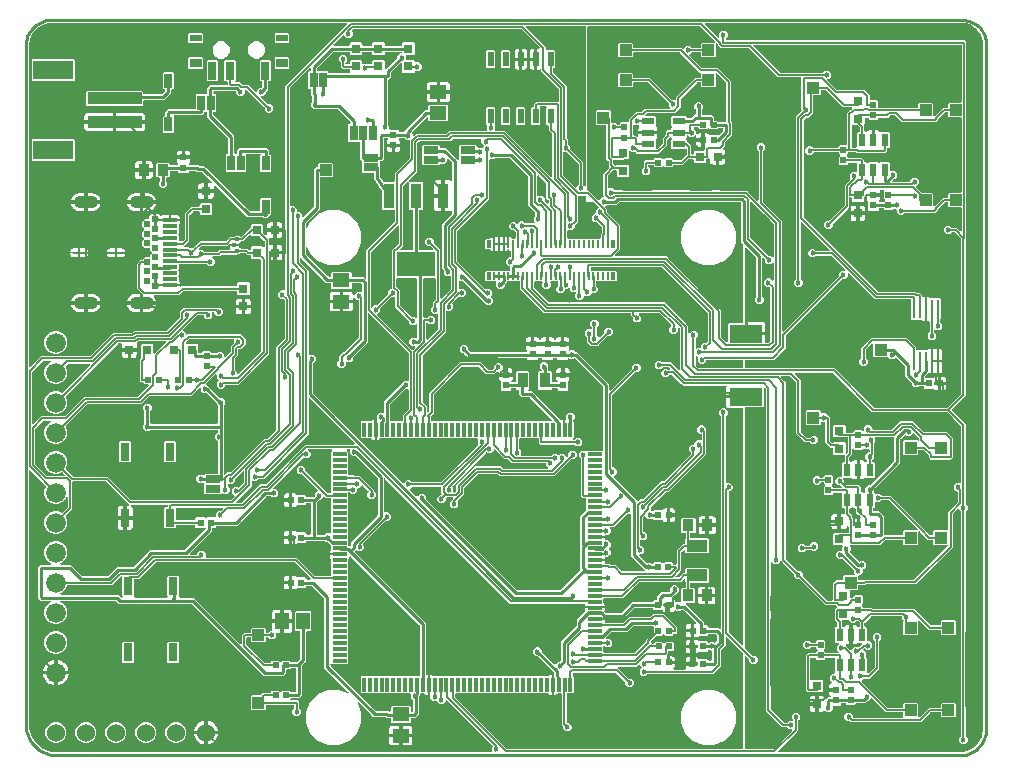
<source format=gbr>
G04 EAGLE Gerber RS-274X export*
G75*
%MOMM*%
%FSLAX34Y34*%
%LPD*%
%INTop Copper*%
%IPPOS*%
%AMOC8*
5,1,8,0,0,1.08239X$1,22.5*%
G01*
%ADD10R,0.900000X1.300000*%
%ADD11R,0.300000X1.200000*%
%ADD12R,1.200000X0.300000*%
%ADD13R,0.500000X0.500000*%
%ADD14R,0.950000X1.000000*%
%ADD15R,1.800000X1.000000*%
%ADD16R,0.950000X2.150000*%
%ADD17R,3.250000X2.150000*%
%ADD18R,1.450000X1.150000*%
%ADD19R,1.270000X0.635000*%
%ADD20R,0.620000X0.620000*%
%ADD21R,2.794000X1.498600*%
%ADD22R,0.279400X1.574800*%
%ADD23R,0.508000X1.270000*%
%ADD24R,4.600000X1.000000*%
%ADD25R,3.400000X1.600000*%
%ADD26R,0.700000X1.200000*%
%ADD27R,0.700000X1.500000*%
%ADD28R,1.000000X0.600000*%
%ADD29R,1.000000X0.800000*%
%ADD30R,0.635000X1.270000*%
%ADD31R,1.150000X1.450000*%
%ADD32R,0.762000X1.524000*%
%ADD33C,1.524000*%
%ADD34R,0.800000X0.800000*%
%ADD35R,1.000000X0.200000*%
%ADD36C,0.604000*%
%ADD37C,1.000000*%
%ADD38R,1.100000X0.600000*%
%ADD39R,0.600000X1.100000*%
%ADD40R,1.000000X1.000000*%
%ADD41R,0.230000X0.660000*%
%ADD42R,0.350000X0.660000*%
%ADD43R,0.300000X0.300000*%
%ADD44C,1.676400*%
%ADD45C,0.454000*%
%ADD46C,0.127000*%
%ADD47C,0.254000*%
%ADD48C,0.254000*%

G36*
X165263Y2544D02*
X165263Y2544D01*
X165282Y2542D01*
X165384Y2564D01*
X165486Y2580D01*
X165503Y2590D01*
X165523Y2594D01*
X165612Y2647D01*
X165703Y2696D01*
X165717Y2710D01*
X165734Y2720D01*
X165801Y2799D01*
X165873Y2874D01*
X165881Y2892D01*
X165894Y2907D01*
X165933Y3003D01*
X165976Y3097D01*
X165978Y3117D01*
X165986Y3135D01*
X166004Y3302D01*
X166004Y6547D01*
X166425Y6968D01*
X166437Y6984D01*
X166453Y6996D01*
X166509Y7084D01*
X166569Y7168D01*
X166575Y7187D01*
X166586Y7203D01*
X166611Y7304D01*
X166641Y7403D01*
X166641Y7423D01*
X166646Y7442D01*
X166638Y7545D01*
X166635Y7649D01*
X166628Y7667D01*
X166627Y7687D01*
X166586Y7782D01*
X166551Y7880D01*
X166538Y7895D01*
X166530Y7913D01*
X166425Y8044D01*
X128030Y46440D01*
X127972Y46481D01*
X127920Y46531D01*
X127873Y46553D01*
X127831Y46583D01*
X127762Y46604D01*
X127697Y46634D01*
X127645Y46640D01*
X127595Y46656D01*
X127524Y46654D01*
X127453Y46662D01*
X127402Y46651D01*
X127350Y46649D01*
X127282Y46625D01*
X127212Y46609D01*
X127167Y46583D01*
X127119Y46565D01*
X127063Y46520D01*
X127001Y46483D01*
X126967Y46444D01*
X126927Y46411D01*
X126888Y46351D01*
X126841Y46296D01*
X126822Y46248D01*
X126794Y46204D01*
X126776Y46135D01*
X126749Y46068D01*
X126741Y45997D01*
X126733Y45966D01*
X126735Y45942D01*
X126731Y45901D01*
X126731Y45523D01*
X124657Y43449D01*
X121723Y43449D01*
X119506Y45667D01*
X119494Y45688D01*
X119480Y45702D01*
X119470Y45719D01*
X119391Y45786D01*
X119316Y45858D01*
X119298Y45866D01*
X119283Y45879D01*
X119187Y45918D01*
X119093Y45961D01*
X119073Y45963D01*
X119055Y45971D01*
X118888Y45989D01*
X116008Y45989D01*
X113934Y48063D01*
X113934Y50084D01*
X113931Y50104D01*
X113933Y50123D01*
X113911Y50225D01*
X113895Y50327D01*
X113885Y50344D01*
X113881Y50364D01*
X113828Y50453D01*
X113779Y50544D01*
X113765Y50558D01*
X113755Y50575D01*
X113676Y50642D01*
X113601Y50714D01*
X113583Y50722D01*
X113568Y50735D01*
X113472Y50774D01*
X113378Y50817D01*
X113358Y50819D01*
X113340Y50827D01*
X113295Y50832D01*
X113295Y59386D01*
X113295Y67927D01*
X114368Y67927D01*
X115015Y67754D01*
X115594Y67419D01*
X116133Y66880D01*
X116207Y66827D01*
X116277Y66767D01*
X116307Y66755D01*
X116333Y66736D01*
X116420Y66709D01*
X116505Y66675D01*
X116546Y66671D01*
X116568Y66664D01*
X116600Y66665D01*
X116672Y66657D01*
X119583Y66657D01*
X119612Y66638D01*
X119695Y66578D01*
X119714Y66572D01*
X119731Y66561D01*
X119832Y66536D01*
X119930Y66505D01*
X119950Y66506D01*
X119970Y66501D01*
X120073Y66509D01*
X120176Y66512D01*
X120195Y66519D01*
X120215Y66520D01*
X120310Y66561D01*
X120407Y66596D01*
X120423Y66609D01*
X120441Y66617D01*
X120492Y66657D01*
X124583Y66657D01*
X124612Y66638D01*
X124695Y66578D01*
X124714Y66572D01*
X124731Y66561D01*
X124832Y66536D01*
X124930Y66505D01*
X124950Y66506D01*
X124970Y66501D01*
X125073Y66509D01*
X125176Y66512D01*
X125195Y66519D01*
X125215Y66520D01*
X125310Y66561D01*
X125407Y66596D01*
X125423Y66609D01*
X125441Y66617D01*
X125492Y66657D01*
X129583Y66657D01*
X129612Y66638D01*
X129695Y66578D01*
X129714Y66572D01*
X129731Y66561D01*
X129832Y66536D01*
X129930Y66505D01*
X129950Y66506D01*
X129970Y66501D01*
X130073Y66509D01*
X130176Y66512D01*
X130195Y66519D01*
X130215Y66520D01*
X130310Y66561D01*
X130407Y66596D01*
X130423Y66609D01*
X130441Y66617D01*
X130492Y66657D01*
X134583Y66657D01*
X134612Y66638D01*
X134695Y66578D01*
X134714Y66572D01*
X134731Y66561D01*
X134832Y66536D01*
X134930Y66505D01*
X134950Y66506D01*
X134970Y66501D01*
X135073Y66509D01*
X135176Y66512D01*
X135195Y66519D01*
X135215Y66520D01*
X135310Y66561D01*
X135407Y66596D01*
X135423Y66609D01*
X135441Y66617D01*
X135492Y66657D01*
X139583Y66657D01*
X139612Y66638D01*
X139695Y66578D01*
X139714Y66572D01*
X139731Y66561D01*
X139832Y66536D01*
X139930Y66505D01*
X139950Y66506D01*
X139970Y66501D01*
X140073Y66509D01*
X140176Y66512D01*
X140195Y66519D01*
X140215Y66520D01*
X140310Y66561D01*
X140407Y66596D01*
X140423Y66609D01*
X140441Y66617D01*
X140492Y66657D01*
X144583Y66657D01*
X144612Y66638D01*
X144695Y66578D01*
X144714Y66572D01*
X144731Y66561D01*
X144832Y66536D01*
X144930Y66505D01*
X144950Y66506D01*
X144970Y66501D01*
X145073Y66509D01*
X145176Y66512D01*
X145195Y66519D01*
X145215Y66520D01*
X145310Y66561D01*
X145407Y66596D01*
X145423Y66609D01*
X145441Y66617D01*
X145492Y66657D01*
X149583Y66657D01*
X149612Y66638D01*
X149695Y66578D01*
X149714Y66572D01*
X149731Y66561D01*
X149832Y66536D01*
X149930Y66505D01*
X149950Y66506D01*
X149970Y66501D01*
X150073Y66509D01*
X150176Y66512D01*
X150195Y66519D01*
X150215Y66520D01*
X150310Y66561D01*
X150407Y66596D01*
X150423Y66609D01*
X150441Y66617D01*
X150492Y66657D01*
X154583Y66657D01*
X154612Y66638D01*
X154695Y66578D01*
X154714Y66572D01*
X154731Y66561D01*
X154832Y66536D01*
X154930Y66505D01*
X154950Y66506D01*
X154970Y66501D01*
X155073Y66509D01*
X155176Y66512D01*
X155195Y66519D01*
X155215Y66520D01*
X155310Y66561D01*
X155407Y66596D01*
X155423Y66609D01*
X155441Y66617D01*
X155492Y66657D01*
X159583Y66657D01*
X159612Y66638D01*
X159695Y66578D01*
X159714Y66572D01*
X159731Y66561D01*
X159832Y66536D01*
X159930Y66505D01*
X159950Y66506D01*
X159970Y66501D01*
X160073Y66509D01*
X160176Y66512D01*
X160195Y66519D01*
X160215Y66520D01*
X160310Y66561D01*
X160407Y66596D01*
X160423Y66609D01*
X160441Y66617D01*
X160492Y66657D01*
X164583Y66657D01*
X164612Y66638D01*
X164695Y66578D01*
X164714Y66572D01*
X164731Y66561D01*
X164832Y66536D01*
X164930Y66505D01*
X164950Y66506D01*
X164970Y66501D01*
X165073Y66509D01*
X165176Y66512D01*
X165195Y66519D01*
X165215Y66520D01*
X165310Y66561D01*
X165407Y66596D01*
X165423Y66609D01*
X165441Y66617D01*
X165492Y66657D01*
X169583Y66657D01*
X169612Y66638D01*
X169695Y66578D01*
X169714Y66572D01*
X169731Y66561D01*
X169832Y66536D01*
X169930Y66505D01*
X169950Y66506D01*
X169970Y66501D01*
X170073Y66509D01*
X170176Y66512D01*
X170195Y66519D01*
X170215Y66520D01*
X170310Y66561D01*
X170407Y66596D01*
X170423Y66609D01*
X170441Y66617D01*
X170492Y66657D01*
X174583Y66657D01*
X174612Y66638D01*
X174695Y66578D01*
X174714Y66572D01*
X174731Y66561D01*
X174832Y66536D01*
X174930Y66505D01*
X174950Y66506D01*
X174970Y66501D01*
X175073Y66509D01*
X175176Y66512D01*
X175195Y66519D01*
X175215Y66520D01*
X175310Y66561D01*
X175407Y66596D01*
X175423Y66609D01*
X175441Y66617D01*
X175492Y66657D01*
X179583Y66657D01*
X179612Y66638D01*
X179695Y66578D01*
X179714Y66572D01*
X179731Y66561D01*
X179832Y66536D01*
X179930Y66505D01*
X179950Y66506D01*
X179970Y66501D01*
X180073Y66509D01*
X180176Y66512D01*
X180195Y66519D01*
X180215Y66520D01*
X180310Y66561D01*
X180407Y66596D01*
X180423Y66609D01*
X180441Y66617D01*
X180492Y66657D01*
X184583Y66657D01*
X184612Y66638D01*
X184695Y66578D01*
X184714Y66572D01*
X184731Y66561D01*
X184832Y66536D01*
X184930Y66505D01*
X184950Y66506D01*
X184970Y66501D01*
X185073Y66509D01*
X185176Y66512D01*
X185195Y66519D01*
X185215Y66520D01*
X185310Y66561D01*
X185407Y66596D01*
X185423Y66609D01*
X185441Y66617D01*
X185492Y66657D01*
X189583Y66657D01*
X189612Y66638D01*
X189695Y66578D01*
X189714Y66572D01*
X189731Y66561D01*
X189832Y66536D01*
X189931Y66505D01*
X189951Y66506D01*
X189970Y66501D01*
X190073Y66509D01*
X190176Y66512D01*
X190195Y66519D01*
X190215Y66520D01*
X190310Y66561D01*
X190407Y66596D01*
X190423Y66609D01*
X190441Y66617D01*
X190492Y66657D01*
X194583Y66657D01*
X194612Y66638D01*
X194695Y66578D01*
X194714Y66572D01*
X194731Y66561D01*
X194832Y66536D01*
X194930Y66505D01*
X194950Y66506D01*
X194970Y66501D01*
X195073Y66509D01*
X195176Y66512D01*
X195195Y66519D01*
X195215Y66520D01*
X195310Y66561D01*
X195407Y66596D01*
X195423Y66609D01*
X195441Y66617D01*
X195492Y66657D01*
X199583Y66657D01*
X199612Y66638D01*
X199695Y66578D01*
X199714Y66572D01*
X199731Y66561D01*
X199832Y66536D01*
X199930Y66505D01*
X199950Y66506D01*
X199970Y66501D01*
X200073Y66509D01*
X200176Y66512D01*
X200195Y66519D01*
X200215Y66520D01*
X200310Y66561D01*
X200407Y66596D01*
X200423Y66609D01*
X200441Y66617D01*
X200492Y66657D01*
X204583Y66657D01*
X204612Y66638D01*
X204695Y66578D01*
X204714Y66572D01*
X204731Y66561D01*
X204832Y66536D01*
X204930Y66505D01*
X204950Y66506D01*
X204970Y66501D01*
X205073Y66509D01*
X205176Y66512D01*
X205195Y66519D01*
X205215Y66520D01*
X205310Y66561D01*
X205407Y66596D01*
X205423Y66609D01*
X205441Y66617D01*
X205492Y66657D01*
X209583Y66657D01*
X209612Y66638D01*
X209695Y66578D01*
X209714Y66572D01*
X209731Y66561D01*
X209832Y66536D01*
X209930Y66505D01*
X209950Y66506D01*
X209970Y66501D01*
X210073Y66509D01*
X210176Y66512D01*
X210195Y66519D01*
X210215Y66520D01*
X210310Y66561D01*
X210407Y66596D01*
X210423Y66609D01*
X210441Y66617D01*
X210492Y66657D01*
X213396Y66657D01*
X213486Y66671D01*
X213577Y66679D01*
X213607Y66691D01*
X213639Y66696D01*
X213720Y66739D01*
X213804Y66775D01*
X213836Y66801D01*
X213856Y66812D01*
X213879Y66835D01*
X213935Y66880D01*
X214474Y67419D01*
X215053Y67754D01*
X215700Y67927D01*
X216773Y67927D01*
X216773Y59386D01*
X216773Y50845D01*
X215700Y50845D01*
X215053Y51018D01*
X214474Y51353D01*
X213935Y51892D01*
X213861Y51945D01*
X213791Y52005D01*
X213761Y52017D01*
X213735Y52036D01*
X213648Y52063D01*
X213563Y52097D01*
X213522Y52101D01*
X213500Y52108D01*
X213468Y52107D01*
X213396Y52115D01*
X210485Y52115D01*
X210456Y52134D01*
X210373Y52194D01*
X210354Y52200D01*
X210337Y52211D01*
X210236Y52236D01*
X210137Y52267D01*
X210117Y52266D01*
X210098Y52271D01*
X209995Y52263D01*
X209892Y52260D01*
X209873Y52253D01*
X209853Y52252D01*
X209758Y52211D01*
X209661Y52176D01*
X209645Y52163D01*
X209627Y52155D01*
X209576Y52115D01*
X205485Y52115D01*
X205456Y52134D01*
X205373Y52194D01*
X205354Y52200D01*
X205337Y52211D01*
X205236Y52236D01*
X205137Y52267D01*
X205117Y52266D01*
X205098Y52271D01*
X204995Y52263D01*
X204892Y52260D01*
X204873Y52253D01*
X204853Y52252D01*
X204758Y52211D01*
X204661Y52176D01*
X204645Y52163D01*
X204627Y52155D01*
X204576Y52115D01*
X200485Y52115D01*
X200456Y52134D01*
X200373Y52194D01*
X200354Y52200D01*
X200337Y52211D01*
X200236Y52236D01*
X200137Y52267D01*
X200117Y52266D01*
X200098Y52271D01*
X199995Y52263D01*
X199892Y52260D01*
X199873Y52253D01*
X199853Y52252D01*
X199758Y52211D01*
X199661Y52176D01*
X199645Y52163D01*
X199627Y52155D01*
X199576Y52115D01*
X195485Y52115D01*
X195456Y52134D01*
X195373Y52194D01*
X195354Y52200D01*
X195337Y52211D01*
X195236Y52236D01*
X195137Y52267D01*
X195117Y52266D01*
X195098Y52271D01*
X194995Y52263D01*
X194892Y52260D01*
X194873Y52253D01*
X194853Y52252D01*
X194758Y52211D01*
X194661Y52176D01*
X194645Y52163D01*
X194627Y52155D01*
X194576Y52115D01*
X190485Y52115D01*
X190456Y52134D01*
X190373Y52194D01*
X190354Y52200D01*
X190337Y52211D01*
X190236Y52236D01*
X190138Y52267D01*
X190118Y52266D01*
X190098Y52271D01*
X189995Y52263D01*
X189892Y52260D01*
X189873Y52253D01*
X189853Y52252D01*
X189758Y52211D01*
X189661Y52176D01*
X189645Y52163D01*
X189627Y52155D01*
X189576Y52115D01*
X185485Y52115D01*
X185456Y52134D01*
X185373Y52194D01*
X185354Y52200D01*
X185337Y52211D01*
X185236Y52236D01*
X185137Y52267D01*
X185117Y52266D01*
X185098Y52271D01*
X184995Y52263D01*
X184892Y52260D01*
X184873Y52253D01*
X184853Y52252D01*
X184758Y52211D01*
X184661Y52176D01*
X184645Y52163D01*
X184627Y52155D01*
X184576Y52115D01*
X180485Y52115D01*
X180456Y52134D01*
X180373Y52194D01*
X180354Y52200D01*
X180337Y52211D01*
X180236Y52236D01*
X180137Y52267D01*
X180117Y52266D01*
X180098Y52271D01*
X179995Y52263D01*
X179892Y52260D01*
X179873Y52253D01*
X179853Y52252D01*
X179758Y52211D01*
X179661Y52176D01*
X179645Y52163D01*
X179627Y52155D01*
X179576Y52115D01*
X175485Y52115D01*
X175456Y52134D01*
X175373Y52194D01*
X175354Y52200D01*
X175337Y52211D01*
X175236Y52236D01*
X175137Y52267D01*
X175117Y52266D01*
X175098Y52271D01*
X174995Y52263D01*
X174892Y52260D01*
X174873Y52253D01*
X174853Y52252D01*
X174758Y52211D01*
X174661Y52176D01*
X174645Y52163D01*
X174627Y52155D01*
X174576Y52115D01*
X170485Y52115D01*
X170456Y52134D01*
X170373Y52194D01*
X170354Y52200D01*
X170337Y52211D01*
X170236Y52236D01*
X170137Y52267D01*
X170117Y52266D01*
X170098Y52271D01*
X169995Y52263D01*
X169892Y52260D01*
X169873Y52253D01*
X169853Y52252D01*
X169758Y52211D01*
X169661Y52176D01*
X169645Y52163D01*
X169627Y52155D01*
X169576Y52115D01*
X165485Y52115D01*
X165456Y52134D01*
X165373Y52194D01*
X165354Y52200D01*
X165337Y52211D01*
X165236Y52236D01*
X165137Y52267D01*
X165117Y52266D01*
X165098Y52271D01*
X164995Y52263D01*
X164892Y52260D01*
X164873Y52253D01*
X164853Y52252D01*
X164758Y52211D01*
X164661Y52176D01*
X164645Y52163D01*
X164627Y52155D01*
X164576Y52115D01*
X160485Y52115D01*
X160456Y52134D01*
X160373Y52194D01*
X160354Y52200D01*
X160337Y52211D01*
X160236Y52236D01*
X160137Y52267D01*
X160117Y52266D01*
X160098Y52271D01*
X159995Y52263D01*
X159892Y52260D01*
X159873Y52253D01*
X159853Y52252D01*
X159758Y52211D01*
X159661Y52176D01*
X159645Y52163D01*
X159627Y52155D01*
X159576Y52115D01*
X155485Y52115D01*
X155456Y52134D01*
X155373Y52194D01*
X155354Y52200D01*
X155337Y52211D01*
X155236Y52236D01*
X155137Y52267D01*
X155117Y52266D01*
X155098Y52271D01*
X154995Y52263D01*
X154892Y52260D01*
X154873Y52253D01*
X154853Y52252D01*
X154758Y52211D01*
X154661Y52176D01*
X154645Y52163D01*
X154627Y52155D01*
X154576Y52115D01*
X150485Y52115D01*
X150456Y52134D01*
X150373Y52194D01*
X150354Y52200D01*
X150337Y52211D01*
X150236Y52236D01*
X150137Y52267D01*
X150117Y52266D01*
X150098Y52271D01*
X149995Y52263D01*
X149892Y52260D01*
X149873Y52253D01*
X149853Y52252D01*
X149758Y52211D01*
X149661Y52176D01*
X149645Y52163D01*
X149627Y52155D01*
X149576Y52115D01*
X145485Y52115D01*
X145456Y52134D01*
X145373Y52194D01*
X145354Y52200D01*
X145337Y52211D01*
X145236Y52236D01*
X145137Y52267D01*
X145117Y52266D01*
X145098Y52271D01*
X144995Y52263D01*
X144892Y52260D01*
X144873Y52253D01*
X144853Y52252D01*
X144758Y52211D01*
X144661Y52176D01*
X144645Y52163D01*
X144627Y52155D01*
X144576Y52115D01*
X140485Y52115D01*
X140456Y52134D01*
X140373Y52194D01*
X140354Y52200D01*
X140337Y52211D01*
X140236Y52236D01*
X140137Y52267D01*
X140117Y52266D01*
X140098Y52271D01*
X139995Y52263D01*
X139892Y52260D01*
X139873Y52253D01*
X139853Y52252D01*
X139758Y52211D01*
X139661Y52176D01*
X139645Y52163D01*
X139627Y52155D01*
X139576Y52115D01*
X135382Y52115D01*
X135362Y52112D01*
X135343Y52114D01*
X135241Y52092D01*
X135139Y52076D01*
X135122Y52066D01*
X135102Y52062D01*
X135013Y52009D01*
X134922Y51960D01*
X134908Y51946D01*
X134891Y51936D01*
X134824Y51857D01*
X134752Y51782D01*
X134744Y51764D01*
X134731Y51749D01*
X134692Y51653D01*
X134649Y51559D01*
X134647Y51539D01*
X134639Y51521D01*
X134621Y51354D01*
X134621Y49365D01*
X134635Y49275D01*
X134643Y49184D01*
X134655Y49154D01*
X134660Y49122D01*
X134703Y49041D01*
X134739Y48957D01*
X134765Y48925D01*
X134776Y48905D01*
X134799Y48882D01*
X134844Y48826D01*
X178366Y5304D01*
X178440Y5251D01*
X178510Y5191D01*
X178540Y5179D01*
X178566Y5160D01*
X178653Y5133D01*
X178738Y5099D01*
X178779Y5095D01*
X178801Y5088D01*
X178833Y5089D01*
X178905Y5081D01*
X378206Y5081D01*
X378226Y5084D01*
X378245Y5082D01*
X378347Y5104D01*
X378449Y5120D01*
X378466Y5130D01*
X378486Y5134D01*
X378575Y5187D01*
X378666Y5236D01*
X378680Y5250D01*
X378697Y5260D01*
X378764Y5339D01*
X378836Y5414D01*
X378844Y5432D01*
X378857Y5447D01*
X378896Y5543D01*
X378939Y5637D01*
X378941Y5657D01*
X378949Y5675D01*
X378967Y5842D01*
X378967Y86017D01*
X378953Y86107D01*
X378945Y86198D01*
X378933Y86228D01*
X378928Y86260D01*
X378885Y86341D01*
X378849Y86425D01*
X378823Y86457D01*
X378812Y86477D01*
X378789Y86500D01*
X378744Y86556D01*
X365155Y100145D01*
X365097Y100186D01*
X365045Y100236D01*
X364998Y100258D01*
X364956Y100288D01*
X364887Y100309D01*
X364822Y100339D01*
X364770Y100345D01*
X364720Y100361D01*
X364649Y100359D01*
X364578Y100367D01*
X364527Y100356D01*
X364475Y100354D01*
X364407Y100330D01*
X364337Y100314D01*
X364293Y100288D01*
X364244Y100270D01*
X364188Y100225D01*
X364126Y100188D01*
X364092Y100149D01*
X364052Y100116D01*
X364013Y100056D01*
X363966Y100001D01*
X363947Y99953D01*
X363919Y99909D01*
X363901Y99840D01*
X363874Y99773D01*
X363866Y99702D01*
X363858Y99671D01*
X363860Y99647D01*
X363856Y99606D01*
X363856Y92556D01*
X360269Y88969D01*
X360216Y88895D01*
X360156Y88825D01*
X360144Y88795D01*
X360125Y88769D01*
X360098Y88682D01*
X360064Y88597D01*
X360060Y88556D01*
X360053Y88534D01*
X360054Y88502D01*
X360046Y88430D01*
X360046Y75411D01*
X353214Y68579D01*
X298057Y68579D01*
X297967Y68565D01*
X297876Y68557D01*
X297846Y68545D01*
X297814Y68540D01*
X297734Y68497D01*
X297650Y68461D01*
X297618Y68435D01*
X297597Y68424D01*
X297575Y68401D01*
X297519Y68356D01*
X296107Y66944D01*
X293173Y66944D01*
X291099Y69018D01*
X291099Y71952D01*
X292587Y73439D01*
X292598Y73455D01*
X292614Y73468D01*
X292670Y73555D01*
X292730Y73639D01*
X292736Y73658D01*
X292747Y73675D01*
X292772Y73775D01*
X292803Y73874D01*
X292802Y73894D01*
X292807Y73913D01*
X292799Y74016D01*
X292796Y74120D01*
X292790Y74139D01*
X292788Y74158D01*
X292748Y74253D01*
X292712Y74351D01*
X292699Y74367D01*
X292692Y74385D01*
X292587Y74516D01*
X291012Y76091D01*
X291001Y76120D01*
X290969Y76161D01*
X290944Y76206D01*
X290892Y76256D01*
X290847Y76312D01*
X290804Y76340D01*
X290766Y76376D01*
X290701Y76406D01*
X290640Y76445D01*
X290590Y76458D01*
X290543Y76479D01*
X290471Y76487D01*
X290402Y76505D01*
X290350Y76501D01*
X290299Y76507D01*
X290228Y76491D01*
X290156Y76486D01*
X290109Y76465D01*
X290058Y76454D01*
X289996Y76417D01*
X289930Y76389D01*
X289875Y76345D01*
X289847Y76328D01*
X289832Y76310D01*
X289799Y76284D01*
X289783Y76268D01*
X288444Y74929D01*
X273139Y74929D01*
X273068Y74918D01*
X272996Y74916D01*
X272947Y74898D01*
X272896Y74890D01*
X272833Y74856D01*
X272765Y74831D01*
X272725Y74799D01*
X272679Y74774D01*
X272629Y74722D01*
X272573Y74678D01*
X272545Y74634D01*
X272509Y74596D01*
X272479Y74531D01*
X272440Y74471D01*
X272427Y74420D01*
X272406Y74373D01*
X272398Y74302D01*
X272380Y74232D01*
X272384Y74180D01*
X272378Y74129D01*
X272394Y74058D01*
X272399Y73987D01*
X272420Y73939D01*
X272431Y73888D01*
X272468Y73827D01*
X272496Y73761D01*
X272540Y73705D01*
X272557Y73677D01*
X272575Y73662D01*
X272600Y73630D01*
X281506Y64724D01*
X281580Y64671D01*
X281650Y64611D01*
X281680Y64599D01*
X281706Y64580D01*
X281793Y64553D01*
X281878Y64519D01*
X281919Y64515D01*
X281941Y64508D01*
X281973Y64509D01*
X282045Y64501D01*
X284042Y64501D01*
X286116Y62427D01*
X286116Y59493D01*
X284042Y57419D01*
X281108Y57419D01*
X279034Y59493D01*
X279034Y61490D01*
X279020Y61580D01*
X279012Y61671D01*
X279000Y61701D01*
X278995Y61733D01*
X278952Y61814D01*
X278916Y61898D01*
X278890Y61930D01*
X278879Y61950D01*
X278856Y61973D01*
X278811Y62029D01*
X271214Y69626D01*
X271140Y69679D01*
X271070Y69739D01*
X271040Y69751D01*
X271014Y69770D01*
X270927Y69797D01*
X270842Y69831D01*
X270801Y69835D01*
X270779Y69842D01*
X270747Y69841D01*
X270675Y69849D01*
X235077Y69849D01*
X235057Y69846D01*
X235038Y69848D01*
X234936Y69826D01*
X234834Y69810D01*
X234817Y69800D01*
X234797Y69796D01*
X234708Y69743D01*
X234617Y69694D01*
X234603Y69680D01*
X234586Y69670D01*
X234519Y69591D01*
X234447Y69516D01*
X234439Y69498D01*
X234426Y69483D01*
X234387Y69387D01*
X234344Y69293D01*
X234342Y69273D01*
X234334Y69255D01*
X234316Y69088D01*
X234316Y67217D01*
X234317Y67209D01*
X234317Y67208D01*
X234319Y67199D01*
X234330Y67127D01*
X234338Y67036D01*
X234350Y67006D01*
X234355Y66974D01*
X234398Y66893D01*
X234434Y66809D01*
X234460Y66777D01*
X234471Y66757D01*
X234494Y66734D01*
X234539Y66678D01*
X235305Y65912D01*
X235305Y52860D01*
X234560Y52115D01*
X230485Y52115D01*
X230456Y52134D01*
X230373Y52194D01*
X230354Y52200D01*
X230337Y52211D01*
X230236Y52236D01*
X230137Y52267D01*
X230118Y52266D01*
X230098Y52271D01*
X229995Y52263D01*
X229892Y52260D01*
X229873Y52253D01*
X229853Y52252D01*
X229758Y52211D01*
X229661Y52176D01*
X229645Y52163D01*
X229627Y52155D01*
X229496Y52051D01*
X229459Y52014D01*
X229406Y51940D01*
X229346Y51870D01*
X229334Y51840D01*
X229315Y51814D01*
X229288Y51727D01*
X229254Y51642D01*
X229250Y51601D01*
X229243Y51579D01*
X229244Y51547D01*
X229236Y51475D01*
X229236Y27797D01*
X229239Y27777D01*
X229237Y27758D01*
X229259Y27656D01*
X229275Y27554D01*
X229285Y27537D01*
X229289Y27517D01*
X229342Y27428D01*
X229391Y27337D01*
X229405Y27323D01*
X229415Y27306D01*
X229494Y27239D01*
X229569Y27167D01*
X229587Y27159D01*
X229602Y27146D01*
X229698Y27107D01*
X229792Y27064D01*
X229812Y27062D01*
X229830Y27054D01*
X229997Y27036D01*
X231337Y27036D01*
X233411Y24962D01*
X233411Y22028D01*
X231337Y19954D01*
X228403Y19954D01*
X226329Y22028D01*
X226329Y24025D01*
X226315Y24115D01*
X226307Y24206D01*
X226295Y24236D01*
X226290Y24268D01*
X226247Y24349D01*
X226211Y24433D01*
X226185Y24465D01*
X226174Y24485D01*
X226151Y24508D01*
X226106Y24564D01*
X225424Y25246D01*
X225424Y51354D01*
X225421Y51374D01*
X225423Y51393D01*
X225401Y51495D01*
X225385Y51597D01*
X225375Y51614D01*
X225371Y51634D01*
X225318Y51723D01*
X225269Y51814D01*
X225255Y51828D01*
X225245Y51845D01*
X225166Y51912D01*
X225091Y51984D01*
X225073Y51992D01*
X225058Y52005D01*
X224962Y52044D01*
X224868Y52087D01*
X224848Y52089D01*
X224830Y52097D01*
X224663Y52115D01*
X221672Y52115D01*
X221582Y52101D01*
X221491Y52093D01*
X221461Y52081D01*
X221429Y52076D01*
X221348Y52033D01*
X221264Y51997D01*
X221232Y51971D01*
X221212Y51960D01*
X221189Y51937D01*
X221133Y51892D01*
X220594Y51353D01*
X220015Y51018D01*
X219368Y50845D01*
X218295Y50845D01*
X218295Y59386D01*
X218295Y68247D01*
X218308Y68260D01*
X218316Y68278D01*
X218329Y68293D01*
X218368Y68389D01*
X218411Y68483D01*
X218413Y68503D01*
X218421Y68521D01*
X218439Y68688D01*
X218439Y69752D01*
X218425Y69842D01*
X218417Y69933D01*
X218405Y69963D01*
X218400Y69995D01*
X218357Y70076D01*
X218321Y70160D01*
X218295Y70192D01*
X218284Y70212D01*
X218261Y70235D01*
X218216Y70291D01*
X204641Y83866D01*
X204567Y83919D01*
X204497Y83979D01*
X204467Y83991D01*
X204441Y84010D01*
X204354Y84037D01*
X204269Y84071D01*
X204228Y84075D01*
X204206Y84082D01*
X204174Y84081D01*
X204102Y84089D01*
X203003Y84089D01*
X200929Y86163D01*
X200929Y89097D01*
X203003Y91171D01*
X205937Y91171D01*
X208011Y89097D01*
X208011Y87998D01*
X208025Y87908D01*
X208033Y87817D01*
X208045Y87787D01*
X208050Y87755D01*
X208093Y87674D01*
X208129Y87590D01*
X208155Y87558D01*
X208166Y87538D01*
X208189Y87515D01*
X208234Y87459D01*
X218782Y76911D01*
X218798Y76899D01*
X218811Y76884D01*
X218898Y76828D01*
X218982Y76767D01*
X219001Y76762D01*
X219018Y76751D01*
X219118Y76726D01*
X219217Y76695D01*
X219237Y76696D01*
X219256Y76691D01*
X219359Y76699D01*
X219463Y76701D01*
X219482Y76708D01*
X219501Y76710D01*
X219596Y76750D01*
X219694Y76786D01*
X219709Y76798D01*
X219728Y76806D01*
X219859Y76911D01*
X222053Y79106D01*
X223152Y79106D01*
X223242Y79120D01*
X223333Y79128D01*
X223363Y79140D01*
X223395Y79145D01*
X223476Y79188D01*
X223560Y79224D01*
X223592Y79250D01*
X223612Y79261D01*
X223635Y79284D01*
X223691Y79329D01*
X224566Y80204D01*
X224619Y80278D01*
X224679Y80348D01*
X224691Y80378D01*
X224710Y80404D01*
X224737Y80491D01*
X224771Y80576D01*
X224775Y80617D01*
X224782Y80639D01*
X224781Y80671D01*
X224789Y80743D01*
X224789Y96302D01*
X237266Y108779D01*
X237319Y108853D01*
X237379Y108923D01*
X237391Y108953D01*
X237410Y108979D01*
X237437Y109066D01*
X237471Y109151D01*
X237475Y109192D01*
X237482Y109214D01*
X237481Y109246D01*
X237489Y109318D01*
X237489Y114082D01*
X239201Y115794D01*
X244673Y121266D01*
X244698Y121301D01*
X244731Y121331D01*
X244770Y121401D01*
X244816Y121466D01*
X244829Y121508D01*
X244851Y121546D01*
X244865Y121624D01*
X244889Y121701D01*
X244888Y121745D01*
X244896Y121788D01*
X244884Y121867D01*
X244882Y121947D01*
X244867Y121988D01*
X244861Y122031D01*
X244803Y122164D01*
X244798Y122178D01*
X244796Y122180D01*
X244794Y122185D01*
X244666Y122405D01*
X244493Y123052D01*
X244493Y124125D01*
X253034Y124125D01*
X261575Y124125D01*
X261575Y123052D01*
X261402Y122405D01*
X261284Y122202D01*
X261269Y122161D01*
X261245Y122124D01*
X261225Y122047D01*
X261197Y121972D01*
X261196Y121928D01*
X261185Y121885D01*
X261191Y121806D01*
X261188Y121726D01*
X261201Y121684D01*
X261204Y121640D01*
X261235Y121567D01*
X261258Y121490D01*
X261283Y121454D01*
X261300Y121414D01*
X261391Y121300D01*
X261399Y121289D01*
X261402Y121287D01*
X261405Y121283D01*
X261814Y120874D01*
X261889Y120820D01*
X261958Y120761D01*
X261988Y120749D01*
X262014Y120730D01*
X262101Y120703D01*
X262186Y120669D01*
X262227Y120665D01*
X262249Y120658D01*
X262281Y120659D01*
X262353Y120651D01*
X275492Y120651D01*
X275582Y120665D01*
X275673Y120673D01*
X275703Y120685D01*
X275735Y120690D01*
X275816Y120733D01*
X275900Y120769D01*
X275932Y120795D01*
X275952Y120806D01*
X275975Y120829D01*
X276031Y120874D01*
X284698Y129541D01*
X301518Y129541D01*
X301538Y129544D01*
X301557Y129542D01*
X301659Y129564D01*
X301761Y129580D01*
X301778Y129590D01*
X301798Y129594D01*
X301887Y129647D01*
X301978Y129696D01*
X301992Y129710D01*
X302009Y129720D01*
X302076Y129799D01*
X302148Y129874D01*
X302156Y129892D01*
X302169Y129907D01*
X302208Y130003D01*
X302251Y130097D01*
X302253Y130117D01*
X302261Y130135D01*
X302279Y130302D01*
X302279Y130626D01*
X303024Y131371D01*
X305308Y131371D01*
X305328Y131374D01*
X305347Y131372D01*
X305449Y131394D01*
X305551Y131410D01*
X305568Y131420D01*
X305588Y131424D01*
X305677Y131477D01*
X305768Y131526D01*
X305782Y131540D01*
X305799Y131550D01*
X305866Y131629D01*
X305938Y131704D01*
X305946Y131722D01*
X305959Y131737D01*
X305998Y131833D01*
X306041Y131927D01*
X306043Y131947D01*
X306051Y131965D01*
X306069Y132132D01*
X306069Y134402D01*
X309463Y137796D01*
X315497Y137796D01*
X315587Y137810D01*
X315678Y137818D01*
X315708Y137830D01*
X315740Y137835D01*
X315821Y137878D01*
X315905Y137914D01*
X315937Y137940D01*
X315957Y137951D01*
X315980Y137974D01*
X316036Y138019D01*
X316911Y138894D01*
X316964Y138968D01*
X317024Y139038D01*
X317036Y139068D01*
X317055Y139094D01*
X317082Y139181D01*
X317116Y139266D01*
X317120Y139307D01*
X317127Y139329D01*
X317126Y139361D01*
X317134Y139433D01*
X317134Y141802D01*
X319208Y143876D01*
X322142Y143876D01*
X324216Y141802D01*
X324216Y138868D01*
X322111Y136764D01*
X322102Y136760D01*
X322070Y136755D01*
X321989Y136712D01*
X321905Y136676D01*
X321873Y136650D01*
X321853Y136639D01*
X321830Y136616D01*
X321774Y136571D01*
X321504Y136301D01*
X319038Y133835D01*
X318983Y133758D01*
X318922Y133685D01*
X318911Y133658D01*
X318895Y133636D01*
X318867Y133544D01*
X318832Y133456D01*
X318831Y133427D01*
X318822Y133400D01*
X318825Y133305D01*
X318820Y133210D01*
X318828Y133183D01*
X318829Y133155D01*
X318862Y133065D01*
X318888Y132973D01*
X318904Y132950D01*
X318913Y132924D01*
X318973Y132849D01*
X319027Y132770D01*
X319049Y132754D01*
X319067Y132731D01*
X319147Y132680D01*
X319223Y132623D01*
X319256Y132610D01*
X319274Y132598D01*
X319306Y132590D01*
X319380Y132562D01*
X319731Y132468D01*
X320310Y132133D01*
X320783Y131660D01*
X321118Y131081D01*
X321291Y130434D01*
X321291Y130016D01*
X321302Y129945D01*
X321304Y129873D01*
X321322Y129824D01*
X321330Y129773D01*
X321364Y129710D01*
X321389Y129642D01*
X321421Y129601D01*
X321446Y129556D01*
X321498Y129506D01*
X321543Y129450D01*
X321586Y129422D01*
X321624Y129386D01*
X321689Y129356D01*
X321750Y129317D01*
X321800Y129305D01*
X321847Y129283D01*
X321919Y129275D01*
X321988Y129257D01*
X322040Y129261D01*
X322091Y129256D01*
X322161Y129271D01*
X325070Y129271D01*
X325090Y129274D01*
X325109Y129272D01*
X325211Y129294D01*
X325313Y129310D01*
X325330Y129320D01*
X325350Y129324D01*
X325439Y129377D01*
X325530Y129426D01*
X325544Y129440D01*
X325561Y129450D01*
X325628Y129529D01*
X325700Y129604D01*
X325708Y129622D01*
X325721Y129637D01*
X325760Y129733D01*
X325803Y129827D01*
X325805Y129847D01*
X325813Y129865D01*
X325831Y130032D01*
X325831Y140654D01*
X326576Y141399D01*
X329438Y141399D01*
X329458Y141402D01*
X329477Y141400D01*
X329579Y141422D01*
X329681Y141438D01*
X329698Y141448D01*
X329718Y141452D01*
X329807Y141505D01*
X329898Y141554D01*
X329912Y141568D01*
X329929Y141578D01*
X329996Y141657D01*
X330068Y141732D01*
X330076Y141750D01*
X330089Y141765D01*
X330128Y141861D01*
X330171Y141955D01*
X330173Y141975D01*
X330181Y141993D01*
X330199Y142160D01*
X330199Y145886D01*
X330185Y145976D01*
X330177Y146067D01*
X330165Y146097D01*
X330160Y146129D01*
X330117Y146210D01*
X330081Y146294D01*
X330055Y146326D01*
X330044Y146346D01*
X330021Y146369D01*
X329976Y146425D01*
X329581Y146820D01*
X329581Y148518D01*
X329570Y148589D01*
X329568Y148661D01*
X329550Y148710D01*
X329542Y148761D01*
X329508Y148824D01*
X329483Y148892D01*
X329451Y148932D01*
X329426Y148978D01*
X329374Y149028D01*
X329330Y149084D01*
X329286Y149112D01*
X329248Y149148D01*
X329183Y149178D01*
X329123Y149217D01*
X329072Y149230D01*
X329025Y149251D01*
X328954Y149259D01*
X328884Y149277D01*
X328832Y149273D01*
X328781Y149279D01*
X328710Y149263D01*
X328639Y149258D01*
X328591Y149237D01*
X328540Y149226D01*
X328479Y149190D01*
X328413Y149161D01*
X328357Y149117D01*
X328329Y149100D01*
X328314Y149082D01*
X328282Y149057D01*
X325909Y146684D01*
X291300Y146684D01*
X291210Y146670D01*
X291119Y146662D01*
X291089Y146650D01*
X291057Y146645D01*
X290976Y146602D01*
X290892Y146566D01*
X290860Y146540D01*
X290840Y146529D01*
X290817Y146506D01*
X290761Y146461D01*
X277014Y132714D01*
X261066Y132714D01*
X261046Y132711D01*
X261027Y132713D01*
X260925Y132691D01*
X260823Y132675D01*
X260806Y132665D01*
X260786Y132661D01*
X260697Y132608D01*
X260606Y132559D01*
X260592Y132545D01*
X260575Y132535D01*
X260508Y132456D01*
X260436Y132381D01*
X260428Y132363D01*
X260415Y132348D01*
X260376Y132252D01*
X260333Y132158D01*
X260331Y132138D01*
X260323Y132120D01*
X260305Y131953D01*
X260305Y129024D01*
X260319Y128934D01*
X260327Y128843D01*
X260339Y128813D01*
X260344Y128781D01*
X260387Y128700D01*
X260423Y128616D01*
X260449Y128584D01*
X260460Y128564D01*
X260483Y128541D01*
X260528Y128485D01*
X261067Y127946D01*
X261402Y127367D01*
X261575Y126720D01*
X261575Y125647D01*
X253034Y125647D01*
X244493Y125647D01*
X244493Y126720D01*
X244652Y127311D01*
X244663Y127430D01*
X244676Y127547D01*
X244676Y127552D01*
X244676Y127556D01*
X244650Y127671D01*
X244624Y127788D01*
X244622Y127791D01*
X244621Y127795D01*
X244559Y127897D01*
X244498Y127999D01*
X244495Y128002D01*
X244493Y128005D01*
X244402Y128081D01*
X244311Y128159D01*
X244307Y128160D01*
X244304Y128163D01*
X244195Y128206D01*
X244083Y128251D01*
X244078Y128251D01*
X244075Y128253D01*
X244061Y128253D01*
X243916Y128269D01*
X181456Y128269D01*
X75595Y234130D01*
X75537Y234171D01*
X75485Y234221D01*
X75438Y234243D01*
X75396Y234273D01*
X75327Y234294D01*
X75262Y234324D01*
X75210Y234330D01*
X75160Y234346D01*
X75089Y234344D01*
X75018Y234352D01*
X74967Y234341D01*
X74915Y234339D01*
X74847Y234315D01*
X74777Y234299D01*
X74733Y234273D01*
X74684Y234255D01*
X74628Y234210D01*
X74566Y234173D01*
X74532Y234134D01*
X74492Y234101D01*
X74453Y234041D01*
X74406Y233986D01*
X74387Y233938D01*
X74359Y233894D01*
X74341Y233825D01*
X74314Y233758D01*
X74306Y233687D01*
X74298Y233656D01*
X74300Y233632D01*
X74296Y233591D01*
X74296Y206232D01*
X74299Y206212D01*
X74297Y206193D01*
X74319Y206091D01*
X74335Y205989D01*
X74345Y205972D01*
X74349Y205952D01*
X74402Y205863D01*
X74451Y205772D01*
X74465Y205758D01*
X74475Y205741D01*
X74554Y205674D01*
X74629Y205602D01*
X74647Y205594D01*
X74662Y205581D01*
X74758Y205542D01*
X74852Y205499D01*
X74872Y205497D01*
X74890Y205489D01*
X75057Y205471D01*
X78302Y205471D01*
X80376Y203397D01*
X80376Y200463D01*
X78302Y198389D01*
X76305Y198389D01*
X76215Y198375D01*
X76124Y198367D01*
X76094Y198355D01*
X76062Y198350D01*
X75981Y198307D01*
X75897Y198271D01*
X75865Y198245D01*
X75845Y198234D01*
X75822Y198211D01*
X75766Y198166D01*
X56777Y179177D01*
X56765Y179161D01*
X56750Y179148D01*
X56694Y179061D01*
X56633Y178977D01*
X56628Y178958D01*
X56617Y178941D01*
X56592Y178841D01*
X56561Y178742D01*
X56562Y178722D01*
X56557Y178703D01*
X56565Y178600D01*
X56567Y178496D01*
X56574Y178477D01*
X56576Y178458D01*
X56616Y178363D01*
X56652Y178265D01*
X56664Y178250D01*
X56672Y178231D01*
X56777Y178100D01*
X57516Y177362D01*
X57516Y174428D01*
X55442Y172354D01*
X52508Y172354D01*
X51584Y173279D01*
X51568Y173291D01*
X51555Y173306D01*
X51468Y173362D01*
X51384Y173423D01*
X51365Y173428D01*
X51348Y173439D01*
X51248Y173464D01*
X51149Y173495D01*
X51129Y173494D01*
X51110Y173499D01*
X51007Y173491D01*
X50903Y173489D01*
X50884Y173482D01*
X50864Y173480D01*
X50770Y173440D01*
X50672Y173404D01*
X50656Y173392D01*
X50638Y173384D01*
X50507Y173279D01*
X50169Y172941D01*
X50157Y172925D01*
X50142Y172912D01*
X50086Y172825D01*
X50025Y172741D01*
X50020Y172722D01*
X50009Y172705D01*
X49983Y172605D01*
X49953Y172506D01*
X49954Y172486D01*
X49949Y172467D01*
X49957Y172364D01*
X49959Y172260D01*
X49966Y172241D01*
X49968Y172222D01*
X50008Y172127D01*
X50044Y172029D01*
X50056Y172013D01*
X50064Y171995D01*
X50169Y171864D01*
X109856Y112177D01*
X109856Y68688D01*
X109859Y68668D01*
X109857Y68649D01*
X109879Y68547D01*
X109895Y68445D01*
X109905Y68428D01*
X109909Y68408D01*
X109962Y68319D01*
X110011Y68228D01*
X110025Y68214D01*
X110035Y68197D01*
X110114Y68130D01*
X110189Y68058D01*
X110207Y68050D01*
X110222Y68037D01*
X110318Y67998D01*
X110412Y67955D01*
X110432Y67953D01*
X110450Y67945D01*
X110617Y67927D01*
X111773Y67927D01*
X111773Y59386D01*
X111773Y50845D01*
X110700Y50845D01*
X110053Y51018D01*
X109474Y51353D01*
X108935Y51892D01*
X108861Y51945D01*
X108791Y52005D01*
X108761Y52017D01*
X108735Y52036D01*
X108648Y52063D01*
X108563Y52097D01*
X108522Y52101D01*
X108500Y52108D01*
X108468Y52107D01*
X108396Y52115D01*
X105836Y52115D01*
X105816Y52112D01*
X105797Y52114D01*
X105695Y52092D01*
X105593Y52076D01*
X105576Y52066D01*
X105556Y52062D01*
X105467Y52009D01*
X105376Y51960D01*
X105362Y51946D01*
X105345Y51936D01*
X105278Y51857D01*
X105206Y51782D01*
X105198Y51764D01*
X105185Y51749D01*
X105146Y51653D01*
X105103Y51559D01*
X105101Y51539D01*
X105093Y51521D01*
X105075Y51354D01*
X105075Y50301D01*
X104745Y49971D01*
X104692Y49897D01*
X104632Y49827D01*
X104620Y49797D01*
X104601Y49771D01*
X104574Y49684D01*
X104540Y49599D01*
X104536Y49558D01*
X104529Y49536D01*
X104530Y49504D01*
X104522Y49432D01*
X104522Y34889D01*
X101382Y31749D01*
X98182Y31749D01*
X98162Y31746D01*
X98143Y31748D01*
X98041Y31726D01*
X97939Y31710D01*
X97922Y31700D01*
X97902Y31696D01*
X97813Y31643D01*
X97722Y31594D01*
X97708Y31580D01*
X97691Y31570D01*
X97624Y31491D01*
X97552Y31416D01*
X97544Y31398D01*
X97531Y31383D01*
X97492Y31287D01*
X97449Y31193D01*
X97447Y31173D01*
X97439Y31155D01*
X97421Y30988D01*
X97421Y28124D01*
X96676Y27379D01*
X81124Y27379D01*
X80379Y28124D01*
X80379Y30988D01*
X80376Y31008D01*
X80378Y31027D01*
X80356Y31129D01*
X80340Y31231D01*
X80330Y31248D01*
X80326Y31268D01*
X80273Y31357D01*
X80224Y31448D01*
X80210Y31462D01*
X80200Y31479D01*
X80121Y31546D01*
X80046Y31618D01*
X80028Y31626D01*
X80013Y31639D01*
X79917Y31678D01*
X79823Y31721D01*
X79803Y31723D01*
X79785Y31731D01*
X79618Y31749D01*
X76418Y31749D01*
X76006Y32161D01*
X75932Y32214D01*
X75862Y32274D01*
X75832Y32286D01*
X75806Y32305D01*
X75719Y32332D01*
X75634Y32366D01*
X75593Y32370D01*
X75571Y32377D01*
X75539Y32376D01*
X75467Y32384D01*
X65623Y32384D01*
X63911Y34095D01*
X63911Y34096D01*
X53471Y44536D01*
X53392Y44593D01*
X53316Y44655D01*
X53292Y44665D01*
X53271Y44680D01*
X53178Y44709D01*
X53087Y44743D01*
X53061Y44745D01*
X53036Y44752D01*
X52938Y44750D01*
X52841Y44754D01*
X52816Y44747D01*
X52790Y44746D01*
X52698Y44712D01*
X52605Y44685D01*
X52583Y44670D01*
X52559Y44661D01*
X52483Y44601D01*
X52403Y44545D01*
X52387Y44524D01*
X52367Y44508D01*
X52314Y44426D01*
X52256Y44348D01*
X52248Y44323D01*
X52234Y44301D01*
X52210Y44206D01*
X52180Y44114D01*
X52180Y44088D01*
X52174Y44062D01*
X52181Y43965D01*
X52182Y43868D01*
X52191Y43836D01*
X52193Y43817D01*
X52206Y43787D01*
X52229Y43707D01*
X55246Y36424D01*
X55246Y27076D01*
X51669Y18441D01*
X45059Y11831D01*
X36424Y8254D01*
X27076Y8254D01*
X18441Y11831D01*
X11831Y18441D01*
X8254Y27076D01*
X8254Y36424D01*
X11831Y45059D01*
X18441Y51669D01*
X27076Y55246D01*
X36424Y55246D01*
X43707Y52229D01*
X43802Y52207D01*
X43895Y52178D01*
X43921Y52179D01*
X43946Y52173D01*
X44043Y52182D01*
X44141Y52184D01*
X44165Y52193D01*
X44191Y52196D01*
X44280Y52235D01*
X44372Y52269D01*
X44392Y52285D01*
X44416Y52296D01*
X44488Y52362D01*
X44564Y52423D01*
X44578Y52445D01*
X44597Y52462D01*
X44644Y52548D01*
X44697Y52629D01*
X44703Y52655D01*
X44716Y52678D01*
X44733Y52774D01*
X44757Y52868D01*
X44755Y52894D01*
X44759Y52920D01*
X44745Y53016D01*
X44737Y53113D01*
X44727Y53137D01*
X44723Y53163D01*
X44679Y53250D01*
X44641Y53340D01*
X44621Y53365D01*
X44612Y53382D01*
X44588Y53406D01*
X44536Y53471D01*
X24129Y73878D01*
X24129Y132617D01*
X24115Y132707D01*
X24107Y132798D01*
X24095Y132828D01*
X24090Y132860D01*
X24047Y132941D01*
X24011Y133025D01*
X23985Y133057D01*
X23974Y133077D01*
X23951Y133100D01*
X23906Y133156D01*
X13776Y143286D01*
X13702Y143339D01*
X13632Y143399D01*
X13602Y143411D01*
X13576Y143430D01*
X13489Y143457D01*
X13404Y143491D01*
X13363Y143495D01*
X13341Y143502D01*
X13309Y143501D01*
X13237Y143509D01*
X9632Y143509D01*
X9612Y143506D01*
X9593Y143508D01*
X9491Y143486D01*
X9389Y143470D01*
X9372Y143460D01*
X9352Y143456D01*
X9263Y143403D01*
X9172Y143354D01*
X9158Y143340D01*
X9141Y143330D01*
X9074Y143251D01*
X9002Y143176D01*
X8994Y143158D01*
X8981Y143143D01*
X8942Y143046D01*
X8899Y142953D01*
X8897Y142933D01*
X8889Y142915D01*
X8871Y142748D01*
X8871Y142424D01*
X8126Y141679D01*
X1238Y141679D01*
X1148Y141665D01*
X1057Y141657D01*
X1027Y141645D01*
X995Y141640D01*
X914Y141597D01*
X830Y141561D01*
X798Y141535D01*
X778Y141524D01*
X755Y141501D01*
X699Y141456D01*
X160Y140917D01*
X-419Y140582D01*
X-1066Y140409D01*
X-2977Y140409D01*
X-2977Y145288D01*
X-2980Y145308D01*
X-2978Y145327D01*
X-3000Y145429D01*
X-3017Y145531D01*
X-3026Y145548D01*
X-3030Y145568D01*
X-3083Y145657D01*
X-3132Y145748D01*
X-3146Y145762D01*
X-3156Y145779D01*
X-3235Y145846D01*
X-3310Y145917D01*
X-3328Y145926D01*
X-3343Y145939D01*
X-3439Y145978D01*
X-3533Y146021D01*
X-3553Y146023D01*
X-3571Y146031D01*
X-3738Y146049D01*
X-4501Y146049D01*
X-4501Y146051D01*
X-3738Y146051D01*
X-3718Y146054D01*
X-3699Y146052D01*
X-3597Y146074D01*
X-3495Y146091D01*
X-3478Y146100D01*
X-3458Y146104D01*
X-3369Y146157D01*
X-3278Y146206D01*
X-3264Y146220D01*
X-3247Y146230D01*
X-3180Y146309D01*
X-3109Y146384D01*
X-3100Y146402D01*
X-3087Y146417D01*
X-3048Y146513D01*
X-3005Y146607D01*
X-3003Y146627D01*
X-2995Y146645D01*
X-2977Y146812D01*
X-2977Y151691D01*
X-1066Y151691D01*
X-419Y151518D01*
X160Y151183D01*
X699Y150644D01*
X773Y150591D01*
X843Y150531D01*
X873Y150519D01*
X899Y150500D01*
X986Y150473D01*
X1071Y150439D01*
X1112Y150435D01*
X1134Y150428D01*
X1166Y150429D01*
X1238Y150421D01*
X8126Y150421D01*
X8871Y149676D01*
X8871Y149352D01*
X8874Y149332D01*
X8872Y149313D01*
X8894Y149211D01*
X8910Y149109D01*
X8920Y149092D01*
X8924Y149072D01*
X8977Y148983D01*
X9026Y148892D01*
X9040Y148878D01*
X9050Y148861D01*
X9129Y148794D01*
X9204Y148722D01*
X9222Y148714D01*
X9237Y148701D01*
X9333Y148662D01*
X9427Y148619D01*
X9447Y148617D01*
X9465Y148609D01*
X9632Y148591D01*
X11976Y148591D01*
X12047Y148602D01*
X12119Y148604D01*
X12168Y148622D01*
X12219Y148630D01*
X12282Y148664D01*
X12350Y148689D01*
X12391Y148721D01*
X12436Y148746D01*
X12486Y148797D01*
X12542Y148842D01*
X12570Y148886D01*
X12606Y148924D01*
X12636Y148989D01*
X12675Y149049D01*
X12688Y149100D01*
X12709Y149147D01*
X12717Y149218D01*
X12735Y149288D01*
X12731Y149340D01*
X12737Y149391D01*
X12721Y149462D01*
X12716Y149533D01*
X12695Y149581D01*
X12684Y149632D01*
X12647Y149693D01*
X12619Y149759D01*
X12575Y149815D01*
X12558Y149843D01*
X12540Y149858D01*
X12515Y149890D01*
X-566Y162971D01*
X-640Y163024D01*
X-710Y163084D01*
X-740Y163096D01*
X-766Y163115D01*
X-853Y163142D01*
X-938Y163176D01*
X-979Y163180D01*
X-1001Y163187D01*
X-1033Y163186D01*
X-1105Y163194D01*
X-118275Y163194D01*
X-118365Y163180D01*
X-118456Y163172D01*
X-118486Y163160D01*
X-118518Y163155D01*
X-118599Y163112D01*
X-118683Y163076D01*
X-118715Y163050D01*
X-118735Y163039D01*
X-118758Y163016D01*
X-118814Y162971D01*
X-131221Y150564D01*
X-131221Y150563D01*
X-132561Y149224D01*
X-135890Y149224D01*
X-135910Y149221D01*
X-135929Y149223D01*
X-136031Y149201D01*
X-136133Y149185D01*
X-136150Y149175D01*
X-136170Y149171D01*
X-136259Y149118D01*
X-136350Y149069D01*
X-136364Y149055D01*
X-136381Y149045D01*
X-136448Y148966D01*
X-136520Y148891D01*
X-136528Y148873D01*
X-136541Y148858D01*
X-136580Y148762D01*
X-136623Y148668D01*
X-136625Y148648D01*
X-136633Y148630D01*
X-136651Y148463D01*
X-136651Y134585D01*
X-136694Y134540D01*
X-136716Y134493D01*
X-136746Y134451D01*
X-136767Y134382D01*
X-136798Y134317D01*
X-136803Y134265D01*
X-136819Y134216D01*
X-136817Y134144D01*
X-136825Y134073D01*
X-136814Y134022D01*
X-136812Y133970D01*
X-136788Y133902D01*
X-136772Y133832D01*
X-136746Y133787D01*
X-136728Y133739D01*
X-136683Y133683D01*
X-136646Y133621D01*
X-136607Y133587D01*
X-136574Y133547D01*
X-136514Y133508D01*
X-136459Y133461D01*
X-136411Y133442D01*
X-136367Y133414D01*
X-136298Y133396D01*
X-136231Y133369D01*
X-136160Y133361D01*
X-136129Y133353D01*
X-136105Y133355D01*
X-136064Y133351D01*
X-109300Y133351D01*
X-109229Y133362D01*
X-109157Y133364D01*
X-109108Y133382D01*
X-109057Y133390D01*
X-108993Y133424D01*
X-108926Y133449D01*
X-108885Y133481D01*
X-108839Y133506D01*
X-108790Y133558D01*
X-108734Y133602D01*
X-108706Y133646D01*
X-108670Y133684D01*
X-108640Y133749D01*
X-108601Y133809D01*
X-108588Y133860D01*
X-108566Y133907D01*
X-108559Y133978D01*
X-108541Y134048D01*
X-108545Y134100D01*
X-108539Y134151D01*
X-108555Y134222D01*
X-108560Y134293D01*
X-108581Y134341D01*
X-108592Y134392D01*
X-108628Y134453D01*
X-108657Y134519D01*
X-108701Y134575D01*
X-108713Y134594D01*
X-108713Y150894D01*
X-107968Y151639D01*
X-99296Y151639D01*
X-98551Y150894D01*
X-98551Y134585D01*
X-98594Y134540D01*
X-98616Y134493D01*
X-98646Y134451D01*
X-98667Y134382D01*
X-98698Y134317D01*
X-98703Y134265D01*
X-98719Y134216D01*
X-98717Y134144D01*
X-98725Y134073D01*
X-98714Y134022D01*
X-98712Y133970D01*
X-98688Y133902D01*
X-98672Y133832D01*
X-98646Y133787D01*
X-98628Y133739D01*
X-98583Y133683D01*
X-98546Y133621D01*
X-98507Y133587D01*
X-98474Y133547D01*
X-98414Y133508D01*
X-98359Y133461D01*
X-98311Y133442D01*
X-98267Y133414D01*
X-98198Y133396D01*
X-98131Y133369D01*
X-98060Y133361D01*
X-98029Y133353D01*
X-98005Y133355D01*
X-97964Y133351D01*
X-85943Y133351D01*
X-84231Y131639D01*
X-47020Y94428D01*
X-46962Y94387D01*
X-46910Y94337D01*
X-46863Y94315D01*
X-46821Y94285D01*
X-46752Y94264D01*
X-46687Y94234D01*
X-46635Y94228D01*
X-46585Y94212D01*
X-46514Y94214D01*
X-46443Y94206D01*
X-46392Y94218D01*
X-46340Y94219D01*
X-46272Y94243D01*
X-46202Y94259D01*
X-46157Y94285D01*
X-46109Y94303D01*
X-46053Y94348D01*
X-45991Y94385D01*
X-45957Y94424D01*
X-45917Y94457D01*
X-45878Y94517D01*
X-45831Y94572D01*
X-45812Y94620D01*
X-45784Y94664D01*
X-45766Y94733D01*
X-45739Y94800D01*
X-45731Y94871D01*
X-45723Y94902D01*
X-45725Y94926D01*
X-45721Y94967D01*
X-45721Y101754D01*
X-43969Y103506D01*
X-38782Y103506D01*
X-38762Y103509D01*
X-38743Y103507D01*
X-38641Y103529D01*
X-38539Y103545D01*
X-38522Y103555D01*
X-38502Y103559D01*
X-38413Y103612D01*
X-38322Y103661D01*
X-38308Y103675D01*
X-38291Y103685D01*
X-38224Y103764D01*
X-38152Y103839D01*
X-38144Y103857D01*
X-38131Y103872D01*
X-38092Y103968D01*
X-38049Y104062D01*
X-38047Y104082D01*
X-38039Y104100D01*
X-38021Y104267D01*
X-38021Y107126D01*
X-37276Y107871D01*
X-26224Y107871D01*
X-25479Y107126D01*
X-25479Y104267D01*
X-25476Y104247D01*
X-25478Y104228D01*
X-25456Y104126D01*
X-25440Y104024D01*
X-25430Y104007D01*
X-25426Y103987D01*
X-25373Y103898D01*
X-25324Y103807D01*
X-25310Y103793D01*
X-25300Y103776D01*
X-25221Y103709D01*
X-25146Y103637D01*
X-25128Y103629D01*
X-25113Y103616D01*
X-25017Y103577D01*
X-24923Y103534D01*
X-24903Y103532D01*
X-24885Y103524D01*
X-24718Y103506D01*
X-23737Y103506D01*
X-23647Y103520D01*
X-23556Y103528D01*
X-23526Y103540D01*
X-23494Y103545D01*
X-23414Y103588D01*
X-23330Y103624D01*
X-23298Y103650D01*
X-23277Y103661D01*
X-23255Y103684D01*
X-23199Y103729D01*
X-21787Y105141D01*
X-20846Y105141D01*
X-20826Y105144D01*
X-20807Y105142D01*
X-20705Y105164D01*
X-20603Y105180D01*
X-20586Y105190D01*
X-20566Y105194D01*
X-20477Y105247D01*
X-20386Y105296D01*
X-20372Y105310D01*
X-20355Y105320D01*
X-20288Y105399D01*
X-20216Y105474D01*
X-20208Y105492D01*
X-20195Y105507D01*
X-20156Y105603D01*
X-20113Y105697D01*
X-20111Y105717D01*
X-20103Y105735D01*
X-20085Y105902D01*
X-20085Y111761D01*
X-13317Y111761D01*
X-13317Y103493D01*
X-16018Y103493D01*
X-16038Y103490D01*
X-16057Y103492D01*
X-16159Y103470D01*
X-16261Y103454D01*
X-16278Y103444D01*
X-16298Y103440D01*
X-16387Y103387D01*
X-16478Y103338D01*
X-16492Y103324D01*
X-16509Y103314D01*
X-16576Y103235D01*
X-16647Y103160D01*
X-16656Y103142D01*
X-16669Y103127D01*
X-16708Y103031D01*
X-16751Y102937D01*
X-16753Y102917D01*
X-16761Y102899D01*
X-16779Y102732D01*
X-16779Y100133D01*
X-18853Y98059D01*
X-21787Y98059D01*
X-23199Y99471D01*
X-23273Y99524D01*
X-23342Y99584D01*
X-23372Y99596D01*
X-23398Y99615D01*
X-23485Y99642D01*
X-23570Y99676D01*
X-23611Y99680D01*
X-23633Y99687D01*
X-23666Y99686D01*
X-23737Y99694D01*
X-24718Y99694D01*
X-24738Y99691D01*
X-24757Y99693D01*
X-24859Y99671D01*
X-24961Y99655D01*
X-24978Y99645D01*
X-24998Y99641D01*
X-25087Y99588D01*
X-25178Y99539D01*
X-25192Y99525D01*
X-25209Y99515D01*
X-25276Y99436D01*
X-25348Y99361D01*
X-25356Y99343D01*
X-25369Y99328D01*
X-25408Y99232D01*
X-25451Y99138D01*
X-25453Y99118D01*
X-25461Y99100D01*
X-25479Y98933D01*
X-25479Y96074D01*
X-26224Y95329D01*
X-37276Y95329D01*
X-38021Y96074D01*
X-38021Y98933D01*
X-38024Y98953D01*
X-38022Y98972D01*
X-38044Y99074D01*
X-38060Y99176D01*
X-38070Y99193D01*
X-38074Y99213D01*
X-38127Y99302D01*
X-38176Y99393D01*
X-38190Y99407D01*
X-38200Y99424D01*
X-38279Y99491D01*
X-38354Y99563D01*
X-38372Y99571D01*
X-38387Y99584D01*
X-38483Y99623D01*
X-38577Y99666D01*
X-38597Y99668D01*
X-38615Y99676D01*
X-38782Y99694D01*
X-41148Y99694D01*
X-41168Y99691D01*
X-41187Y99693D01*
X-41289Y99671D01*
X-41391Y99655D01*
X-41408Y99645D01*
X-41428Y99641D01*
X-41517Y99588D01*
X-41608Y99539D01*
X-41622Y99525D01*
X-41639Y99515D01*
X-41706Y99436D01*
X-41778Y99361D01*
X-41786Y99343D01*
X-41799Y99328D01*
X-41838Y99232D01*
X-41881Y99138D01*
X-41883Y99118D01*
X-41891Y99100D01*
X-41909Y98933D01*
X-41909Y93815D01*
X-41895Y93725D01*
X-41887Y93634D01*
X-41875Y93604D01*
X-41870Y93572D01*
X-41827Y93491D01*
X-41791Y93407D01*
X-41765Y93375D01*
X-41754Y93355D01*
X-41731Y93332D01*
X-41686Y93276D01*
X-26739Y78329D01*
X-26665Y78276D01*
X-26595Y78216D01*
X-26565Y78204D01*
X-26539Y78185D01*
X-26452Y78158D01*
X-26367Y78124D01*
X-26326Y78120D01*
X-26304Y78113D01*
X-26272Y78114D01*
X-26200Y78106D01*
X-21732Y78106D01*
X-21712Y78109D01*
X-21693Y78107D01*
X-21591Y78129D01*
X-21489Y78145D01*
X-21472Y78155D01*
X-21452Y78159D01*
X-21363Y78212D01*
X-21272Y78261D01*
X-21258Y78275D01*
X-21241Y78285D01*
X-21174Y78364D01*
X-21102Y78439D01*
X-21094Y78457D01*
X-21081Y78472D01*
X-21042Y78568D01*
X-20999Y78662D01*
X-20997Y78682D01*
X-20989Y78700D01*
X-20971Y78867D01*
X-20971Y79226D01*
X-20226Y79971D01*
X-14174Y79971D01*
X-13238Y79035D01*
X-13222Y79024D01*
X-13210Y79008D01*
X-13122Y78952D01*
X-13039Y78892D01*
X-13020Y78886D01*
X-13003Y78875D01*
X-12902Y78850D01*
X-12803Y78819D01*
X-12784Y78820D01*
X-12764Y78815D01*
X-12661Y78823D01*
X-12558Y78826D01*
X-12539Y78833D01*
X-12519Y78834D01*
X-12424Y78875D01*
X-12327Y78910D01*
X-12311Y78923D01*
X-12293Y78931D01*
X-12162Y79035D01*
X-11226Y79971D01*
X-5174Y79971D01*
X-4308Y79105D01*
X-4274Y79042D01*
X-4260Y79028D01*
X-4250Y79011D01*
X-4171Y78944D01*
X-4096Y78872D01*
X-4078Y78864D01*
X-4063Y78851D01*
X-3967Y78812D01*
X-3873Y78769D01*
X-3853Y78767D01*
X-3835Y78759D01*
X-3668Y78741D01*
X537Y78741D01*
X627Y78755D01*
X718Y78763D01*
X748Y78775D01*
X780Y78780D01*
X861Y78823D01*
X945Y78859D01*
X977Y78885D01*
X997Y78896D01*
X1020Y78919D01*
X1076Y78964D01*
X3586Y81474D01*
X3639Y81548D01*
X3699Y81618D01*
X3711Y81648D01*
X3730Y81674D01*
X3757Y81761D01*
X3791Y81846D01*
X3795Y81887D01*
X3802Y81909D01*
X3801Y81941D01*
X3809Y82013D01*
X3809Y104002D01*
X3806Y104022D01*
X3808Y104041D01*
X3786Y104143D01*
X3770Y104245D01*
X3760Y104262D01*
X3756Y104282D01*
X3703Y104371D01*
X3654Y104462D01*
X3640Y104476D01*
X3630Y104493D01*
X3551Y104560D01*
X3476Y104632D01*
X3458Y104640D01*
X3443Y104653D01*
X3347Y104692D01*
X3253Y104735D01*
X3233Y104737D01*
X3215Y104745D01*
X3048Y104763D01*
X-70Y104763D01*
X-815Y105508D01*
X-815Y121060D01*
X-70Y121805D01*
X12482Y121805D01*
X13227Y121060D01*
X13227Y105508D01*
X12482Y104763D01*
X9652Y104763D01*
X9632Y104760D01*
X9613Y104762D01*
X9511Y104740D01*
X9409Y104724D01*
X9392Y104714D01*
X9372Y104710D01*
X9283Y104657D01*
X9192Y104608D01*
X9178Y104594D01*
X9161Y104584D01*
X9094Y104505D01*
X9022Y104430D01*
X9014Y104412D01*
X9001Y104397D01*
X8962Y104301D01*
X8919Y104207D01*
X8917Y104187D01*
X8909Y104169D01*
X8891Y104002D01*
X8891Y79593D01*
X5304Y76006D01*
X5251Y75932D01*
X5191Y75862D01*
X5179Y75832D01*
X5160Y75806D01*
X5133Y75719D01*
X5099Y75634D01*
X5095Y75593D01*
X5088Y75571D01*
X5089Y75539D01*
X5081Y75467D01*
X5081Y50383D01*
X2957Y48259D01*
X-3668Y48259D01*
X-3688Y48256D01*
X-3707Y48258D01*
X-3809Y48236D01*
X-3911Y48220D01*
X-3928Y48210D01*
X-3948Y48206D01*
X-4037Y48153D01*
X-4128Y48104D01*
X-4142Y48090D01*
X-4159Y48080D01*
X-4226Y48001D01*
X-4298Y47926D01*
X-4306Y47908D01*
X-4319Y47893D01*
X-4325Y47878D01*
X-4548Y47655D01*
X-4589Y47597D01*
X-4639Y47545D01*
X-4661Y47498D01*
X-4691Y47456D01*
X-4712Y47387D01*
X-4743Y47322D01*
X-4748Y47270D01*
X-4764Y47220D01*
X-4762Y47149D01*
X-4770Y47078D01*
X-4759Y47027D01*
X-4757Y46975D01*
X-4733Y46907D01*
X-4717Y46837D01*
X-4691Y46792D01*
X-4673Y46744D01*
X-4628Y46688D01*
X-4591Y46626D01*
X-4552Y46592D01*
X-4519Y46552D01*
X-4459Y46513D01*
X-4404Y46466D01*
X-4356Y46447D01*
X-4312Y46419D01*
X-4243Y46401D01*
X-4176Y46374D01*
X-4105Y46366D01*
X-4074Y46358D01*
X-4050Y46360D01*
X-4009Y46356D01*
X1424Y46356D01*
X2541Y45239D01*
X2541Y40247D01*
X2555Y40157D01*
X2563Y40066D01*
X2575Y40036D01*
X2580Y40004D01*
X2623Y39924D01*
X2659Y39840D01*
X2685Y39807D01*
X2696Y39787D01*
X2719Y39765D01*
X2764Y39709D01*
X4176Y38297D01*
X4176Y35363D01*
X2102Y33289D01*
X-832Y33289D01*
X-2906Y35363D01*
X-2906Y38297D01*
X-1494Y39709D01*
X-1441Y39783D01*
X-1381Y39852D01*
X-1369Y39882D01*
X-1350Y39908D01*
X-1323Y39995D01*
X-1289Y40080D01*
X-1285Y40121D01*
X-1278Y40143D01*
X-1279Y40176D01*
X-1271Y40247D01*
X-1271Y41783D01*
X-1274Y41803D01*
X-1272Y41822D01*
X-1294Y41924D01*
X-1310Y42026D01*
X-1320Y42043D01*
X-1324Y42063D01*
X-1377Y42152D01*
X-1426Y42243D01*
X-1440Y42257D01*
X-1450Y42274D01*
X-1529Y42341D01*
X-1604Y42413D01*
X-1622Y42421D01*
X-1637Y42434D01*
X-1733Y42473D01*
X-1827Y42516D01*
X-1847Y42518D01*
X-1865Y42526D01*
X-2032Y42544D01*
X-24718Y42544D01*
X-24738Y42541D01*
X-24757Y42543D01*
X-24859Y42521D01*
X-24961Y42505D01*
X-24978Y42495D01*
X-24998Y42491D01*
X-25087Y42438D01*
X-25178Y42389D01*
X-25192Y42375D01*
X-25209Y42365D01*
X-25276Y42286D01*
X-25348Y42211D01*
X-25356Y42193D01*
X-25369Y42178D01*
X-25408Y42082D01*
X-25451Y41988D01*
X-25453Y41968D01*
X-25461Y41950D01*
X-25479Y41783D01*
X-25479Y38924D01*
X-26224Y38179D01*
X-37276Y38179D01*
X-38021Y38924D01*
X-38021Y49976D01*
X-37276Y50721D01*
X-30395Y50721D01*
X-30305Y50735D01*
X-30214Y50743D01*
X-30184Y50755D01*
X-30152Y50760D01*
X-30071Y50803D01*
X-29987Y50839D01*
X-29955Y50865D01*
X-29935Y50876D01*
X-29912Y50899D01*
X-29856Y50944D01*
X-28506Y52294D01*
X-28094Y52706D01*
X-21732Y52706D01*
X-21712Y52709D01*
X-21693Y52707D01*
X-21591Y52729D01*
X-21489Y52745D01*
X-21472Y52755D01*
X-21452Y52759D01*
X-21363Y52812D01*
X-21272Y52861D01*
X-21258Y52875D01*
X-21241Y52885D01*
X-21174Y52964D01*
X-21102Y53039D01*
X-21094Y53057D01*
X-21081Y53072D01*
X-21042Y53168D01*
X-20999Y53262D01*
X-20997Y53282D01*
X-20989Y53300D01*
X-20971Y53467D01*
X-20971Y53826D01*
X-20226Y54571D01*
X-14174Y54571D01*
X-13238Y53635D01*
X-13222Y53624D01*
X-13210Y53608D01*
X-13122Y53552D01*
X-13039Y53492D01*
X-13020Y53486D01*
X-13003Y53475D01*
X-12902Y53450D01*
X-12803Y53419D01*
X-12784Y53420D01*
X-12764Y53415D01*
X-12661Y53423D01*
X-12558Y53426D01*
X-12539Y53433D01*
X-12519Y53434D01*
X-12424Y53475D01*
X-12327Y53510D01*
X-12311Y53523D01*
X-12293Y53531D01*
X-12162Y53635D01*
X-11226Y54571D01*
X-5174Y54571D01*
X-4308Y53705D01*
X-4274Y53642D01*
X-4260Y53628D01*
X-4250Y53611D01*
X-4171Y53544D01*
X-4096Y53472D01*
X-4078Y53464D01*
X-4063Y53451D01*
X-3967Y53412D01*
X-3873Y53369D01*
X-3853Y53367D01*
X-3835Y53359D01*
X-3668Y53341D01*
X-762Y53341D01*
X-742Y53344D01*
X-723Y53342D01*
X-621Y53364D01*
X-519Y53380D01*
X-502Y53390D01*
X-482Y53394D01*
X-393Y53447D01*
X-302Y53496D01*
X-288Y53510D01*
X-271Y53520D01*
X-204Y53599D01*
X-132Y53674D01*
X-124Y53692D01*
X-111Y53707D01*
X-72Y53803D01*
X-29Y53897D01*
X-27Y53917D01*
X-19Y53935D01*
X-1Y54102D01*
X-1Y72898D01*
X-4Y72918D01*
X-2Y72937D01*
X-24Y73039D01*
X-40Y73141D01*
X-50Y73158D01*
X-54Y73178D01*
X-107Y73267D01*
X-156Y73358D01*
X-170Y73372D01*
X-180Y73389D01*
X-259Y73456D01*
X-334Y73528D01*
X-352Y73536D01*
X-367Y73549D01*
X-463Y73588D01*
X-557Y73631D01*
X-577Y73633D01*
X-595Y73641D01*
X-762Y73659D01*
X-3668Y73659D01*
X-3688Y73656D01*
X-3707Y73658D01*
X-3809Y73636D01*
X-3911Y73620D01*
X-3928Y73610D01*
X-3948Y73606D01*
X-4037Y73553D01*
X-4128Y73504D01*
X-4142Y73490D01*
X-4159Y73480D01*
X-4226Y73401D01*
X-4298Y73326D01*
X-4306Y73308D01*
X-4319Y73293D01*
X-4325Y73278D01*
X-5174Y72429D01*
X-7493Y72429D01*
X-7513Y72426D01*
X-7532Y72428D01*
X-7634Y72406D01*
X-7736Y72390D01*
X-7753Y72380D01*
X-7773Y72376D01*
X-7862Y72323D01*
X-7953Y72274D01*
X-7967Y72260D01*
X-7984Y72250D01*
X-8051Y72171D01*
X-8123Y72096D01*
X-8131Y72078D01*
X-8144Y72063D01*
X-8183Y71967D01*
X-8226Y71873D01*
X-8228Y71853D01*
X-8236Y71835D01*
X-8254Y71668D01*
X-8254Y69433D01*
X-10378Y67309D01*
X-27087Y67309D01*
X-87824Y128046D01*
X-87898Y128099D01*
X-87968Y128159D01*
X-87998Y128171D01*
X-88024Y128190D01*
X-88111Y128217D01*
X-88196Y128251D01*
X-88237Y128255D01*
X-88259Y128262D01*
X-88291Y128261D01*
X-88363Y128269D01*
X-101358Y128269D01*
X-101448Y128255D01*
X-101539Y128247D01*
X-101569Y128235D01*
X-101601Y128230D01*
X-101681Y128187D01*
X-101765Y128151D01*
X-101797Y128125D01*
X-101818Y128114D01*
X-101840Y128091D01*
X-101896Y128046D01*
X-102038Y127904D01*
X-104972Y127904D01*
X-105114Y128046D01*
X-105188Y128099D01*
X-105257Y128159D01*
X-105287Y128171D01*
X-105313Y128190D01*
X-105400Y128217D01*
X-105485Y128251D01*
X-105526Y128255D01*
X-105548Y128262D01*
X-105581Y128261D01*
X-105652Y128269D01*
X-150277Y128269D01*
X-152594Y130586D01*
X-152668Y130639D01*
X-152738Y130699D01*
X-152768Y130711D01*
X-152794Y130730D01*
X-152881Y130757D01*
X-152966Y130791D01*
X-153007Y130795D01*
X-153029Y130802D01*
X-153061Y130801D01*
X-153133Y130809D01*
X-198676Y130809D01*
X-198772Y130794D01*
X-198869Y130784D01*
X-198893Y130774D01*
X-198919Y130770D01*
X-199005Y130724D01*
X-199094Y130684D01*
X-199113Y130667D01*
X-199136Y130654D01*
X-199203Y130584D01*
X-199275Y130518D01*
X-199287Y130495D01*
X-199305Y130476D01*
X-199346Y130388D01*
X-199393Y130302D01*
X-199398Y130277D01*
X-199409Y130253D01*
X-199420Y130156D01*
X-199437Y130060D01*
X-199433Y130034D01*
X-199436Y130009D01*
X-199415Y129913D01*
X-199401Y129817D01*
X-199389Y129794D01*
X-199384Y129768D01*
X-199334Y129685D01*
X-199290Y129598D01*
X-199271Y129579D01*
X-199258Y129557D01*
X-199184Y129494D01*
X-199114Y129426D01*
X-199086Y129410D01*
X-199071Y129397D01*
X-199040Y129385D01*
X-198967Y129345D01*
X-197732Y128833D01*
X-195017Y126118D01*
X-193547Y122570D01*
X-193547Y118730D01*
X-195017Y115182D01*
X-197732Y112467D01*
X-201280Y110997D01*
X-205120Y110997D01*
X-208668Y112467D01*
X-211383Y115182D01*
X-212853Y118730D01*
X-212853Y122570D01*
X-211383Y126118D01*
X-208668Y128833D01*
X-207433Y129345D01*
X-207350Y129396D01*
X-207264Y129442D01*
X-207246Y129460D01*
X-207224Y129474D01*
X-207162Y129550D01*
X-207095Y129620D01*
X-207084Y129644D01*
X-207067Y129664D01*
X-207032Y129755D01*
X-206991Y129843D01*
X-206988Y129869D01*
X-206979Y129893D01*
X-206975Y129991D01*
X-206964Y130087D01*
X-206969Y130113D01*
X-206968Y130139D01*
X-206996Y130233D01*
X-207016Y130328D01*
X-207030Y130350D01*
X-207037Y130375D01*
X-207092Y130455D01*
X-207142Y130539D01*
X-207162Y130556D01*
X-207177Y130577D01*
X-207255Y130636D01*
X-207329Y130699D01*
X-207354Y130709D01*
X-207375Y130724D01*
X-207467Y130754D01*
X-207557Y130791D01*
X-207590Y130794D01*
X-207608Y130800D01*
X-207641Y130800D01*
X-207724Y130809D01*
X-216317Y130809D01*
X-218441Y132933D01*
X-218441Y159167D01*
X-216317Y161291D01*
X-207724Y161291D01*
X-207628Y161306D01*
X-207531Y161316D01*
X-207507Y161326D01*
X-207481Y161330D01*
X-207395Y161376D01*
X-207306Y161416D01*
X-207287Y161433D01*
X-207264Y161446D01*
X-207197Y161516D01*
X-207125Y161582D01*
X-207113Y161605D01*
X-207095Y161624D01*
X-207054Y161712D01*
X-207007Y161798D01*
X-207002Y161823D01*
X-206991Y161847D01*
X-206980Y161944D01*
X-206963Y162040D01*
X-206967Y162066D01*
X-206964Y162091D01*
X-206985Y162187D01*
X-206999Y162283D01*
X-207011Y162306D01*
X-207016Y162332D01*
X-207066Y162415D01*
X-207110Y162502D01*
X-207129Y162521D01*
X-207142Y162543D01*
X-207216Y162606D01*
X-207286Y162674D01*
X-207314Y162690D01*
X-207329Y162703D01*
X-207360Y162715D01*
X-207433Y162755D01*
X-208668Y163267D01*
X-211383Y165982D01*
X-212853Y169530D01*
X-212853Y173370D01*
X-211383Y176918D01*
X-208668Y179633D01*
X-205120Y181103D01*
X-201280Y181103D01*
X-197732Y179633D01*
X-195017Y176918D01*
X-193547Y173370D01*
X-193547Y169530D01*
X-195017Y165982D01*
X-197732Y163267D01*
X-198967Y162755D01*
X-199050Y162704D01*
X-199136Y162658D01*
X-199154Y162640D01*
X-199176Y162626D01*
X-199238Y162550D01*
X-199305Y162480D01*
X-199316Y162456D01*
X-199333Y162436D01*
X-199368Y162345D01*
X-199409Y162257D01*
X-199412Y162231D01*
X-199421Y162207D01*
X-199425Y162109D01*
X-199436Y162013D01*
X-199431Y161987D01*
X-199432Y161961D01*
X-199404Y161867D01*
X-199384Y161772D01*
X-199370Y161750D01*
X-199363Y161725D01*
X-199308Y161645D01*
X-199258Y161561D01*
X-199238Y161544D01*
X-199223Y161523D01*
X-199145Y161464D01*
X-199071Y161401D01*
X-199046Y161391D01*
X-199025Y161376D01*
X-198933Y161346D01*
X-198843Y161309D01*
X-198810Y161306D01*
X-198792Y161300D01*
X-198759Y161300D01*
X-198676Y161291D01*
X-190083Y161291D01*
X-180781Y151989D01*
X-180707Y151936D01*
X-180637Y151876D01*
X-180607Y151864D01*
X-180581Y151845D01*
X-180494Y151818D01*
X-180409Y151784D01*
X-180368Y151780D01*
X-180346Y151773D01*
X-180314Y151774D01*
X-180242Y151766D01*
X-159483Y151766D01*
X-159393Y151780D01*
X-159302Y151788D01*
X-159272Y151800D01*
X-159240Y151805D01*
X-159159Y151848D01*
X-159075Y151884D01*
X-159043Y151910D01*
X-159023Y151921D01*
X-159000Y151944D01*
X-158944Y151989D01*
X-151547Y159386D01*
X-137893Y159386D01*
X-137803Y159400D01*
X-137712Y159408D01*
X-137682Y159420D01*
X-137650Y159425D01*
X-137569Y159468D01*
X-137485Y159504D01*
X-137453Y159530D01*
X-137433Y159541D01*
X-137410Y159564D01*
X-137354Y159609D01*
X-123607Y173356D01*
X-94713Y173356D01*
X-94623Y173370D01*
X-94532Y173378D01*
X-94502Y173390D01*
X-94470Y173395D01*
X-94389Y173438D01*
X-94305Y173474D01*
X-94273Y173500D01*
X-94253Y173511D01*
X-94230Y173534D01*
X-94174Y173579D01*
X-76573Y191180D01*
X-76532Y191238D01*
X-76482Y191290D01*
X-76460Y191337D01*
X-76430Y191379D01*
X-76409Y191448D01*
X-76379Y191513D01*
X-76373Y191565D01*
X-76357Y191615D01*
X-76359Y191686D01*
X-76351Y191757D01*
X-76363Y191808D01*
X-76364Y191860D01*
X-76388Y191928D01*
X-76404Y191998D01*
X-76430Y192043D01*
X-76448Y192091D01*
X-76493Y192147D01*
X-76530Y192209D01*
X-76569Y192243D01*
X-76602Y192283D01*
X-76662Y192322D01*
X-76717Y192369D01*
X-76765Y192388D01*
X-76809Y192416D01*
X-76878Y192434D01*
X-76945Y192461D01*
X-77016Y192469D01*
X-77047Y192477D01*
X-77071Y192475D01*
X-77112Y192479D01*
X-84326Y192479D01*
X-85071Y193224D01*
X-85071Y194183D01*
X-85074Y194203D01*
X-85072Y194222D01*
X-85094Y194324D01*
X-85110Y194426D01*
X-85120Y194443D01*
X-85124Y194463D01*
X-85177Y194552D01*
X-85226Y194643D01*
X-85240Y194657D01*
X-85250Y194674D01*
X-85329Y194741D01*
X-85404Y194813D01*
X-85422Y194821D01*
X-85437Y194834D01*
X-85533Y194873D01*
X-85627Y194916D01*
X-85647Y194918D01*
X-85665Y194926D01*
X-85832Y194944D01*
X-100584Y194944D01*
X-100604Y194941D01*
X-100623Y194943D01*
X-100725Y194921D01*
X-100827Y194905D01*
X-100844Y194895D01*
X-100864Y194891D01*
X-100953Y194838D01*
X-101044Y194789D01*
X-101058Y194775D01*
X-101075Y194765D01*
X-101142Y194686D01*
X-101214Y194611D01*
X-101222Y194593D01*
X-101235Y194578D01*
X-101274Y194482D01*
X-101317Y194388D01*
X-101319Y194368D01*
X-101327Y194350D01*
X-101345Y194183D01*
X-101345Y192768D01*
X-102090Y192023D01*
X-110762Y192023D01*
X-111507Y192768D01*
X-111507Y209060D01*
X-110762Y209805D01*
X-109347Y209805D01*
X-109327Y209808D01*
X-109308Y209806D01*
X-109206Y209828D01*
X-109104Y209844D01*
X-109087Y209854D01*
X-109067Y209858D01*
X-108978Y209911D01*
X-108887Y209960D01*
X-108873Y209974D01*
X-108856Y209984D01*
X-108789Y210063D01*
X-108717Y210138D01*
X-108709Y210156D01*
X-108696Y210171D01*
X-108657Y210267D01*
X-108614Y210361D01*
X-108612Y210381D01*
X-108604Y210399D01*
X-108586Y210566D01*
X-108586Y211328D01*
X-108589Y211348D01*
X-108587Y211367D01*
X-108609Y211469D01*
X-108625Y211571D01*
X-108635Y211588D01*
X-108639Y211608D01*
X-108692Y211697D01*
X-108741Y211788D01*
X-108755Y211802D01*
X-108765Y211819D01*
X-108844Y211886D01*
X-108919Y211958D01*
X-108937Y211966D01*
X-108952Y211979D01*
X-109048Y212018D01*
X-109142Y212061D01*
X-109162Y212063D01*
X-109180Y212071D01*
X-109347Y212089D01*
X-138951Y212089D01*
X-138999Y212082D01*
X-139047Y212083D01*
X-139119Y212062D01*
X-139194Y212050D01*
X-139237Y212027D01*
X-139283Y212013D01*
X-139345Y211970D01*
X-139412Y211934D01*
X-139445Y211900D01*
X-139484Y211872D01*
X-139529Y211811D01*
X-139581Y211756D01*
X-139601Y211712D01*
X-139630Y211674D01*
X-139653Y211602D01*
X-139685Y211533D01*
X-139690Y211485D01*
X-139704Y211440D01*
X-139703Y211364D01*
X-139712Y211289D01*
X-139701Y211242D01*
X-139701Y211194D01*
X-139676Y211122D01*
X-139659Y211048D01*
X-139635Y211007D01*
X-139619Y210962D01*
X-139572Y210902D01*
X-139533Y210837D01*
X-139497Y210806D01*
X-139467Y210768D01*
X-139364Y210692D01*
X-139346Y210677D01*
X-139340Y210675D01*
X-139332Y210669D01*
X-139156Y210567D01*
X-138683Y210094D01*
X-138348Y209515D01*
X-138175Y208868D01*
X-138175Y202437D01*
X-143003Y202437D01*
X-143003Y211075D01*
X-141948Y211075D01*
X-141877Y211086D01*
X-141805Y211088D01*
X-141756Y211106D01*
X-141705Y211114D01*
X-141642Y211148D01*
X-141574Y211173D01*
X-141533Y211205D01*
X-141488Y211230D01*
X-141438Y211281D01*
X-141382Y211326D01*
X-141354Y211370D01*
X-141318Y211408D01*
X-141288Y211473D01*
X-141249Y211533D01*
X-141236Y211584D01*
X-141215Y211631D01*
X-141207Y211702D01*
X-141189Y211772D01*
X-141193Y211824D01*
X-141187Y211875D01*
X-141203Y211946D01*
X-141208Y212017D01*
X-141229Y212065D01*
X-141240Y212116D01*
X-141277Y212177D01*
X-141305Y212243D01*
X-141349Y212299D01*
X-141366Y212327D01*
X-141384Y212342D01*
X-141409Y212374D01*
X-160586Y231551D01*
X-160660Y231604D01*
X-160730Y231664D01*
X-160760Y231676D01*
X-160786Y231695D01*
X-160873Y231722D01*
X-160958Y231756D01*
X-160999Y231760D01*
X-161021Y231767D01*
X-161053Y231766D01*
X-161125Y231774D01*
X-188468Y231774D01*
X-188488Y231771D01*
X-188507Y231773D01*
X-188609Y231751D01*
X-188711Y231735D01*
X-188728Y231725D01*
X-188748Y231721D01*
X-188837Y231668D01*
X-188928Y231619D01*
X-188942Y231605D01*
X-188959Y231595D01*
X-189026Y231516D01*
X-189098Y231441D01*
X-189106Y231423D01*
X-189119Y231408D01*
X-189158Y231312D01*
X-189201Y231218D01*
X-189203Y231198D01*
X-189211Y231180D01*
X-189229Y231013D01*
X-189229Y208126D01*
X-194663Y202692D01*
X-194731Y202597D01*
X-194801Y202503D01*
X-194803Y202497D01*
X-194807Y202492D01*
X-194841Y202381D01*
X-194877Y202269D01*
X-194877Y202263D01*
X-194879Y202257D01*
X-194876Y202140D01*
X-194875Y202023D01*
X-194873Y202016D01*
X-194873Y202011D01*
X-194866Y201994D01*
X-194828Y201862D01*
X-193547Y198770D01*
X-193547Y194930D01*
X-195017Y191382D01*
X-197732Y188667D01*
X-201280Y187197D01*
X-205120Y187197D01*
X-208668Y188667D01*
X-211383Y191382D01*
X-212853Y194930D01*
X-212853Y198770D01*
X-211383Y202318D01*
X-208668Y205033D01*
X-205120Y206503D01*
X-201280Y206503D01*
X-198188Y205222D01*
X-198074Y205195D01*
X-197961Y205167D01*
X-197954Y205167D01*
X-197948Y205166D01*
X-197832Y205177D01*
X-197715Y205186D01*
X-197710Y205188D01*
X-197703Y205189D01*
X-197596Y205237D01*
X-197489Y205282D01*
X-197483Y205287D01*
X-197479Y205289D01*
X-197465Y205302D01*
X-197358Y205387D01*
X-193264Y209481D01*
X-193211Y209555D01*
X-193151Y209625D01*
X-193139Y209655D01*
X-193120Y209681D01*
X-193093Y209768D01*
X-193059Y209853D01*
X-193055Y209894D01*
X-193048Y209916D01*
X-193049Y209948D01*
X-193041Y210020D01*
X-193041Y217726D01*
X-193056Y217822D01*
X-193066Y217919D01*
X-193076Y217943D01*
X-193080Y217969D01*
X-193126Y218055D01*
X-193166Y218144D01*
X-193183Y218163D01*
X-193196Y218186D01*
X-193266Y218253D01*
X-193332Y218325D01*
X-193355Y218337D01*
X-193374Y218355D01*
X-193462Y218396D01*
X-193548Y218443D01*
X-193573Y218448D01*
X-193597Y218459D01*
X-193694Y218470D01*
X-193790Y218487D01*
X-193816Y218483D01*
X-193841Y218486D01*
X-193937Y218465D01*
X-194033Y218451D01*
X-194056Y218439D01*
X-194082Y218434D01*
X-194165Y218384D01*
X-194252Y218340D01*
X-194271Y218321D01*
X-194293Y218308D01*
X-194356Y218234D01*
X-194424Y218164D01*
X-194440Y218136D01*
X-194453Y218121D01*
X-194465Y218090D01*
X-194505Y218017D01*
X-195017Y216782D01*
X-197732Y214067D01*
X-201280Y212597D01*
X-205120Y212597D01*
X-208668Y214067D01*
X-211383Y216782D01*
X-212853Y220330D01*
X-212853Y224170D01*
X-211572Y227262D01*
X-211545Y227376D01*
X-211517Y227489D01*
X-211517Y227496D01*
X-211516Y227502D01*
X-211527Y227618D01*
X-211536Y227735D01*
X-211538Y227740D01*
X-211539Y227747D01*
X-211587Y227854D01*
X-211632Y227961D01*
X-211637Y227967D01*
X-211639Y227971D01*
X-211652Y227985D01*
X-211737Y228092D01*
X-224760Y241115D01*
X-224818Y241156D01*
X-224870Y241206D01*
X-224917Y241228D01*
X-224959Y241258D01*
X-225028Y241279D01*
X-225093Y241309D01*
X-225145Y241315D01*
X-225195Y241331D01*
X-225266Y241329D01*
X-225337Y241337D01*
X-225388Y241326D01*
X-225440Y241324D01*
X-225508Y241300D01*
X-225578Y241284D01*
X-225622Y241258D01*
X-225671Y241240D01*
X-225727Y241195D01*
X-225789Y241158D01*
X-225823Y241119D01*
X-225863Y241086D01*
X-225902Y241026D01*
X-225949Y240971D01*
X-225968Y240923D01*
X-225996Y240879D01*
X-226014Y240810D01*
X-226041Y240743D01*
X-226049Y240672D01*
X-226057Y240641D01*
X-226055Y240617D01*
X-226059Y240576D01*
X-226059Y25400D01*
X-226056Y25378D01*
X-226057Y25340D01*
X-225785Y21883D01*
X-225783Y21878D01*
X-225784Y21872D01*
X-225750Y21708D01*
X-223613Y15132D01*
X-223597Y15101D01*
X-223588Y15066D01*
X-223505Y14920D01*
X-219442Y9327D01*
X-219416Y9302D01*
X-219397Y9271D01*
X-219273Y9158D01*
X-213680Y5095D01*
X-213648Y5079D01*
X-213620Y5056D01*
X-213468Y4987D01*
X-206892Y2850D01*
X-206887Y2849D01*
X-206881Y2847D01*
X-206717Y2815D01*
X-203260Y2543D01*
X-203238Y2545D01*
X-203200Y2541D01*
X165243Y2541D01*
X165263Y2544D01*
G37*
G36*
X-60088Y237469D02*
X-60088Y237469D01*
X-60017Y237474D01*
X-59969Y237495D01*
X-59918Y237506D01*
X-59857Y237542D01*
X-59791Y237571D01*
X-59735Y237615D01*
X-59707Y237632D01*
X-59692Y237650D01*
X-59660Y237675D01*
X-57939Y239396D01*
X-55715Y239396D01*
X-55625Y239410D01*
X-55534Y239418D01*
X-55504Y239430D01*
X-55472Y239435D01*
X-55391Y239478D01*
X-55307Y239514D01*
X-55275Y239540D01*
X-55255Y239551D01*
X-55232Y239574D01*
X-55176Y239619D01*
X-26824Y267971D01*
X-23965Y267971D01*
X-23875Y267985D01*
X-23784Y267993D01*
X-23754Y268005D01*
X-23722Y268010D01*
X-23641Y268053D01*
X-23557Y268089D01*
X-23525Y268115D01*
X-23505Y268126D01*
X-23482Y268149D01*
X-23426Y268194D01*
X-16734Y274886D01*
X-16681Y274960D01*
X-16621Y275030D01*
X-16609Y275060D01*
X-16590Y275086D01*
X-16563Y275173D01*
X-16529Y275258D01*
X-16525Y275299D01*
X-16518Y275321D01*
X-16519Y275353D01*
X-16511Y275425D01*
X-16511Y345594D01*
X-9749Y352356D01*
X-9696Y352430D01*
X-9636Y352500D01*
X-9624Y352530D01*
X-9605Y352556D01*
X-9578Y352643D01*
X-9544Y352728D01*
X-9540Y352769D01*
X-9533Y352791D01*
X-9534Y352823D01*
X-9526Y352895D01*
X-9526Y384975D01*
X-9540Y385065D01*
X-9548Y385156D01*
X-9560Y385186D01*
X-9565Y385218D01*
X-9608Y385298D01*
X-9644Y385383D01*
X-9670Y385415D01*
X-9681Y385435D01*
X-9704Y385457D01*
X-9749Y385514D01*
X-10361Y386126D01*
X-10435Y386180D01*
X-10505Y386239D01*
X-10535Y386251D01*
X-10561Y386270D01*
X-10648Y386297D01*
X-10733Y386331D01*
X-10774Y386335D01*
X-10796Y386342D01*
X-10828Y386341D01*
X-10900Y386349D01*
X-12897Y386349D01*
X-14971Y388423D01*
X-14971Y391357D01*
X-12897Y393431D01*
X-9652Y393431D01*
X-9632Y393434D01*
X-9613Y393432D01*
X-9511Y393454D01*
X-9409Y393470D01*
X-9392Y393480D01*
X-9372Y393484D01*
X-9283Y393537D01*
X-9192Y393586D01*
X-9178Y393600D01*
X-9161Y393610D01*
X-9094Y393689D01*
X-9022Y393764D01*
X-9014Y393782D01*
X-9001Y393797D01*
X-8962Y393893D01*
X-8919Y393987D01*
X-8917Y394007D01*
X-8909Y394025D01*
X-8891Y394192D01*
X-8891Y566574D01*
X42995Y618460D01*
X43036Y618518D01*
X43086Y618570D01*
X43108Y618617D01*
X43138Y618659D01*
X43159Y618728D01*
X43189Y618793D01*
X43195Y618845D01*
X43211Y618895D01*
X43209Y618966D01*
X43217Y619037D01*
X43206Y619088D01*
X43204Y619140D01*
X43180Y619208D01*
X43164Y619278D01*
X43138Y619322D01*
X43120Y619371D01*
X43075Y619427D01*
X43038Y619489D01*
X42999Y619523D01*
X42966Y619563D01*
X42906Y619602D01*
X42851Y619649D01*
X42803Y619668D01*
X42759Y619696D01*
X42690Y619714D01*
X42623Y619741D01*
X42552Y619749D01*
X42521Y619757D01*
X42497Y619755D01*
X42456Y619759D01*
X-209231Y619759D01*
X-209232Y619759D01*
X-209398Y619741D01*
X-212182Y619117D01*
X-212187Y619115D01*
X-212193Y619114D01*
X-212350Y619058D01*
X-217729Y616419D01*
X-217758Y616398D01*
X-217791Y616385D01*
X-217924Y616282D01*
X-222224Y612111D01*
X-222245Y612082D01*
X-222273Y612059D01*
X-222328Y611977D01*
X-222336Y611969D01*
X-222340Y611959D01*
X-222367Y611920D01*
X-225167Y606624D01*
X-225179Y606590D01*
X-225198Y606560D01*
X-225244Y606399D01*
X-226271Y600496D01*
X-226271Y600491D01*
X-226273Y600485D01*
X-226281Y600318D01*
X-226154Y598316D01*
X-226139Y598250D01*
X-226134Y598183D01*
X-226112Y598131D01*
X-226099Y598076D01*
X-226064Y598019D01*
X-226059Y598008D01*
X-226059Y597135D01*
X-226054Y597102D01*
X-226052Y597027D01*
X-225935Y596210D01*
X-225949Y596194D01*
X-225981Y596114D01*
X-226021Y596038D01*
X-226027Y596001D01*
X-226041Y595966D01*
X-226059Y595799D01*
X-226059Y329019D01*
X-226048Y328948D01*
X-226046Y328876D01*
X-226028Y328827D01*
X-226020Y328776D01*
X-225986Y328713D01*
X-225961Y328645D01*
X-225929Y328605D01*
X-225904Y328559D01*
X-225852Y328509D01*
X-225808Y328453D01*
X-225764Y328425D01*
X-225726Y328389D01*
X-225661Y328359D01*
X-225601Y328320D01*
X-225550Y328307D01*
X-225503Y328286D01*
X-225432Y328278D01*
X-225362Y328260D01*
X-225310Y328264D01*
X-225259Y328258D01*
X-225188Y328274D01*
X-225117Y328279D01*
X-225069Y328300D01*
X-225018Y328311D01*
X-224957Y328348D01*
X-224891Y328376D01*
X-224835Y328420D01*
X-224807Y328437D01*
X-224792Y328455D01*
X-224760Y328480D01*
X-215419Y337821D01*
X-174460Y337821D01*
X-174370Y337835D01*
X-174279Y337843D01*
X-174249Y337855D01*
X-174217Y337860D01*
X-174136Y337903D01*
X-174052Y337939D01*
X-174020Y337965D01*
X-174000Y337976D01*
X-173977Y337999D01*
X-173921Y338044D01*
X-154459Y357506D01*
X-139535Y357506D01*
X-139445Y357520D01*
X-139354Y357528D01*
X-139324Y357540D01*
X-139292Y357545D01*
X-139211Y357588D01*
X-139127Y357624D01*
X-139095Y357650D01*
X-139075Y357661D01*
X-139052Y357684D01*
X-138996Y357729D01*
X-137314Y359411D01*
X-109690Y359411D01*
X-109600Y359425D01*
X-109509Y359433D01*
X-109479Y359445D01*
X-109447Y359450D01*
X-109366Y359493D01*
X-109282Y359529D01*
X-109250Y359555D01*
X-109230Y359566D01*
X-109207Y359589D01*
X-109151Y359634D01*
X-98649Y370136D01*
X-98596Y370210D01*
X-98536Y370280D01*
X-98524Y370310D01*
X-98505Y370336D01*
X-98478Y370423D01*
X-98444Y370508D01*
X-98440Y370549D01*
X-98433Y370571D01*
X-98434Y370603D01*
X-98426Y370675D01*
X-98426Y375439D01*
X-94769Y379096D01*
X-66521Y379096D01*
X-66474Y379049D01*
X-66400Y378996D01*
X-66330Y378936D01*
X-66300Y378924D01*
X-66274Y378905D01*
X-66187Y378878D01*
X-66102Y378844D01*
X-66061Y378840D01*
X-66039Y378833D01*
X-66007Y378834D01*
X-65935Y378826D01*
X-63938Y378826D01*
X-61864Y376752D01*
X-61864Y373818D01*
X-63938Y371744D01*
X-66872Y371744D01*
X-68946Y373818D01*
X-68946Y374523D01*
X-68949Y374543D01*
X-68947Y374562D01*
X-68969Y374664D01*
X-68985Y374766D01*
X-68995Y374783D01*
X-68999Y374803D01*
X-69052Y374892D01*
X-69101Y374983D01*
X-69115Y374997D01*
X-69125Y375014D01*
X-69204Y375081D01*
X-69279Y375153D01*
X-69297Y375161D01*
X-69312Y375174D01*
X-69408Y375213D01*
X-69502Y375256D01*
X-69522Y375258D01*
X-69540Y375266D01*
X-69707Y375284D01*
X-69993Y375284D01*
X-70013Y375281D01*
X-70032Y375283D01*
X-70134Y375261D01*
X-70236Y375245D01*
X-70253Y375235D01*
X-70273Y375231D01*
X-70362Y375178D01*
X-70453Y375129D01*
X-70467Y375115D01*
X-70484Y375105D01*
X-70551Y375026D01*
X-70623Y374951D01*
X-70631Y374933D01*
X-70644Y374918D01*
X-70683Y374822D01*
X-70726Y374728D01*
X-70728Y374708D01*
X-70736Y374690D01*
X-70754Y374523D01*
X-70754Y371278D01*
X-72828Y369204D01*
X-75762Y369204D01*
X-77836Y371278D01*
X-77836Y371983D01*
X-77839Y372003D01*
X-77837Y372022D01*
X-77859Y372124D01*
X-77875Y372226D01*
X-77885Y372243D01*
X-77889Y372263D01*
X-77942Y372352D01*
X-77991Y372443D01*
X-78005Y372457D01*
X-78015Y372474D01*
X-78094Y372541D01*
X-78169Y372613D01*
X-78187Y372621D01*
X-78202Y372634D01*
X-78298Y372673D01*
X-78392Y372716D01*
X-78412Y372718D01*
X-78430Y372726D01*
X-78597Y372744D01*
X-82715Y372744D01*
X-82805Y372730D01*
X-82896Y372722D01*
X-82926Y372710D01*
X-82958Y372705D01*
X-83039Y372662D01*
X-83123Y372626D01*
X-83155Y372600D01*
X-83175Y372589D01*
X-83198Y372566D01*
X-83254Y372521D01*
X-95335Y360440D01*
X-95376Y360382D01*
X-95426Y360330D01*
X-95448Y360283D01*
X-95478Y360241D01*
X-95499Y360172D01*
X-95529Y360107D01*
X-95535Y360055D01*
X-95551Y360005D01*
X-95549Y359934D01*
X-95557Y359863D01*
X-95546Y359812D01*
X-95544Y359760D01*
X-95520Y359692D01*
X-95504Y359622D01*
X-95478Y359577D01*
X-95460Y359529D01*
X-95415Y359473D01*
X-95378Y359411D01*
X-95339Y359377D01*
X-95306Y359337D01*
X-95246Y359298D01*
X-95191Y359251D01*
X-95145Y359233D01*
X-92979Y357067D01*
X-92979Y356689D01*
X-92968Y356618D01*
X-92966Y356546D01*
X-92948Y356497D01*
X-92940Y356446D01*
X-92906Y356383D01*
X-92881Y356315D01*
X-92849Y356274D01*
X-92824Y356229D01*
X-92773Y356179D01*
X-92728Y356123D01*
X-92684Y356095D01*
X-92646Y356059D01*
X-92581Y356029D01*
X-92521Y355990D01*
X-92470Y355977D01*
X-92423Y355956D01*
X-92352Y355948D01*
X-92282Y355930D01*
X-92230Y355934D01*
X-92179Y355928D01*
X-92108Y355944D01*
X-92037Y355949D01*
X-91989Y355970D01*
X-91938Y355981D01*
X-91877Y356017D01*
X-91811Y356046D01*
X-91755Y356090D01*
X-91727Y356107D01*
X-91712Y356125D01*
X-91680Y356150D01*
X-91594Y356236D01*
X-46201Y356236D01*
X-42544Y352579D01*
X-42544Y347191D01*
X-46201Y343534D01*
X-48133Y343534D01*
X-48153Y343531D01*
X-48172Y343533D01*
X-48274Y343511D01*
X-48376Y343495D01*
X-48393Y343485D01*
X-48413Y343481D01*
X-48502Y343428D01*
X-48593Y343379D01*
X-48607Y343365D01*
X-48624Y343355D01*
X-48691Y343276D01*
X-48763Y343201D01*
X-48771Y343183D01*
X-48784Y343168D01*
X-48823Y343072D01*
X-48866Y342978D01*
X-48868Y342958D01*
X-48876Y342940D01*
X-48894Y342773D01*
X-48894Y338301D01*
X-51211Y335984D01*
X-51264Y335910D01*
X-51324Y335840D01*
X-51336Y335810D01*
X-51355Y335784D01*
X-51382Y335697D01*
X-51416Y335612D01*
X-51420Y335571D01*
X-51427Y335549D01*
X-51426Y335517D01*
X-51434Y335445D01*
X-51434Y326632D01*
X-51420Y326542D01*
X-51412Y326451D01*
X-51400Y326421D01*
X-51395Y326389D01*
X-51352Y326309D01*
X-51316Y326225D01*
X-51290Y326193D01*
X-51279Y326172D01*
X-51256Y326150D01*
X-51211Y326094D01*
X-49799Y324682D01*
X-49799Y323034D01*
X-49788Y322963D01*
X-49786Y322891D01*
X-49768Y322842D01*
X-49760Y322791D01*
X-49726Y322728D01*
X-49701Y322660D01*
X-49669Y322620D01*
X-49644Y322574D01*
X-49592Y322524D01*
X-49548Y322468D01*
X-49504Y322440D01*
X-49466Y322404D01*
X-49401Y322374D01*
X-49341Y322335D01*
X-49290Y322322D01*
X-49243Y322301D01*
X-49172Y322293D01*
X-49102Y322275D01*
X-49050Y322279D01*
X-48999Y322273D01*
X-48928Y322289D01*
X-48857Y322294D01*
X-48809Y322315D01*
X-48758Y322326D01*
X-48697Y322363D01*
X-48631Y322391D01*
X-48575Y322435D01*
X-48547Y322452D01*
X-48532Y322470D01*
X-48500Y322495D01*
X-29307Y341688D01*
X-29254Y341762D01*
X-29194Y341832D01*
X-29182Y341862D01*
X-29163Y341888D01*
X-29136Y341975D01*
X-29102Y342060D01*
X-29098Y342101D01*
X-29091Y342123D01*
X-29092Y342155D01*
X-29084Y342227D01*
X-29084Y418623D01*
X-29098Y418713D01*
X-29106Y418804D01*
X-29118Y418834D01*
X-29123Y418866D01*
X-29166Y418947D01*
X-29202Y419031D01*
X-29228Y419063D01*
X-29239Y419083D01*
X-29262Y419106D01*
X-29307Y419162D01*
X-30101Y419956D01*
X-30175Y420009D01*
X-30245Y420069D01*
X-30275Y420081D01*
X-30301Y420100D01*
X-30388Y420127D01*
X-30473Y420161D01*
X-30514Y420165D01*
X-30536Y420172D01*
X-30568Y420171D01*
X-30640Y420179D01*
X-37426Y420179D01*
X-38171Y420924D01*
X-38171Y422783D01*
X-38172Y422790D01*
X-38172Y422793D01*
X-38174Y422803D01*
X-38172Y422822D01*
X-38194Y422924D01*
X-38210Y423026D01*
X-38220Y423043D01*
X-38224Y423063D01*
X-38277Y423152D01*
X-38326Y423243D01*
X-38340Y423257D01*
X-38350Y423274D01*
X-38429Y423341D01*
X-38504Y423413D01*
X-38522Y423421D01*
X-38537Y423434D01*
X-38633Y423473D01*
X-38727Y423516D01*
X-38747Y423518D01*
X-38765Y423526D01*
X-38932Y423544D01*
X-40923Y423544D01*
X-42050Y424671D01*
X-42124Y424724D01*
X-42193Y424784D01*
X-42224Y424796D01*
X-42250Y424815D01*
X-42337Y424842D01*
X-42422Y424876D01*
X-42463Y424880D01*
X-42485Y424887D01*
X-42517Y424886D01*
X-42588Y424894D01*
X-46343Y424894D01*
X-46433Y424880D01*
X-46524Y424872D01*
X-46554Y424860D01*
X-46586Y424855D01*
X-46667Y424812D01*
X-46751Y424776D01*
X-46783Y424750D01*
X-46803Y424739D01*
X-46826Y424716D01*
X-46882Y424671D01*
X-47524Y424029D01*
X-49310Y424029D01*
X-49400Y424015D01*
X-49491Y424007D01*
X-49521Y423995D01*
X-49553Y423990D01*
X-49634Y423947D01*
X-49718Y423911D01*
X-49750Y423885D01*
X-49770Y423874D01*
X-49793Y423851D01*
X-49849Y423806D01*
X-49964Y423691D01*
X-62844Y423691D01*
X-62934Y423676D01*
X-63025Y423669D01*
X-63055Y423656D01*
X-63087Y423651D01*
X-63168Y423608D01*
X-63252Y423573D01*
X-63284Y423547D01*
X-63304Y423536D01*
X-63327Y423513D01*
X-63383Y423468D01*
X-64576Y422274D01*
X-69989Y422274D01*
X-70060Y422263D01*
X-70132Y422261D01*
X-70181Y422243D01*
X-70232Y422235D01*
X-70295Y422201D01*
X-70363Y422176D01*
X-70403Y422144D01*
X-70449Y422119D01*
X-70499Y422067D01*
X-70555Y422023D01*
X-70583Y421979D01*
X-70619Y421941D01*
X-70649Y421876D01*
X-70688Y421816D01*
X-70700Y421765D01*
X-70722Y421718D01*
X-70730Y421647D01*
X-70748Y421577D01*
X-70744Y421525D01*
X-70749Y421474D01*
X-70734Y421403D01*
X-70729Y421332D01*
X-70708Y421284D01*
X-70697Y421233D01*
X-70660Y421172D01*
X-70632Y421106D01*
X-70587Y421050D01*
X-70571Y421022D01*
X-70553Y421007D01*
X-70527Y420975D01*
X-68849Y419297D01*
X-68849Y416363D01*
X-70923Y414289D01*
X-73857Y414289D01*
X-75269Y415701D01*
X-75343Y415754D01*
X-75412Y415814D01*
X-75442Y415826D01*
X-75468Y415845D01*
X-75555Y415872D01*
X-75640Y415906D01*
X-75681Y415910D01*
X-75703Y415917D01*
X-75736Y415916D01*
X-75807Y415924D01*
X-98568Y415924D01*
X-98588Y415921D01*
X-98607Y415923D01*
X-98709Y415901D01*
X-98811Y415885D01*
X-98828Y415875D01*
X-98848Y415871D01*
X-98937Y415818D01*
X-99028Y415769D01*
X-99042Y415755D01*
X-99059Y415745D01*
X-99126Y415666D01*
X-99198Y415591D01*
X-99206Y415573D01*
X-99219Y415558D01*
X-99258Y415462D01*
X-99301Y415368D01*
X-99303Y415348D01*
X-99311Y415330D01*
X-99329Y415163D01*
X-99329Y410901D01*
X-99348Y410872D01*
X-99408Y410789D01*
X-99414Y410770D01*
X-99425Y410753D01*
X-99450Y410652D01*
X-99481Y410554D01*
X-99480Y410534D01*
X-99485Y410514D01*
X-99477Y410411D01*
X-99474Y410308D01*
X-99467Y410289D01*
X-99466Y410269D01*
X-99425Y410174D01*
X-99390Y410077D01*
X-99377Y410061D01*
X-99369Y410043D01*
X-99329Y409992D01*
X-99329Y405901D01*
X-99348Y405872D01*
X-99408Y405789D01*
X-99414Y405770D01*
X-99425Y405753D01*
X-99450Y405652D01*
X-99481Y405554D01*
X-99480Y405534D01*
X-99485Y405514D01*
X-99477Y405411D01*
X-99474Y405308D01*
X-99467Y405289D01*
X-99466Y405269D01*
X-99425Y405174D01*
X-99390Y405077D01*
X-99377Y405061D01*
X-99369Y405043D01*
X-99329Y404992D01*
X-99329Y402088D01*
X-99315Y401998D01*
X-99307Y401907D01*
X-99295Y401877D01*
X-99290Y401845D01*
X-99247Y401764D01*
X-99211Y401680D01*
X-99185Y401648D01*
X-99174Y401628D01*
X-99151Y401605D01*
X-99106Y401549D01*
X-98567Y401010D01*
X-98232Y400431D01*
X-98059Y399784D01*
X-98059Y398711D01*
X-106600Y398711D01*
X-106619Y398708D01*
X-106639Y398710D01*
X-106740Y398688D01*
X-106842Y398672D01*
X-106860Y398662D01*
X-106879Y398658D01*
X-106969Y398605D01*
X-107060Y398557D01*
X-107073Y398542D01*
X-107091Y398532D01*
X-107158Y398453D01*
X-107229Y398378D01*
X-107238Y398360D01*
X-107251Y398345D01*
X-107289Y398249D01*
X-107333Y398155D01*
X-107335Y398135D01*
X-107342Y398117D01*
X-107361Y397950D01*
X-107358Y397930D01*
X-107360Y397911D01*
X-107360Y397910D01*
X-107338Y397809D01*
X-107321Y397707D01*
X-107312Y397690D01*
X-107308Y397670D01*
X-107254Y397581D01*
X-107206Y397490D01*
X-107192Y397476D01*
X-107181Y397459D01*
X-107103Y397392D01*
X-107028Y397320D01*
X-107010Y397312D01*
X-106995Y397299D01*
X-106898Y397260D01*
X-106805Y397217D01*
X-106785Y397215D01*
X-106766Y397207D01*
X-106600Y397189D01*
X-98046Y397189D01*
X-98046Y397186D01*
X-98028Y397137D01*
X-98020Y397086D01*
X-97986Y397023D01*
X-97961Y396955D01*
X-97929Y396914D01*
X-97904Y396869D01*
X-97853Y396819D01*
X-97808Y396763D01*
X-97764Y396735D01*
X-97726Y396699D01*
X-97661Y396669D01*
X-97601Y396630D01*
X-97550Y396617D01*
X-97503Y396596D01*
X-97432Y396588D01*
X-97362Y396570D01*
X-97310Y396574D01*
X-97259Y396568D01*
X-97188Y396584D01*
X-97117Y396589D01*
X-97069Y396610D01*
X-97018Y396621D01*
X-96957Y396657D01*
X-96891Y396686D01*
X-96835Y396730D01*
X-96807Y396747D01*
X-96792Y396765D01*
X-96760Y396790D01*
X-96674Y396876D01*
X-50482Y396876D01*
X-50462Y396879D01*
X-50443Y396877D01*
X-50341Y396899D01*
X-50239Y396915D01*
X-50222Y396925D01*
X-50202Y396929D01*
X-50113Y396982D01*
X-50022Y397031D01*
X-50008Y397045D01*
X-49991Y397055D01*
X-49924Y397134D01*
X-49852Y397209D01*
X-49844Y397227D01*
X-49831Y397242D01*
X-49792Y397338D01*
X-49749Y397432D01*
X-49747Y397452D01*
X-49739Y397470D01*
X-49721Y397637D01*
X-49721Y399376D01*
X-48976Y400121D01*
X-39924Y400121D01*
X-39179Y399376D01*
X-39179Y390324D01*
X-39924Y389579D01*
X-48976Y389579D01*
X-49721Y390324D01*
X-49721Y392303D01*
X-49724Y392322D01*
X-49722Y392340D01*
X-49722Y392341D01*
X-49722Y392342D01*
X-49744Y392444D01*
X-49760Y392546D01*
X-49770Y392563D01*
X-49774Y392583D01*
X-49827Y392672D01*
X-49876Y392763D01*
X-49890Y392777D01*
X-49900Y392794D01*
X-49979Y392861D01*
X-50054Y392933D01*
X-50072Y392941D01*
X-50087Y392954D01*
X-50183Y392993D01*
X-50277Y393036D01*
X-50297Y393038D01*
X-50315Y393046D01*
X-50482Y393064D01*
X-94780Y393064D01*
X-94870Y393050D01*
X-94961Y393042D01*
X-94991Y393030D01*
X-95023Y393025D01*
X-95104Y392982D01*
X-95188Y392946D01*
X-95220Y392920D01*
X-95240Y392909D01*
X-95242Y392907D01*
X-95243Y392907D01*
X-95263Y392886D01*
X-95319Y392841D01*
X-98906Y389254D01*
X-119602Y389254D01*
X-119673Y389243D01*
X-119745Y389241D01*
X-119794Y389223D01*
X-119845Y389215D01*
X-119908Y389181D01*
X-119976Y389156D01*
X-120016Y389124D01*
X-120062Y389099D01*
X-120112Y389048D01*
X-120168Y389003D01*
X-120196Y388959D01*
X-120232Y388921D01*
X-120262Y388856D01*
X-120301Y388796D01*
X-120313Y388745D01*
X-120335Y388698D01*
X-120343Y388627D01*
X-120361Y388557D01*
X-120357Y388505D01*
X-120362Y388454D01*
X-120347Y388383D01*
X-120342Y388312D01*
X-120321Y388264D01*
X-120310Y388213D01*
X-120273Y388152D01*
X-120245Y388086D01*
X-120201Y388030D01*
X-120184Y388002D01*
X-120166Y387987D01*
X-120141Y387955D01*
X-119743Y387557D01*
X-118917Y386322D01*
X-118349Y384950D01*
X-118210Y384249D01*
X-129101Y384249D01*
X-129101Y388980D01*
X-129115Y389070D01*
X-129123Y389161D01*
X-129135Y389191D01*
X-129140Y389223D01*
X-129183Y389304D01*
X-129219Y389388D01*
X-129245Y389420D01*
X-129256Y389440D01*
X-129279Y389463D01*
X-129324Y389519D01*
X-130800Y390995D01*
X-130858Y391036D01*
X-130910Y391086D01*
X-130957Y391108D01*
X-130999Y391138D01*
X-131068Y391159D01*
X-131133Y391189D01*
X-131185Y391195D01*
X-131191Y391197D01*
X-131194Y391233D01*
X-131215Y391281D01*
X-131226Y391332D01*
X-131262Y391393D01*
X-131291Y391459D01*
X-131335Y391515D01*
X-131352Y391543D01*
X-131370Y391558D01*
X-131395Y391590D01*
X-134621Y394816D01*
X-134621Y416079D01*
X-132939Y417761D01*
X-132939Y417762D01*
X-131599Y419101D01*
X-130833Y419101D01*
X-130743Y419115D01*
X-130652Y419123D01*
X-130622Y419135D01*
X-130590Y419140D01*
X-130509Y419183D01*
X-130425Y419219D01*
X-130393Y419245D01*
X-130372Y419256D01*
X-130350Y419279D01*
X-130294Y419324D01*
X-127877Y421741D01*
X-124152Y421741D01*
X-124132Y421744D01*
X-124113Y421742D01*
X-124011Y421764D01*
X-123909Y421780D01*
X-123892Y421790D01*
X-123872Y421794D01*
X-123783Y421847D01*
X-123692Y421896D01*
X-123678Y421910D01*
X-123661Y421920D01*
X-123594Y421999D01*
X-123522Y422074D01*
X-123514Y422092D01*
X-123501Y422107D01*
X-123462Y422203D01*
X-123419Y422297D01*
X-123417Y422317D01*
X-123409Y422335D01*
X-123391Y422502D01*
X-123391Y423227D01*
X-121706Y424912D01*
X-121695Y424928D01*
X-121679Y424940D01*
X-121623Y425028D01*
X-121563Y425111D01*
X-121557Y425130D01*
X-121546Y425147D01*
X-121521Y425248D01*
X-121490Y425347D01*
X-121491Y425366D01*
X-121486Y425386D01*
X-121494Y425489D01*
X-121497Y425592D01*
X-121504Y425611D01*
X-121505Y425631D01*
X-121546Y425726D01*
X-121581Y425823D01*
X-121594Y425839D01*
X-121601Y425857D01*
X-121706Y425988D01*
X-123391Y427673D01*
X-123391Y428398D01*
X-123394Y428418D01*
X-123392Y428437D01*
X-123414Y428539D01*
X-123430Y428641D01*
X-123440Y428658D01*
X-123444Y428678D01*
X-123497Y428767D01*
X-123546Y428858D01*
X-123560Y428872D01*
X-123570Y428889D01*
X-123649Y428956D01*
X-123724Y429028D01*
X-123742Y429036D01*
X-123757Y429049D01*
X-123853Y429088D01*
X-123947Y429131D01*
X-123967Y429133D01*
X-123985Y429141D01*
X-124152Y429159D01*
X-127877Y429159D01*
X-130391Y431673D01*
X-130391Y435227D01*
X-128706Y436912D01*
X-128695Y436928D01*
X-128679Y436940D01*
X-128623Y437028D01*
X-128563Y437111D01*
X-128557Y437130D01*
X-128546Y437147D01*
X-128521Y437248D01*
X-128490Y437347D01*
X-128491Y437366D01*
X-128486Y437386D01*
X-128494Y437489D01*
X-128497Y437592D01*
X-128504Y437611D01*
X-128505Y437631D01*
X-128546Y437726D01*
X-128581Y437823D01*
X-128594Y437839D01*
X-128601Y437857D01*
X-128706Y437988D01*
X-130391Y439673D01*
X-130391Y443227D01*
X-128706Y444912D01*
X-128695Y444928D01*
X-128679Y444940D01*
X-128623Y445028D01*
X-128563Y445111D01*
X-128557Y445130D01*
X-128546Y445147D01*
X-128521Y445248D01*
X-128490Y445347D01*
X-128491Y445366D01*
X-128486Y445386D01*
X-128494Y445489D01*
X-128497Y445592D01*
X-128504Y445611D01*
X-128505Y445631D01*
X-128546Y445726D01*
X-128581Y445823D01*
X-128594Y445839D01*
X-128601Y445857D01*
X-128706Y445988D01*
X-130391Y447673D01*
X-130391Y451227D01*
X-127877Y453741D01*
X-125337Y453741D01*
X-125269Y453752D01*
X-125200Y453753D01*
X-125148Y453772D01*
X-125094Y453780D01*
X-125033Y453813D01*
X-124969Y453836D01*
X-124925Y453870D01*
X-124876Y453896D01*
X-124829Y453945D01*
X-124775Y453988D01*
X-124745Y454034D01*
X-124707Y454074D01*
X-124678Y454136D01*
X-124641Y454194D01*
X-124617Y454267D01*
X-124603Y454297D01*
X-124601Y454318D01*
X-124590Y454353D01*
X-124447Y455072D01*
X-124028Y456084D01*
X-123419Y456995D01*
X-122645Y457769D01*
X-121734Y458378D01*
X-120722Y458797D01*
X-119974Y458946D01*
X-119974Y453563D01*
X-119971Y453544D01*
X-119973Y453524D01*
X-119960Y453464D01*
X-119974Y453337D01*
X-119974Y445563D01*
X-119973Y445554D01*
X-119973Y445549D01*
X-119971Y445540D01*
X-119973Y445524D01*
X-119951Y445422D01*
X-119935Y445320D01*
X-119925Y445303D01*
X-119921Y445283D01*
X-119868Y445194D01*
X-119819Y445103D01*
X-119805Y445089D01*
X-119795Y445072D01*
X-119716Y445005D01*
X-119641Y444934D01*
X-119623Y444925D01*
X-119608Y444912D01*
X-119512Y444874D01*
X-119418Y444830D01*
X-119398Y444828D01*
X-119380Y444820D01*
X-119213Y444802D01*
X-118987Y444802D01*
X-118967Y444805D01*
X-118947Y444803D01*
X-118846Y444825D01*
X-118744Y444842D01*
X-118727Y444851D01*
X-118707Y444855D01*
X-118618Y444908D01*
X-118527Y444957D01*
X-118513Y444971D01*
X-118496Y444981D01*
X-118429Y445060D01*
X-118357Y445135D01*
X-118349Y445153D01*
X-118336Y445168D01*
X-118297Y445265D01*
X-118254Y445358D01*
X-118252Y445378D01*
X-118244Y445396D01*
X-118226Y445563D01*
X-118226Y452576D01*
X-115902Y452576D01*
X-115882Y452579D01*
X-115863Y452577D01*
X-115761Y452599D01*
X-115659Y452615D01*
X-115642Y452625D01*
X-115622Y452629D01*
X-115533Y452682D01*
X-115442Y452731D01*
X-115428Y452745D01*
X-115411Y452755D01*
X-115344Y452834D01*
X-115272Y452909D01*
X-115264Y452927D01*
X-115251Y452942D01*
X-115212Y453038D01*
X-115169Y453132D01*
X-115167Y453152D01*
X-115159Y453170D01*
X-115141Y453337D01*
X-115141Y453563D01*
X-115144Y453583D01*
X-115142Y453602D01*
X-115164Y453704D01*
X-115180Y453806D01*
X-115190Y453823D01*
X-115194Y453843D01*
X-115247Y453932D01*
X-115296Y454023D01*
X-115310Y454037D01*
X-115320Y454054D01*
X-115399Y454121D01*
X-115474Y454193D01*
X-115492Y454201D01*
X-115507Y454214D01*
X-115603Y454253D01*
X-115697Y454296D01*
X-115717Y454298D01*
X-115735Y454306D01*
X-115902Y454324D01*
X-118226Y454324D01*
X-118226Y458946D01*
X-117478Y458797D01*
X-116466Y458378D01*
X-115555Y457769D01*
X-114781Y456995D01*
X-114757Y456960D01*
X-114677Y456873D01*
X-114598Y456786D01*
X-114593Y456784D01*
X-114589Y456780D01*
X-114486Y456724D01*
X-114383Y456667D01*
X-114378Y456666D01*
X-114373Y456663D01*
X-114256Y456643D01*
X-114141Y456622D01*
X-114136Y456622D01*
X-114131Y456621D01*
X-114014Y456640D01*
X-113897Y456656D01*
X-113892Y456659D01*
X-113888Y456659D01*
X-113873Y456667D01*
X-113744Y456723D01*
X-113581Y456818D01*
X-112934Y456991D01*
X-107361Y456991D01*
X-107361Y452950D01*
X-107358Y452931D01*
X-107360Y452911D01*
X-107338Y452810D01*
X-107322Y452708D01*
X-107312Y452690D01*
X-107308Y452671D01*
X-107255Y452581D01*
X-107207Y452490D01*
X-107206Y452490D01*
X-107192Y452476D01*
X-107182Y452459D01*
X-107181Y452459D01*
X-107103Y452392D01*
X-107028Y452320D01*
X-107010Y452312D01*
X-106995Y452299D01*
X-106898Y452260D01*
X-106805Y452217D01*
X-106785Y452215D01*
X-106766Y452207D01*
X-106600Y452189D01*
X-98059Y452189D01*
X-98059Y451116D01*
X-98232Y450469D01*
X-98567Y449890D01*
X-99106Y449351D01*
X-99159Y449277D01*
X-99219Y449207D01*
X-99231Y449177D01*
X-99250Y449151D01*
X-99277Y449064D01*
X-99311Y448979D01*
X-99315Y448938D01*
X-99322Y448916D01*
X-99321Y448884D01*
X-99329Y448812D01*
X-99329Y445901D01*
X-99348Y445872D01*
X-99408Y445789D01*
X-99414Y445770D01*
X-99425Y445753D01*
X-99450Y445652D01*
X-99481Y445554D01*
X-99480Y445534D01*
X-99485Y445514D01*
X-99477Y445411D01*
X-99474Y445308D01*
X-99467Y445289D01*
X-99466Y445269D01*
X-99425Y445174D01*
X-99390Y445077D01*
X-99377Y445061D01*
X-99369Y445043D01*
X-99329Y444992D01*
X-99329Y440901D01*
X-99348Y440872D01*
X-99408Y440789D01*
X-99414Y440770D01*
X-99425Y440753D01*
X-99450Y440652D01*
X-99481Y440554D01*
X-99480Y440534D01*
X-99485Y440514D01*
X-99477Y440411D01*
X-99474Y440308D01*
X-99467Y440289D01*
X-99466Y440269D01*
X-99425Y440174D01*
X-99390Y440077D01*
X-99377Y440061D01*
X-99369Y440043D01*
X-99329Y439992D01*
X-99329Y435737D01*
X-99326Y435717D01*
X-99328Y435698D01*
X-99306Y435596D01*
X-99290Y435494D01*
X-99280Y435477D01*
X-99276Y435457D01*
X-99223Y435368D01*
X-99174Y435277D01*
X-99160Y435263D01*
X-99150Y435246D01*
X-99071Y435179D01*
X-98996Y435107D01*
X-98978Y435099D01*
X-98963Y435086D01*
X-98867Y435047D01*
X-98773Y435004D01*
X-98753Y435002D01*
X-98735Y434994D01*
X-98568Y434976D01*
X-96355Y434976D01*
X-96265Y434990D01*
X-96174Y434998D01*
X-96144Y435010D01*
X-96112Y435015D01*
X-96031Y435058D01*
X-95947Y435094D01*
X-95915Y435120D01*
X-95895Y435131D01*
X-95872Y435154D01*
X-95816Y435199D01*
X-94204Y436811D01*
X-94151Y436885D01*
X-94091Y436955D01*
X-94079Y436985D01*
X-94060Y437011D01*
X-94033Y437098D01*
X-93999Y437183D01*
X-93995Y437224D01*
X-93988Y437246D01*
X-93989Y437278D01*
X-93981Y437350D01*
X-93981Y458624D01*
X-88419Y464186D01*
X-82232Y464186D01*
X-82212Y464189D01*
X-82193Y464187D01*
X-82091Y464209D01*
X-81989Y464225D01*
X-81972Y464235D01*
X-81952Y464239D01*
X-81863Y464292D01*
X-81772Y464341D01*
X-81758Y464355D01*
X-81741Y464365D01*
X-81674Y464444D01*
X-81602Y464519D01*
X-81594Y464537D01*
X-81581Y464552D01*
X-81542Y464648D01*
X-81499Y464742D01*
X-81497Y464762D01*
X-81489Y464780D01*
X-81471Y464947D01*
X-81471Y466926D01*
X-80726Y467671D01*
X-71674Y467671D01*
X-70929Y466926D01*
X-70929Y457874D01*
X-71674Y457129D01*
X-80726Y457129D01*
X-81471Y457874D01*
X-81471Y459613D01*
X-81474Y459633D01*
X-81472Y459652D01*
X-81494Y459754D01*
X-81510Y459856D01*
X-81520Y459873D01*
X-81524Y459893D01*
X-81577Y459982D01*
X-81626Y460073D01*
X-81640Y460087D01*
X-81650Y460104D01*
X-81729Y460171D01*
X-81804Y460243D01*
X-81822Y460251D01*
X-81837Y460264D01*
X-81933Y460303D01*
X-82027Y460346D01*
X-82047Y460348D01*
X-82065Y460356D01*
X-82232Y460374D01*
X-86525Y460374D01*
X-86615Y460360D01*
X-86706Y460352D01*
X-86736Y460340D01*
X-86768Y460335D01*
X-86849Y460292D01*
X-86933Y460256D01*
X-86965Y460230D01*
X-86985Y460219D01*
X-87008Y460196D01*
X-87064Y460151D01*
X-89946Y457269D01*
X-89999Y457195D01*
X-90059Y457125D01*
X-90071Y457095D01*
X-90090Y457069D01*
X-90117Y456982D01*
X-90151Y456897D01*
X-90155Y456856D01*
X-90162Y456834D01*
X-90161Y456802D01*
X-90169Y456730D01*
X-90169Y435456D01*
X-93121Y432504D01*
X-94470Y431155D01*
X-94511Y431097D01*
X-94561Y431045D01*
X-94583Y430998D01*
X-94613Y430956D01*
X-94634Y430887D01*
X-94664Y430822D01*
X-94670Y430770D01*
X-94686Y430720D01*
X-94684Y430649D01*
X-94692Y430578D01*
X-94681Y430527D01*
X-94679Y430475D01*
X-94655Y430407D01*
X-94639Y430337D01*
X-94613Y430292D01*
X-94595Y430244D01*
X-94550Y430188D01*
X-94513Y430126D01*
X-94474Y430092D01*
X-94441Y430052D01*
X-94381Y430013D01*
X-94326Y429966D01*
X-94278Y429947D01*
X-94234Y429919D01*
X-94165Y429901D01*
X-94098Y429874D01*
X-94027Y429866D01*
X-93996Y429858D01*
X-93972Y429860D01*
X-93931Y429856D01*
X-90611Y429856D01*
X-89969Y429214D01*
X-89895Y429161D01*
X-89825Y429101D01*
X-89795Y429089D01*
X-89769Y429070D01*
X-89682Y429043D01*
X-89597Y429009D01*
X-89556Y429005D01*
X-89534Y428998D01*
X-89502Y428999D01*
X-89430Y428991D01*
X-88370Y428991D01*
X-88280Y429005D01*
X-88189Y429013D01*
X-88159Y429025D01*
X-88127Y429030D01*
X-88046Y429073D01*
X-87962Y429109D01*
X-87930Y429135D01*
X-87910Y429146D01*
X-87887Y429169D01*
X-87831Y429214D01*
X-87403Y429642D01*
X-86914Y429642D01*
X-86824Y429656D01*
X-86733Y429664D01*
X-86703Y429676D01*
X-86671Y429681D01*
X-86590Y429724D01*
X-86507Y429760D01*
X-86474Y429786D01*
X-86454Y429797D01*
X-86432Y429820D01*
X-86376Y429865D01*
X-81408Y434833D01*
X-59649Y434833D01*
X-59559Y434847D01*
X-59468Y434855D01*
X-59438Y434867D01*
X-59406Y434872D01*
X-59325Y434915D01*
X-59241Y434951D01*
X-59209Y434977D01*
X-59189Y434988D01*
X-59166Y435011D01*
X-59110Y435056D01*
X-55460Y438706D01*
X-52757Y438706D01*
X-52667Y438720D01*
X-52576Y438728D01*
X-52546Y438740D01*
X-52514Y438745D01*
X-52433Y438788D01*
X-52349Y438824D01*
X-52317Y438850D01*
X-52297Y438861D01*
X-52274Y438884D01*
X-52218Y438929D01*
X-51576Y439571D01*
X-47524Y439571D01*
X-46882Y438929D01*
X-46808Y438876D01*
X-46738Y438816D01*
X-46708Y438804D01*
X-46682Y438785D01*
X-46595Y438758D01*
X-46510Y438724D01*
X-46469Y438720D01*
X-46447Y438713D01*
X-46415Y438714D01*
X-46343Y438706D01*
X-46277Y438706D01*
X-46187Y438720D01*
X-46096Y438728D01*
X-46066Y438740D01*
X-46034Y438745D01*
X-45953Y438788D01*
X-45869Y438824D01*
X-45837Y438850D01*
X-45817Y438861D01*
X-45794Y438884D01*
X-45738Y438929D01*
X-39601Y445066D01*
X-38394Y446273D01*
X-38341Y446347D01*
X-38281Y446417D01*
X-38269Y446447D01*
X-38250Y446473D01*
X-38223Y446560D01*
X-38189Y446645D01*
X-38185Y446686D01*
X-38178Y446708D01*
X-38179Y446740D01*
X-38171Y446812D01*
X-38171Y449026D01*
X-37426Y449771D01*
X-28374Y449771D01*
X-27629Y449026D01*
X-27629Y442240D01*
X-27615Y442150D01*
X-27607Y442059D01*
X-27595Y442029D01*
X-27590Y441997D01*
X-27547Y441916D01*
X-27511Y441832D01*
X-27485Y441800D01*
X-27474Y441780D01*
X-27451Y441757D01*
X-27406Y441701D01*
X-25740Y440035D01*
X-25682Y439994D01*
X-25630Y439944D01*
X-25583Y439922D01*
X-25541Y439892D01*
X-25472Y439871D01*
X-25407Y439841D01*
X-25355Y439835D01*
X-25305Y439819D01*
X-25234Y439821D01*
X-25163Y439813D01*
X-25112Y439824D01*
X-25060Y439826D01*
X-24992Y439850D01*
X-24922Y439866D01*
X-24878Y439892D01*
X-24829Y439910D01*
X-24773Y439955D01*
X-24711Y439992D01*
X-24677Y440031D01*
X-24637Y440064D01*
X-24598Y440124D01*
X-24551Y440179D01*
X-24532Y440227D01*
X-24504Y440271D01*
X-24486Y440340D01*
X-24459Y440407D01*
X-24451Y440478D01*
X-24443Y440509D01*
X-24445Y440533D01*
X-24441Y440574D01*
X-24441Y442977D01*
X-19423Y442977D01*
X-19423Y437959D01*
X-21900Y437959D01*
X-21920Y437956D01*
X-21939Y437958D01*
X-22041Y437936D01*
X-22143Y437920D01*
X-22160Y437910D01*
X-22180Y437906D01*
X-22269Y437853D01*
X-22360Y437804D01*
X-22374Y437790D01*
X-22391Y437780D01*
X-22458Y437701D01*
X-22530Y437626D01*
X-22538Y437608D01*
X-22551Y437593D01*
X-22590Y437497D01*
X-22633Y437403D01*
X-22635Y437383D01*
X-22643Y437365D01*
X-22661Y437198D01*
X-22661Y432752D01*
X-22658Y432732D01*
X-22660Y432713D01*
X-22638Y432611D01*
X-22622Y432509D01*
X-22612Y432492D01*
X-22608Y432472D01*
X-22555Y432383D01*
X-22506Y432292D01*
X-22492Y432278D01*
X-22482Y432261D01*
X-22403Y432194D01*
X-22328Y432122D01*
X-22310Y432114D01*
X-22295Y432101D01*
X-22199Y432062D01*
X-22105Y432019D01*
X-22085Y432017D01*
X-22067Y432009D01*
X-21900Y431991D01*
X-19423Y431991D01*
X-19423Y426973D01*
X-21900Y426973D01*
X-21920Y426970D01*
X-21939Y426972D01*
X-22041Y426950D01*
X-22143Y426933D01*
X-22160Y426924D01*
X-22180Y426920D01*
X-22269Y426867D01*
X-22360Y426818D01*
X-22374Y426804D01*
X-22391Y426794D01*
X-22458Y426715D01*
X-22530Y426640D01*
X-22538Y426622D01*
X-22551Y426607D01*
X-22590Y426511D01*
X-22633Y426417D01*
X-22635Y426397D01*
X-22643Y426379D01*
X-22661Y426212D01*
X-22661Y424688D01*
X-22658Y424668D01*
X-22660Y424649D01*
X-22638Y424547D01*
X-22622Y424445D01*
X-22612Y424428D01*
X-22608Y424408D01*
X-22555Y424319D01*
X-22506Y424228D01*
X-22492Y424214D01*
X-22482Y424197D01*
X-22403Y424130D01*
X-22328Y424059D01*
X-22310Y424050D01*
X-22295Y424037D01*
X-22199Y423998D01*
X-22105Y423955D01*
X-22085Y423953D01*
X-22067Y423945D01*
X-21900Y423927D01*
X-19423Y423927D01*
X-19423Y418909D01*
X-21900Y418909D01*
X-21920Y418906D01*
X-21939Y418908D01*
X-22041Y418886D01*
X-22143Y418870D01*
X-22160Y418860D01*
X-22180Y418856D01*
X-22269Y418803D01*
X-22360Y418754D01*
X-22374Y418740D01*
X-22391Y418730D01*
X-22458Y418651D01*
X-22530Y418576D01*
X-22538Y418558D01*
X-22551Y418543D01*
X-22590Y418447D01*
X-22633Y418353D01*
X-22635Y418333D01*
X-22643Y418315D01*
X-22661Y418148D01*
X-22661Y339203D01*
X-48556Y313308D01*
X-59198Y313308D01*
X-59218Y313305D01*
X-59237Y313307D01*
X-59339Y313285D01*
X-59441Y313269D01*
X-59458Y313259D01*
X-59478Y313255D01*
X-59567Y313202D01*
X-59658Y313153D01*
X-59672Y313139D01*
X-59689Y313129D01*
X-59756Y313050D01*
X-59828Y312975D01*
X-59836Y312957D01*
X-59849Y312942D01*
X-59888Y312846D01*
X-59931Y312752D01*
X-59933Y312732D01*
X-59941Y312714D01*
X-59959Y312547D01*
X-59959Y312112D01*
X-62033Y310038D01*
X-64967Y310038D01*
X-67041Y312112D01*
X-67041Y315046D01*
X-65506Y316581D01*
X-65494Y316597D01*
X-65478Y316609D01*
X-65422Y316697D01*
X-65362Y316780D01*
X-65356Y316799D01*
X-65345Y316816D01*
X-65320Y316917D01*
X-65290Y317016D01*
X-65290Y317035D01*
X-65285Y317055D01*
X-65293Y317158D01*
X-65296Y317261D01*
X-65303Y317280D01*
X-65305Y317300D01*
X-65345Y317395D01*
X-65381Y317492D01*
X-65393Y317508D01*
X-65401Y317526D01*
X-65506Y317657D01*
X-67041Y319192D01*
X-67041Y321491D01*
X-67052Y321562D01*
X-67054Y321634D01*
X-67072Y321683D01*
X-67080Y321734D01*
X-67114Y321797D01*
X-67139Y321865D01*
X-67171Y321906D01*
X-67196Y321951D01*
X-67247Y322001D01*
X-67292Y322057D01*
X-67336Y322085D01*
X-67374Y322121D01*
X-67439Y322151D01*
X-67499Y322190D01*
X-67550Y322203D01*
X-67597Y322224D01*
X-67668Y322232D01*
X-67738Y322250D01*
X-67790Y322246D01*
X-67841Y322252D01*
X-67912Y322236D01*
X-67983Y322231D01*
X-68031Y322210D01*
X-68082Y322199D01*
X-68143Y322162D01*
X-68209Y322134D01*
X-68265Y322090D01*
X-68293Y322073D01*
X-68308Y322055D01*
X-68340Y322030D01*
X-75650Y314720D01*
X-75691Y314662D01*
X-75741Y314610D01*
X-75763Y314563D01*
X-75793Y314521D01*
X-75814Y314452D01*
X-75844Y314387D01*
X-75850Y314335D01*
X-75866Y314285D01*
X-75864Y314214D01*
X-75872Y314143D01*
X-75861Y314092D01*
X-75859Y314040D01*
X-75835Y313972D01*
X-75819Y313902D01*
X-75793Y313858D01*
X-75775Y313809D01*
X-75730Y313753D01*
X-75693Y313691D01*
X-75654Y313657D01*
X-75621Y313617D01*
X-75561Y313578D01*
X-75506Y313531D01*
X-75460Y313513D01*
X-73264Y311316D01*
X-73260Y311307D01*
X-73255Y311275D01*
X-73212Y311194D01*
X-73176Y311110D01*
X-73150Y311078D01*
X-73139Y311058D01*
X-73116Y311035D01*
X-73071Y310979D01*
X-64306Y302214D01*
X-64232Y302161D01*
X-64162Y302101D01*
X-64132Y302089D01*
X-64106Y302070D01*
X-64019Y302043D01*
X-63934Y302009D01*
X-63893Y302005D01*
X-63871Y301998D01*
X-63839Y301999D01*
X-63767Y301991D01*
X-62033Y301991D01*
X-59959Y299917D01*
X-59959Y296983D01*
X-60736Y296206D01*
X-60789Y296132D01*
X-60849Y296063D01*
X-60861Y296033D01*
X-60880Y296007D01*
X-60907Y295920D01*
X-60941Y295835D01*
X-60945Y295794D01*
X-60952Y295772D01*
X-60951Y295739D01*
X-60959Y295668D01*
X-60959Y238214D01*
X-60948Y238143D01*
X-60946Y238071D01*
X-60928Y238022D01*
X-60920Y237971D01*
X-60886Y237908D01*
X-60861Y237840D01*
X-60829Y237800D01*
X-60804Y237754D01*
X-60752Y237704D01*
X-60708Y237648D01*
X-60664Y237620D01*
X-60626Y237584D01*
X-60561Y237554D01*
X-60501Y237515D01*
X-60450Y237502D01*
X-60403Y237481D01*
X-60332Y237473D01*
X-60262Y237455D01*
X-60210Y237459D01*
X-60159Y237453D01*
X-60088Y237469D01*
G37*
G36*
X378296Y92811D02*
X378296Y92811D01*
X378348Y92813D01*
X378416Y92837D01*
X378486Y92853D01*
X378531Y92879D01*
X378579Y92897D01*
X378635Y92942D01*
X378697Y92979D01*
X378731Y93018D01*
X378771Y93051D01*
X378810Y93111D01*
X378857Y93166D01*
X378876Y93214D01*
X378904Y93258D01*
X378922Y93327D01*
X378949Y93394D01*
X378957Y93465D01*
X378965Y93496D01*
X378963Y93520D01*
X378967Y93561D01*
X378967Y292735D01*
X378964Y292755D01*
X378966Y292774D01*
X378944Y292876D01*
X378928Y292978D01*
X378918Y292995D01*
X378914Y293015D01*
X378861Y293104D01*
X378812Y293195D01*
X378798Y293209D01*
X378788Y293226D01*
X378709Y293293D01*
X378634Y293365D01*
X378616Y293373D01*
X378601Y293386D01*
X378505Y293425D01*
X378411Y293468D01*
X378391Y293470D01*
X378373Y293478D01*
X378206Y293496D01*
X366696Y293496D01*
X366049Y293669D01*
X365470Y294004D01*
X364997Y294477D01*
X364662Y295056D01*
X364489Y295703D01*
X364489Y302007D01*
X378206Y302007D01*
X378226Y302010D01*
X378245Y302008D01*
X378347Y302030D01*
X378449Y302047D01*
X378466Y302056D01*
X378486Y302060D01*
X378575Y302113D01*
X378666Y302162D01*
X378680Y302176D01*
X378697Y302186D01*
X378764Y302265D01*
X378836Y302340D01*
X378844Y302358D01*
X378857Y302373D01*
X378896Y302469D01*
X378939Y302563D01*
X378941Y302583D01*
X378949Y302601D01*
X378967Y302768D01*
X378967Y304292D01*
X378964Y304312D01*
X378966Y304331D01*
X378944Y304433D01*
X378928Y304535D01*
X378918Y304552D01*
X378914Y304572D01*
X378861Y304661D01*
X378812Y304752D01*
X378798Y304766D01*
X378788Y304783D01*
X378709Y304850D01*
X378634Y304921D01*
X378616Y304930D01*
X378601Y304943D01*
X378505Y304982D01*
X378411Y305025D01*
X378391Y305027D01*
X378373Y305035D01*
X378206Y305053D01*
X364489Y305053D01*
X364489Y311357D01*
X364619Y311842D01*
X364631Y311961D01*
X364644Y312078D01*
X364643Y312083D01*
X364644Y312087D01*
X364617Y312202D01*
X364592Y312319D01*
X364590Y312322D01*
X364589Y312326D01*
X364527Y312428D01*
X364466Y312530D01*
X364462Y312533D01*
X364460Y312536D01*
X364370Y312612D01*
X364279Y312690D01*
X364275Y312691D01*
X364272Y312694D01*
X364162Y312737D01*
X364051Y312782D01*
X364046Y312782D01*
X364042Y312784D01*
X364029Y312784D01*
X363884Y312800D01*
X327702Y312800D01*
X318527Y321975D01*
X318453Y322028D01*
X318383Y322088D01*
X318353Y322100D01*
X318327Y322119D01*
X318240Y322146D01*
X318155Y322180D01*
X318114Y322184D01*
X318092Y322191D01*
X318060Y322190D01*
X317988Y322198D01*
X317357Y322198D01*
X317337Y322195D01*
X317318Y322197D01*
X317219Y322176D01*
X317176Y322172D01*
X317161Y322166D01*
X317114Y322159D01*
X317097Y322149D01*
X317077Y322145D01*
X316992Y322094D01*
X316950Y322076D01*
X316932Y322062D01*
X316897Y322043D01*
X316883Y322029D01*
X316866Y322019D01*
X316840Y321988D01*
X316819Y321971D01*
X314522Y319674D01*
X311588Y319674D01*
X309514Y321748D01*
X309514Y324682D01*
X311588Y326756D01*
X314522Y326756D01*
X315045Y326233D01*
X315119Y326180D01*
X315188Y326120D01*
X315218Y326108D01*
X315244Y326089D01*
X315331Y326062D01*
X315416Y326028D01*
X315457Y326024D01*
X315479Y326017D01*
X315512Y326018D01*
X315583Y326010D01*
X316395Y326010D01*
X316466Y326021D01*
X316538Y326023D01*
X316587Y326041D01*
X316638Y326049D01*
X316701Y326083D01*
X316769Y326108D01*
X316809Y326140D01*
X316855Y326165D01*
X316905Y326217D01*
X316961Y326261D01*
X316989Y326305D01*
X317025Y326343D01*
X317055Y326408D01*
X317094Y326468D01*
X317107Y326519D01*
X317128Y326566D01*
X317136Y326637D01*
X317154Y326707D01*
X317150Y326759D01*
X317156Y326810D01*
X317140Y326881D01*
X317135Y326952D01*
X317114Y327000D01*
X317103Y327051D01*
X317067Y327112D01*
X317038Y327178D01*
X316994Y327234D01*
X316977Y327262D01*
X316959Y327277D01*
X316934Y327309D01*
X315918Y328325D01*
X315844Y328378D01*
X315774Y328438D01*
X315744Y328450D01*
X315718Y328469D01*
X315631Y328496D01*
X315546Y328530D01*
X315505Y328534D01*
X315483Y328541D01*
X315451Y328540D01*
X315379Y328548D01*
X311011Y328548D01*
X310921Y328534D01*
X310830Y328526D01*
X310800Y328514D01*
X310768Y328509D01*
X310688Y328466D01*
X310604Y328430D01*
X310572Y328404D01*
X310551Y328393D01*
X310529Y328370D01*
X310473Y328325D01*
X308807Y326659D01*
X305873Y326659D01*
X303799Y328733D01*
X303799Y331667D01*
X305873Y333741D01*
X308807Y333741D01*
X309965Y332583D01*
X310039Y332530D01*
X310108Y332470D01*
X310138Y332458D01*
X310164Y332439D01*
X310251Y332412D01*
X310336Y332378D01*
X310377Y332374D01*
X310399Y332367D01*
X310432Y332368D01*
X310503Y332360D01*
X317273Y332360D01*
X323693Y325940D01*
X323751Y325899D01*
X323803Y325849D01*
X323850Y325827D01*
X323892Y325797D01*
X323961Y325776D01*
X324026Y325746D01*
X324078Y325740D01*
X324128Y325724D01*
X324199Y325726D01*
X324270Y325718D01*
X324321Y325729D01*
X324373Y325731D01*
X324441Y325755D01*
X324511Y325771D01*
X324556Y325797D01*
X324604Y325815D01*
X324660Y325860D01*
X324722Y325897D01*
X324756Y325936D01*
X324796Y325969D01*
X324835Y326029D01*
X324882Y326084D01*
X324901Y326132D01*
X324929Y326176D01*
X324947Y326245D01*
X324974Y326312D01*
X324982Y326383D01*
X324990Y326414D01*
X324988Y326438D01*
X324992Y326479D01*
X324992Y360914D01*
X324978Y361004D01*
X324970Y361095D01*
X324958Y361125D01*
X324953Y361157D01*
X324910Y361238D01*
X324874Y361322D01*
X324848Y361354D01*
X324837Y361374D01*
X324814Y361397D01*
X324769Y361453D01*
X324682Y361540D01*
X324624Y361582D01*
X324572Y361631D01*
X324525Y361653D01*
X324483Y361683D01*
X324414Y361704D01*
X324349Y361735D01*
X324297Y361740D01*
X324248Y361756D01*
X324176Y361754D01*
X324104Y361762D01*
X324054Y361751D01*
X324002Y361749D01*
X323934Y361725D01*
X323864Y361709D01*
X323819Y361683D01*
X323771Y361665D01*
X323715Y361620D01*
X323653Y361583D01*
X323619Y361544D01*
X323579Y361511D01*
X323540Y361451D01*
X323493Y361396D01*
X323474Y361348D01*
X323446Y361304D01*
X323428Y361235D01*
X323401Y361168D01*
X323393Y361097D01*
X323385Y361066D01*
X323387Y361042D01*
X323383Y361001D01*
X323383Y358507D01*
X321309Y356433D01*
X318375Y356433D01*
X316301Y358507D01*
X316301Y361441D01*
X317713Y362853D01*
X317758Y362915D01*
X317787Y362945D01*
X317792Y362957D01*
X317826Y362996D01*
X317838Y363026D01*
X317857Y363052D01*
X317884Y363139D01*
X317918Y363224D01*
X317922Y363265D01*
X317929Y363287D01*
X317928Y363320D01*
X317936Y363391D01*
X317936Y363721D01*
X317921Y363812D01*
X317914Y363902D01*
X317902Y363932D01*
X317896Y363964D01*
X317854Y364045D01*
X317818Y364129D01*
X317792Y364161D01*
X317781Y364182D01*
X317758Y364204D01*
X317713Y364260D01*
X307928Y374045D01*
X307854Y374098D01*
X307784Y374158D01*
X307754Y374170D01*
X307728Y374189D01*
X307641Y374216D01*
X307556Y374250D01*
X307515Y374254D01*
X307493Y374261D01*
X307461Y374260D01*
X307389Y374268D01*
X291199Y374268D01*
X291128Y374257D01*
X291056Y374255D01*
X291007Y374237D01*
X290956Y374229D01*
X290893Y374195D01*
X290825Y374170D01*
X290785Y374138D01*
X290739Y374113D01*
X290689Y374061D01*
X290633Y374017D01*
X290605Y373973D01*
X290569Y373935D01*
X290539Y373870D01*
X290500Y373810D01*
X290488Y373759D01*
X290466Y373712D01*
X290458Y373641D01*
X290440Y373571D01*
X290444Y373519D01*
X290439Y373468D01*
X290454Y373397D01*
X290459Y373326D01*
X290480Y373278D01*
X290491Y373227D01*
X290528Y373166D01*
X290556Y373100D01*
X290601Y373044D01*
X290617Y373016D01*
X290635Y373001D01*
X290661Y372969D01*
X292339Y371291D01*
X292339Y368357D01*
X290265Y366283D01*
X287331Y366283D01*
X285257Y368357D01*
X285257Y370354D01*
X285243Y370444D01*
X285235Y370535D01*
X285223Y370565D01*
X285218Y370597D01*
X285175Y370678D01*
X285139Y370762D01*
X285113Y370794D01*
X285102Y370814D01*
X285079Y370837D01*
X285034Y370893D01*
X283844Y372083D01*
X283844Y373507D01*
X283841Y373527D01*
X283843Y373546D01*
X283821Y373648D01*
X283805Y373750D01*
X283795Y373767D01*
X283791Y373787D01*
X283738Y373876D01*
X283689Y373967D01*
X283675Y373981D01*
X283665Y373998D01*
X283586Y374065D01*
X283511Y374137D01*
X283493Y374145D01*
X283478Y374158D01*
X283382Y374197D01*
X283288Y374240D01*
X283268Y374242D01*
X283250Y374250D01*
X283083Y374268D01*
X210169Y374268D01*
X189923Y394514D01*
X189923Y400218D01*
X189920Y400238D01*
X189922Y400257D01*
X189900Y400359D01*
X189884Y400461D01*
X189874Y400478D01*
X189870Y400498D01*
X189817Y400587D01*
X189769Y400678D01*
X189754Y400692D01*
X189744Y400709D01*
X189665Y400776D01*
X189590Y400848D01*
X189572Y400856D01*
X189557Y400869D01*
X189461Y400908D01*
X189367Y400951D01*
X189347Y400953D01*
X189329Y400961D01*
X189162Y400979D01*
X186008Y400979D01*
X186003Y400981D01*
X185983Y400980D01*
X185963Y400985D01*
X185891Y400979D01*
X182008Y400979D01*
X182003Y400981D01*
X181983Y400980D01*
X181963Y400985D01*
X181891Y400979D01*
X179202Y400979D01*
X179182Y400976D01*
X179163Y400978D01*
X179061Y400956D01*
X178959Y400940D01*
X178942Y400930D01*
X178922Y400926D01*
X178833Y400873D01*
X178742Y400824D01*
X178728Y400810D01*
X178711Y400800D01*
X178644Y400721D01*
X178573Y400646D01*
X178564Y400628D01*
X178551Y400613D01*
X178512Y400517D01*
X178469Y400423D01*
X178467Y400403D01*
X178459Y400385D01*
X178441Y400218D01*
X178441Y400083D01*
X176896Y398538D01*
X176843Y398464D01*
X176783Y398395D01*
X176771Y398365D01*
X176752Y398339D01*
X176726Y398252D01*
X176691Y398167D01*
X176687Y398126D01*
X176680Y398104D01*
X176681Y398071D01*
X176673Y398000D01*
X176673Y396901D01*
X174599Y394827D01*
X171666Y394827D01*
X169591Y396901D01*
X169591Y399916D01*
X169601Y399948D01*
X169632Y400013D01*
X169637Y400065D01*
X169653Y400114D01*
X169651Y400186D01*
X169659Y400257D01*
X169648Y400308D01*
X169646Y400360D01*
X169622Y400428D01*
X169606Y400498D01*
X169580Y400543D01*
X169562Y400591D01*
X169517Y400647D01*
X169480Y400709D01*
X169441Y400743D01*
X169408Y400783D01*
X169348Y400822D01*
X169293Y400869D01*
X169245Y400888D01*
X169201Y400916D01*
X169132Y400934D01*
X169065Y400961D01*
X168994Y400969D01*
X168963Y400977D01*
X168939Y400975D01*
X168898Y400979D01*
X166169Y400979D01*
X166164Y400983D01*
X166145Y400989D01*
X166128Y401000D01*
X166027Y401025D01*
X165929Y401056D01*
X165909Y401055D01*
X165889Y401060D01*
X165786Y401052D01*
X165683Y401049D01*
X165664Y401042D01*
X165644Y401041D01*
X165549Y401000D01*
X165491Y400979D01*
X160874Y400979D01*
X160129Y401724D01*
X160129Y409376D01*
X160874Y410121D01*
X165481Y410121D01*
X165486Y410117D01*
X165505Y410111D01*
X165522Y410100D01*
X165623Y410075D01*
X165722Y410044D01*
X165741Y410045D01*
X165761Y410040D01*
X165864Y410048D01*
X165967Y410051D01*
X165986Y410058D01*
X166006Y410059D01*
X166101Y410100D01*
X166159Y410121D01*
X169792Y410121D01*
X169795Y410120D01*
X169816Y410120D01*
X169836Y410115D01*
X169908Y410121D01*
X173792Y410121D01*
X173795Y410120D01*
X173816Y410120D01*
X173836Y410115D01*
X173908Y410121D01*
X177792Y410121D01*
X177795Y410120D01*
X177816Y410120D01*
X177836Y410115D01*
X177908Y410121D01*
X180848Y410121D01*
X180868Y410124D01*
X180887Y410122D01*
X180989Y410144D01*
X181091Y410160D01*
X181108Y410170D01*
X181128Y410174D01*
X181217Y410227D01*
X181308Y410276D01*
X181322Y410290D01*
X181339Y410300D01*
X181406Y410379D01*
X181478Y410454D01*
X181486Y410472D01*
X181499Y410487D01*
X181538Y410583D01*
X181581Y410677D01*
X181583Y410697D01*
X181591Y410715D01*
X181609Y410882D01*
X181609Y413528D01*
X181606Y413548D01*
X181608Y413567D01*
X181586Y413669D01*
X181570Y413771D01*
X181560Y413788D01*
X181556Y413808D01*
X181503Y413897D01*
X181454Y413988D01*
X181440Y414002D01*
X181430Y414019D01*
X181351Y414086D01*
X181276Y414158D01*
X181258Y414166D01*
X181243Y414179D01*
X181147Y414218D01*
X181053Y414261D01*
X181033Y414263D01*
X181015Y414271D01*
X180848Y414289D01*
X180143Y414289D01*
X178069Y416363D01*
X178069Y419297D01*
X180143Y421371D01*
X181483Y421371D01*
X181503Y421374D01*
X181522Y421372D01*
X181624Y421394D01*
X181726Y421410D01*
X181743Y421420D01*
X181763Y421424D01*
X181852Y421477D01*
X181943Y421526D01*
X181957Y421540D01*
X181974Y421550D01*
X182041Y421629D01*
X182113Y421704D01*
X182121Y421722D01*
X182134Y421737D01*
X182173Y421833D01*
X182216Y421927D01*
X182218Y421947D01*
X182226Y421965D01*
X182244Y422132D01*
X182244Y426048D01*
X182241Y426068D01*
X182243Y426087D01*
X182221Y426189D01*
X182205Y426291D01*
X182195Y426308D01*
X182191Y426328D01*
X182138Y426417D01*
X182089Y426508D01*
X182075Y426522D01*
X182065Y426539D01*
X181986Y426606D01*
X181911Y426678D01*
X181893Y426686D01*
X181878Y426699D01*
X181782Y426738D01*
X181688Y426781D01*
X181668Y426783D01*
X181650Y426791D01*
X181483Y426809D01*
X180661Y426809D01*
X180661Y427683D01*
X180653Y427736D01*
X180654Y427790D01*
X180633Y427857D01*
X180622Y427925D01*
X180596Y427973D01*
X180580Y428025D01*
X180539Y428081D01*
X180507Y428143D01*
X180467Y428180D01*
X180435Y428224D01*
X180379Y428264D01*
X180328Y428312D01*
X180279Y428335D01*
X180235Y428366D01*
X180168Y428386D01*
X180105Y428416D01*
X180051Y428422D01*
X179999Y428437D01*
X179930Y428435D01*
X179861Y428443D01*
X179808Y428431D01*
X179754Y428430D01*
X179688Y428405D01*
X179620Y428391D01*
X179574Y428363D01*
X179523Y428344D01*
X179469Y428300D01*
X179409Y428264D01*
X179374Y428223D01*
X179332Y428189D01*
X179269Y428100D01*
X179249Y428078D01*
X179249Y428077D01*
X179245Y428067D01*
X179235Y428052D01*
X179234Y428052D01*
X179198Y427950D01*
X179157Y427849D01*
X179155Y427831D01*
X179151Y427820D01*
X179151Y427791D01*
X179139Y427682D01*
X179139Y426809D01*
X178416Y426809D01*
X178097Y426895D01*
X177983Y426906D01*
X177869Y426920D01*
X177859Y426918D01*
X177852Y426919D01*
X177830Y426914D01*
X177703Y426895D01*
X177384Y426809D01*
X176661Y426809D01*
X176661Y427682D01*
X176650Y427753D01*
X176648Y427823D01*
X176635Y427859D01*
X176630Y427897D01*
X176624Y427914D01*
X176622Y427925D01*
X176608Y427951D01*
X176566Y428052D01*
X176565Y428052D01*
X176565Y428053D01*
X176564Y428054D01*
X176531Y428096D01*
X176507Y428142D01*
X176456Y428190D01*
X176413Y428245D01*
X176412Y428246D01*
X176411Y428246D01*
X176366Y428276D01*
X176328Y428312D01*
X176266Y428340D01*
X176207Y428379D01*
X176206Y428379D01*
X176205Y428380D01*
X176152Y428393D01*
X176105Y428415D01*
X176038Y428423D01*
X175969Y428441D01*
X175967Y428440D01*
X175966Y428441D01*
X175912Y428437D01*
X175861Y428442D01*
X175860Y428442D01*
X175795Y428428D01*
X175723Y428423D01*
X175722Y428422D01*
X175721Y428422D01*
X175671Y428401D01*
X175620Y428390D01*
X175562Y428355D01*
X175496Y428328D01*
X175496Y428327D01*
X175494Y428327D01*
X175454Y428291D01*
X175409Y428264D01*
X175364Y428212D01*
X175312Y428165D01*
X175311Y428164D01*
X175310Y428164D01*
X175270Y428102D01*
X175249Y428077D01*
X175241Y428056D01*
X175219Y428023D01*
X175208Y427986D01*
X175188Y427953D01*
X175178Y427900D01*
X175157Y427849D01*
X175153Y427809D01*
X175146Y427788D01*
X175147Y427755D01*
X175145Y427739D01*
X175139Y427712D01*
X175141Y427701D01*
X175139Y427682D01*
X175139Y426809D01*
X174416Y426809D01*
X174097Y426895D01*
X173983Y426906D01*
X173869Y426920D01*
X173859Y426918D01*
X173852Y426919D01*
X173830Y426914D01*
X173703Y426895D01*
X173384Y426809D01*
X172661Y426809D01*
X172661Y427682D01*
X172650Y427753D01*
X172648Y427823D01*
X172635Y427859D01*
X172630Y427897D01*
X172624Y427914D01*
X172622Y427925D01*
X172608Y427951D01*
X172566Y428052D01*
X172565Y428052D01*
X172565Y428053D01*
X172564Y428054D01*
X172531Y428096D01*
X172507Y428142D01*
X172456Y428190D01*
X172413Y428245D01*
X172412Y428246D01*
X172411Y428246D01*
X172366Y428276D01*
X172328Y428312D01*
X172266Y428340D01*
X172207Y428379D01*
X172206Y428379D01*
X172205Y428380D01*
X172152Y428393D01*
X172105Y428415D01*
X172038Y428423D01*
X171969Y428441D01*
X171967Y428440D01*
X171966Y428441D01*
X171912Y428437D01*
X171861Y428442D01*
X171860Y428442D01*
X171795Y428428D01*
X171723Y428423D01*
X171722Y428422D01*
X171721Y428422D01*
X171671Y428401D01*
X171620Y428390D01*
X171562Y428355D01*
X171496Y428328D01*
X171496Y428327D01*
X171494Y428327D01*
X171454Y428291D01*
X171409Y428264D01*
X171364Y428212D01*
X171312Y428165D01*
X171311Y428164D01*
X171310Y428164D01*
X171270Y428102D01*
X171249Y428077D01*
X171241Y428056D01*
X171219Y428023D01*
X171208Y427986D01*
X171188Y427953D01*
X171178Y427900D01*
X171157Y427849D01*
X171153Y427809D01*
X171146Y427788D01*
X171147Y427755D01*
X171145Y427739D01*
X171139Y427712D01*
X171141Y427701D01*
X171139Y427682D01*
X171139Y426809D01*
X170416Y426809D01*
X170097Y426895D01*
X169983Y426906D01*
X169869Y426920D01*
X169859Y426918D01*
X169852Y426919D01*
X169830Y426914D01*
X169703Y426895D01*
X169384Y426809D01*
X168661Y426809D01*
X168661Y427682D01*
X168645Y427781D01*
X168635Y427881D01*
X168625Y427908D01*
X168622Y427925D01*
X168621Y427925D01*
X168606Y427954D01*
X168574Y428037D01*
X168536Y428088D01*
X168506Y428143D01*
X168462Y428185D01*
X168425Y428234D01*
X168373Y428269D01*
X168328Y428312D01*
X168273Y428338D01*
X168222Y428372D01*
X168162Y428389D01*
X168105Y428416D01*
X168044Y428423D01*
X167985Y428439D01*
X167923Y428436D01*
X167860Y428443D01*
X167801Y428430D01*
X167740Y428427D01*
X167681Y428404D01*
X167620Y428391D01*
X167568Y428359D01*
X167511Y428337D01*
X167463Y428297D01*
X167409Y428265D01*
X167369Y428218D01*
X167323Y428179D01*
X167290Y428125D01*
X167249Y428078D01*
X167226Y428021D01*
X167194Y427969D01*
X167181Y427908D01*
X167157Y427849D01*
X167147Y427761D01*
X167140Y427729D01*
X167142Y427712D01*
X167139Y427683D01*
X167139Y426809D01*
X166416Y426809D01*
X165769Y426982D01*
X165190Y427317D01*
X164651Y427856D01*
X164577Y427910D01*
X164507Y427969D01*
X164477Y427981D01*
X164451Y428000D01*
X164364Y428027D01*
X164279Y428061D01*
X164238Y428065D01*
X164216Y428072D01*
X164184Y428071D01*
X164112Y428079D01*
X160874Y428079D01*
X160129Y428824D01*
X160129Y436476D01*
X160874Y437221D01*
X164112Y437221D01*
X164202Y437235D01*
X164293Y437243D01*
X164323Y437255D01*
X164355Y437260D01*
X164436Y437303D01*
X164520Y437339D01*
X164552Y437365D01*
X164572Y437376D01*
X164595Y437399D01*
X164651Y437444D01*
X165190Y437983D01*
X165769Y438318D01*
X166416Y438491D01*
X167139Y438491D01*
X167139Y437617D01*
X167149Y437555D01*
X167149Y437493D01*
X167169Y437435D01*
X167178Y437375D01*
X167208Y437319D01*
X167228Y437260D01*
X167265Y437211D01*
X167293Y437157D01*
X167339Y437114D01*
X167377Y437064D01*
X167428Y437030D01*
X167472Y436988D01*
X167529Y436961D01*
X167581Y436926D01*
X167640Y436910D01*
X167695Y436884D01*
X167757Y436877D01*
X167818Y436860D01*
X167879Y436864D01*
X167939Y436857D01*
X168001Y436870D01*
X168063Y436874D01*
X168120Y436896D01*
X168180Y436909D01*
X168234Y436942D01*
X168292Y436965D01*
X168338Y437004D01*
X168391Y437035D01*
X168432Y437083D01*
X168479Y437124D01*
X168529Y437197D01*
X168551Y437222D01*
X168551Y437223D01*
X168557Y437239D01*
X168574Y437263D01*
X168606Y437358D01*
X168643Y437451D01*
X168646Y437480D01*
X168652Y437497D01*
X168652Y437529D01*
X168661Y437618D01*
X168661Y438491D01*
X169384Y438491D01*
X169703Y438405D01*
X169817Y438394D01*
X169931Y438380D01*
X169941Y438382D01*
X169948Y438381D01*
X169969Y438386D01*
X170097Y438405D01*
X170416Y438491D01*
X171139Y438491D01*
X171139Y437618D01*
X171148Y437564D01*
X171146Y437510D01*
X171158Y437474D01*
X171161Y437435D01*
X171175Y437398D01*
X171178Y437375D01*
X171194Y437346D01*
X171219Y437277D01*
X171220Y437276D01*
X171220Y437275D01*
X171261Y437219D01*
X171293Y437158D01*
X171332Y437121D01*
X171363Y437078D01*
X171364Y437077D01*
X171365Y437076D01*
X171422Y437035D01*
X171472Y436988D01*
X171519Y436966D01*
X171563Y436935D01*
X171564Y436934D01*
X171565Y436934D01*
X171633Y436913D01*
X171695Y436885D01*
X171746Y436879D01*
X171799Y436863D01*
X171800Y436863D01*
X171801Y436863D01*
X171872Y436865D01*
X171939Y436858D01*
X171940Y436858D01*
X171990Y436869D01*
X172045Y436870D01*
X172046Y436871D01*
X172047Y436871D01*
X172113Y436895D01*
X172180Y436910D01*
X172225Y436937D01*
X172275Y436955D01*
X172276Y436956D01*
X172277Y436956D01*
X172332Y437001D01*
X172391Y437036D01*
X172425Y437076D01*
X172467Y437109D01*
X172467Y437110D01*
X172468Y437111D01*
X172532Y437201D01*
X172551Y437223D01*
X172555Y437234D01*
X172565Y437248D01*
X172566Y437248D01*
X172579Y437284D01*
X172599Y437317D01*
X172616Y437385D01*
X172643Y437451D01*
X172645Y437469D01*
X172649Y437480D01*
X172649Y437509D01*
X172651Y437525D01*
X172659Y437555D01*
X172657Y437578D01*
X172661Y437618D01*
X172661Y438491D01*
X173384Y438491D01*
X173703Y438405D01*
X173817Y438394D01*
X173931Y438380D01*
X173941Y438382D01*
X173948Y438381D01*
X173969Y438386D01*
X174097Y438405D01*
X174416Y438491D01*
X175139Y438491D01*
X175139Y437618D01*
X175148Y437564D01*
X175146Y437510D01*
X175158Y437474D01*
X175161Y437435D01*
X175175Y437398D01*
X175178Y437375D01*
X175194Y437346D01*
X175219Y437277D01*
X175220Y437276D01*
X175220Y437275D01*
X175261Y437219D01*
X175293Y437158D01*
X175332Y437121D01*
X175363Y437078D01*
X175364Y437077D01*
X175365Y437076D01*
X175422Y437035D01*
X175472Y436988D01*
X175519Y436966D01*
X175563Y436935D01*
X175564Y436934D01*
X175565Y436934D01*
X175633Y436913D01*
X175695Y436885D01*
X175746Y436879D01*
X175799Y436863D01*
X175800Y436863D01*
X175801Y436863D01*
X175872Y436865D01*
X175939Y436858D01*
X175940Y436858D01*
X175990Y436869D01*
X176045Y436870D01*
X176046Y436871D01*
X176047Y436871D01*
X176113Y436895D01*
X176180Y436910D01*
X176225Y436937D01*
X176275Y436955D01*
X176276Y436956D01*
X176277Y436956D01*
X176332Y437001D01*
X176391Y437036D01*
X176425Y437076D01*
X176467Y437109D01*
X176467Y437110D01*
X176468Y437111D01*
X176532Y437201D01*
X176551Y437223D01*
X176555Y437234D01*
X176565Y437248D01*
X176566Y437248D01*
X176579Y437284D01*
X176599Y437317D01*
X176616Y437385D01*
X176643Y437451D01*
X176645Y437469D01*
X176649Y437480D01*
X176649Y437509D01*
X176651Y437525D01*
X176659Y437555D01*
X176657Y437578D01*
X176661Y437618D01*
X176661Y438491D01*
X177384Y438491D01*
X177703Y438405D01*
X177817Y438394D01*
X177931Y438380D01*
X177941Y438382D01*
X177948Y438381D01*
X177969Y438386D01*
X178097Y438405D01*
X178416Y438491D01*
X179139Y438491D01*
X179139Y437618D01*
X179156Y437511D01*
X179170Y437403D01*
X179177Y437386D01*
X179178Y437375D01*
X179192Y437349D01*
X179234Y437248D01*
X179235Y437248D01*
X179268Y437205D01*
X179293Y437158D01*
X179294Y437157D01*
X179344Y437109D01*
X179387Y437055D01*
X179433Y437025D01*
X179472Y436988D01*
X179535Y436959D01*
X179593Y436921D01*
X179646Y436907D01*
X179695Y436884D01*
X179764Y436877D01*
X179832Y436859D01*
X179886Y436863D01*
X179940Y436857D01*
X180008Y436872D01*
X180077Y436877D01*
X180127Y436898D01*
X180180Y436909D01*
X180240Y436945D01*
X180304Y436972D01*
X180345Y437008D01*
X180391Y437036D01*
X180436Y437088D01*
X180489Y437134D01*
X180516Y437181D01*
X180551Y437222D01*
X180577Y437287D01*
X180612Y437347D01*
X180623Y437400D01*
X180643Y437451D01*
X180655Y437559D01*
X180661Y437588D01*
X180659Y437600D01*
X180661Y437617D01*
X180661Y438491D01*
X181385Y438491D01*
X182031Y438318D01*
X182610Y437983D01*
X183149Y437444D01*
X183223Y437391D01*
X183293Y437331D01*
X183323Y437319D01*
X183349Y437300D01*
X183436Y437273D01*
X183521Y437239D01*
X183562Y437235D01*
X183584Y437228D01*
X183616Y437229D01*
X183688Y437221D01*
X185293Y437221D01*
X185313Y437224D01*
X185332Y437222D01*
X185434Y437244D01*
X185536Y437260D01*
X185553Y437270D01*
X185573Y437274D01*
X185662Y437327D01*
X185753Y437376D01*
X185767Y437390D01*
X185784Y437400D01*
X185851Y437479D01*
X185923Y437554D01*
X185931Y437572D01*
X185944Y437587D01*
X185983Y437683D01*
X186026Y437777D01*
X186028Y437797D01*
X186036Y437815D01*
X186054Y437982D01*
X186054Y442760D01*
X186040Y442850D01*
X186032Y442941D01*
X186020Y442971D01*
X186015Y443003D01*
X185972Y443083D01*
X185936Y443168D01*
X185910Y443200D01*
X185899Y443220D01*
X185876Y443242D01*
X185831Y443299D01*
X185219Y443911D01*
X185145Y443965D01*
X185075Y444024D01*
X185045Y444036D01*
X185019Y444055D01*
X184932Y444082D01*
X184847Y444116D01*
X184806Y444120D01*
X184784Y444127D01*
X184752Y444126D01*
X184680Y444134D01*
X182683Y444134D01*
X180609Y446208D01*
X180609Y449142D01*
X182683Y451216D01*
X185617Y451216D01*
X186787Y450046D01*
X186803Y450034D01*
X186815Y450018D01*
X186903Y449962D01*
X186986Y449902D01*
X187005Y449896D01*
X187022Y449885D01*
X187123Y449860D01*
X187222Y449830D01*
X187241Y449830D01*
X187261Y449825D01*
X187364Y449833D01*
X187467Y449836D01*
X187486Y449843D01*
X187506Y449845D01*
X187601Y449885D01*
X187698Y449921D01*
X187714Y449933D01*
X187732Y449941D01*
X187863Y450046D01*
X189668Y451851D01*
X192602Y451851D01*
X194014Y450439D01*
X194088Y450386D01*
X194157Y450326D01*
X194187Y450314D01*
X194213Y450295D01*
X194300Y450268D01*
X194385Y450234D01*
X194426Y450230D01*
X194448Y450223D01*
X194481Y450224D01*
X194552Y450216D01*
X202069Y450216D01*
X202140Y450227D01*
X202212Y450229D01*
X202261Y450247D01*
X202312Y450255D01*
X202375Y450289D01*
X202443Y450314D01*
X202483Y450346D01*
X202529Y450371D01*
X202579Y450423D01*
X202635Y450467D01*
X202663Y450511D01*
X202699Y450549D01*
X202729Y450614D01*
X202768Y450674D01*
X202780Y450725D01*
X202802Y450772D01*
X202810Y450843D01*
X202828Y450913D01*
X202824Y450965D01*
X202829Y451016D01*
X202814Y451087D01*
X202809Y451158D01*
X202788Y451206D01*
X202777Y451257D01*
X202740Y451318D01*
X202712Y451384D01*
X202667Y451440D01*
X202651Y451468D01*
X202633Y451483D01*
X202607Y451515D01*
X201564Y452558D01*
X201564Y455492D01*
X202341Y456269D01*
X202394Y456343D01*
X202454Y456412D01*
X202466Y456442D01*
X202485Y456468D01*
X202512Y456555D01*
X202546Y456640D01*
X202550Y456681D01*
X202557Y456703D01*
X202556Y456736D01*
X202564Y456807D01*
X202564Y459007D01*
X202550Y459097D01*
X202542Y459188D01*
X202530Y459218D01*
X202525Y459250D01*
X202482Y459331D01*
X202446Y459415D01*
X202420Y459447D01*
X202409Y459467D01*
X202386Y459490D01*
X202341Y459546D01*
X196849Y465038D01*
X196849Y489487D01*
X196835Y489577D01*
X196827Y489668D01*
X196815Y489698D01*
X196810Y489730D01*
X196767Y489811D01*
X196731Y489895D01*
X196705Y489927D01*
X196694Y489947D01*
X196671Y489970D01*
X196626Y490026D01*
X181416Y505236D01*
X181342Y505289D01*
X181272Y505349D01*
X181242Y505361D01*
X181216Y505380D01*
X181129Y505407D01*
X181044Y505441D01*
X181003Y505445D01*
X180981Y505452D01*
X180949Y505451D01*
X180877Y505459D01*
X169152Y505459D01*
X169062Y505445D01*
X168971Y505437D01*
X168941Y505425D01*
X168909Y505420D01*
X168829Y505377D01*
X168745Y505341D01*
X168713Y505315D01*
X168692Y505304D01*
X168670Y505281D01*
X168614Y505236D01*
X167837Y504459D01*
X164592Y504459D01*
X164572Y504456D01*
X164553Y504458D01*
X164451Y504436D01*
X164349Y504420D01*
X164332Y504410D01*
X164312Y504406D01*
X164223Y504353D01*
X164132Y504304D01*
X164118Y504290D01*
X164101Y504280D01*
X164034Y504201D01*
X163962Y504126D01*
X163954Y504108D01*
X163941Y504093D01*
X163902Y503997D01*
X163859Y503903D01*
X163857Y503883D01*
X163849Y503865D01*
X163831Y503698D01*
X163831Y471016D01*
X136749Y443934D01*
X136696Y443860D01*
X136636Y443790D01*
X136624Y443760D01*
X136605Y443734D01*
X136578Y443647D01*
X136544Y443562D01*
X136540Y443521D01*
X136533Y443499D01*
X136534Y443467D01*
X136526Y443395D01*
X136526Y418300D01*
X136540Y418210D01*
X136548Y418119D01*
X136560Y418089D01*
X136565Y418057D01*
X136608Y417976D01*
X136644Y417892D01*
X136670Y417860D01*
X136681Y417840D01*
X136704Y417817D01*
X136749Y417761D01*
X159913Y394597D01*
X159929Y394585D01*
X159942Y394570D01*
X160029Y394514D01*
X160113Y394453D01*
X160132Y394448D01*
X160149Y394437D01*
X160249Y394412D01*
X160348Y394381D01*
X160368Y394382D01*
X160387Y394377D01*
X160490Y394385D01*
X160594Y394387D01*
X160613Y394394D01*
X160632Y394396D01*
X160727Y394436D01*
X160825Y394472D01*
X160840Y394484D01*
X160859Y394492D01*
X160990Y394597D01*
X161093Y394701D01*
X164027Y394701D01*
X166101Y392627D01*
X166101Y389693D01*
X165248Y388841D01*
X165237Y388825D01*
X165221Y388812D01*
X165165Y388725D01*
X165105Y388641D01*
X165099Y388622D01*
X165088Y388605D01*
X165063Y388505D01*
X165032Y388406D01*
X165033Y388386D01*
X165028Y388367D01*
X165036Y388264D01*
X165039Y388160D01*
X165045Y388141D01*
X165047Y388122D01*
X165087Y388027D01*
X165123Y387929D01*
X165136Y387913D01*
X165143Y387895D01*
X165248Y387764D01*
X166736Y386277D01*
X166736Y383343D01*
X164662Y381269D01*
X161728Y381269D01*
X159624Y383374D01*
X159620Y383383D01*
X159615Y383415D01*
X159603Y383437D01*
X159601Y383446D01*
X159578Y383484D01*
X159572Y383496D01*
X159536Y383580D01*
X159510Y383612D01*
X159499Y383632D01*
X159476Y383655D01*
X159475Y383657D01*
X159474Y383658D01*
X159431Y383711D01*
X141776Y401366D01*
X141702Y401419D01*
X141632Y401479D01*
X141602Y401491D01*
X141576Y401510D01*
X141489Y401537D01*
X141404Y401571D01*
X141363Y401575D01*
X141341Y401582D01*
X141309Y401581D01*
X141237Y401589D01*
X138557Y401589D01*
X138537Y401586D01*
X138518Y401588D01*
X138416Y401566D01*
X138314Y401550D01*
X138297Y401540D01*
X138277Y401536D01*
X138188Y401483D01*
X138097Y401434D01*
X138083Y401420D01*
X138066Y401410D01*
X137999Y401331D01*
X137927Y401256D01*
X137919Y401238D01*
X137906Y401223D01*
X137867Y401127D01*
X137824Y401033D01*
X137822Y401013D01*
X137814Y400995D01*
X137796Y400828D01*
X137796Y395462D01*
X137799Y395442D01*
X137797Y395423D01*
X137819Y395321D01*
X137835Y395219D01*
X137845Y395202D01*
X137849Y395182D01*
X137902Y395093D01*
X137951Y395002D01*
X137965Y394988D01*
X137975Y394971D01*
X138054Y394904D01*
X138129Y394832D01*
X138147Y394824D01*
X138162Y394811D01*
X138258Y394772D01*
X138352Y394729D01*
X138372Y394727D01*
X138390Y394719D01*
X138557Y394701D01*
X141802Y394701D01*
X143876Y392627D01*
X143876Y389693D01*
X141802Y387619D01*
X138868Y387619D01*
X138765Y387723D01*
X138749Y387735D01*
X138736Y387750D01*
X138649Y387806D01*
X138565Y387867D01*
X138546Y387872D01*
X138529Y387883D01*
X138429Y387908D01*
X138330Y387939D01*
X138310Y387938D01*
X138291Y387943D01*
X138188Y387935D01*
X138084Y387933D01*
X138065Y387926D01*
X138045Y387924D01*
X137950Y387884D01*
X137853Y387848D01*
X137837Y387836D01*
X137819Y387828D01*
X137688Y387723D01*
X132660Y382694D01*
X132648Y382678D01*
X132632Y382666D01*
X132576Y382579D01*
X132516Y382495D01*
X132510Y382476D01*
X132499Y382459D01*
X132474Y382358D01*
X132444Y382260D01*
X132444Y382240D01*
X132439Y382220D01*
X132447Y382117D01*
X132450Y382014D01*
X132457Y381995D01*
X132458Y381975D01*
X132499Y381880D01*
X132534Y381783D01*
X132547Y381767D01*
X132555Y381749D01*
X132660Y381618D01*
X133081Y381197D01*
X133081Y378263D01*
X131007Y376189D01*
X127762Y376189D01*
X127742Y376186D01*
X127723Y376188D01*
X127621Y376166D01*
X127519Y376150D01*
X127502Y376140D01*
X127482Y376136D01*
X127393Y376083D01*
X127302Y376034D01*
X127288Y376020D01*
X127271Y376010D01*
X127204Y375931D01*
X127132Y375856D01*
X127124Y375838D01*
X127111Y375823D01*
X127072Y375727D01*
X127029Y375633D01*
X127027Y375613D01*
X127019Y375595D01*
X127001Y375428D01*
X127001Y357986D01*
X107539Y338524D01*
X107486Y338450D01*
X107426Y338380D01*
X107414Y338350D01*
X107395Y338324D01*
X107368Y338237D01*
X107334Y338152D01*
X107330Y338111D01*
X107323Y338089D01*
X107324Y338057D01*
X107316Y337985D01*
X107316Y299555D01*
X107330Y299465D01*
X107338Y299374D01*
X107350Y299344D01*
X107355Y299312D01*
X107398Y299231D01*
X107434Y299147D01*
X107460Y299115D01*
X107471Y299095D01*
X107494Y299072D01*
X107539Y299016D01*
X111126Y295429D01*
X111126Y290919D01*
X111137Y290848D01*
X111139Y290776D01*
X111157Y290727D01*
X111165Y290676D01*
X111199Y290613D01*
X111224Y290545D01*
X111256Y290504D01*
X111281Y290459D01*
X111332Y290409D01*
X111377Y290353D01*
X111421Y290325D01*
X111459Y290289D01*
X111524Y290259D01*
X111584Y290220D01*
X111635Y290207D01*
X111682Y290186D01*
X111753Y290178D01*
X111823Y290160D01*
X111875Y290164D01*
X111926Y290158D01*
X111997Y290174D01*
X112068Y290179D01*
X112116Y290200D01*
X112167Y290211D01*
X112228Y290247D01*
X112294Y290276D01*
X112350Y290320D01*
X112378Y290337D01*
X112393Y290355D01*
X112425Y290380D01*
X112806Y290761D01*
X112860Y290835D01*
X112919Y290905D01*
X112931Y290935D01*
X112950Y290961D01*
X112977Y291048D01*
X113011Y291133D01*
X113015Y291174D01*
X113022Y291196D01*
X113021Y291228D01*
X113029Y291300D01*
X113029Y306859D01*
X138911Y332741D01*
X156364Y332741D01*
X162491Y326614D01*
X162565Y326561D01*
X162635Y326501D01*
X162665Y326489D01*
X162691Y326470D01*
X162778Y326443D01*
X162863Y326409D01*
X162904Y326405D01*
X162926Y326398D01*
X162958Y326399D01*
X163030Y326391D01*
X166535Y326391D01*
X166625Y326405D01*
X166716Y326413D01*
X166746Y326425D01*
X166778Y326430D01*
X166858Y326473D01*
X166943Y326509D01*
X166975Y326535D01*
X166995Y326546D01*
X167017Y326569D01*
X167074Y326614D01*
X167686Y327226D01*
X167740Y327300D01*
X167799Y327370D01*
X167811Y327400D01*
X167830Y327426D01*
X167857Y327513D01*
X167891Y327598D01*
X167895Y327639D01*
X167902Y327661D01*
X167901Y327693D01*
X167909Y327765D01*
X167909Y329762D01*
X169983Y331836D01*
X172917Y331836D01*
X174991Y329762D01*
X174991Y328402D01*
X174994Y328382D01*
X174992Y328363D01*
X175014Y328261D01*
X175030Y328159D01*
X175040Y328142D01*
X175044Y328122D01*
X175097Y328033D01*
X175146Y327942D01*
X175160Y327928D01*
X175170Y327911D01*
X175249Y327844D01*
X175324Y327772D01*
X175342Y327764D01*
X175357Y327751D01*
X175453Y327712D01*
X175547Y327669D01*
X175567Y327667D01*
X175585Y327659D01*
X175752Y327641D01*
X176277Y327641D01*
X176277Y323523D01*
X172159Y323523D01*
X172159Y323993D01*
X172156Y324013D01*
X172158Y324032D01*
X172136Y324134D01*
X172120Y324236D01*
X172110Y324253D01*
X172106Y324273D01*
X172053Y324362D01*
X172004Y324453D01*
X171990Y324467D01*
X171980Y324484D01*
X171901Y324551D01*
X171826Y324623D01*
X171808Y324631D01*
X171793Y324644D01*
X171697Y324683D01*
X171603Y324726D01*
X171583Y324728D01*
X171565Y324736D01*
X171398Y324754D01*
X170920Y324754D01*
X170830Y324740D01*
X170739Y324732D01*
X170709Y324720D01*
X170677Y324715D01*
X170596Y324672D01*
X170512Y324636D01*
X170480Y324610D01*
X170460Y324599D01*
X170437Y324576D01*
X170381Y324531D01*
X169769Y323919D01*
X169769Y323918D01*
X168429Y322579D01*
X161136Y322579D01*
X155009Y328706D01*
X154935Y328759D01*
X154865Y328819D01*
X154835Y328831D01*
X154809Y328850D01*
X154722Y328877D01*
X154637Y328911D01*
X154596Y328915D01*
X154574Y328922D01*
X154542Y328921D01*
X154470Y328929D01*
X140805Y328929D01*
X140715Y328915D01*
X140624Y328907D01*
X140594Y328895D01*
X140562Y328890D01*
X140481Y328847D01*
X140397Y328811D01*
X140365Y328785D01*
X140345Y328774D01*
X140322Y328751D01*
X140266Y328706D01*
X117064Y305504D01*
X117011Y305430D01*
X116951Y305360D01*
X116939Y305330D01*
X116920Y305304D01*
X116893Y305217D01*
X116859Y305132D01*
X116855Y305091D01*
X116848Y305069D01*
X116849Y305037D01*
X116841Y304965D01*
X116841Y289406D01*
X114524Y287089D01*
X114471Y287015D01*
X114411Y286945D01*
X114399Y286915D01*
X114380Y286889D01*
X114353Y286802D01*
X114319Y286717D01*
X114315Y286676D01*
X114308Y286654D01*
X114309Y286622D01*
X114301Y286550D01*
X114301Y283288D01*
X114312Y283217D01*
X114314Y283145D01*
X114332Y283096D01*
X114340Y283045D01*
X114374Y282982D01*
X114399Y282914D01*
X114431Y282873D01*
X114456Y282827D01*
X114507Y282778D01*
X114552Y282722D01*
X114596Y282694D01*
X114634Y282658D01*
X114699Y282628D01*
X114759Y282589D01*
X114810Y282576D01*
X114857Y282554D01*
X114928Y282547D01*
X114998Y282529D01*
X115050Y282533D01*
X115101Y282527D01*
X115172Y282543D01*
X115243Y282548D01*
X115291Y282569D01*
X115342Y282580D01*
X115403Y282616D01*
X115469Y282645D01*
X115485Y282657D01*
X119583Y282657D01*
X119612Y282638D01*
X119695Y282578D01*
X119714Y282572D01*
X119731Y282561D01*
X119832Y282536D01*
X119931Y282505D01*
X119951Y282506D01*
X119970Y282501D01*
X120073Y282509D01*
X120176Y282512D01*
X120195Y282519D01*
X120215Y282520D01*
X120310Y282561D01*
X120407Y282596D01*
X120423Y282609D01*
X120441Y282617D01*
X120492Y282657D01*
X124583Y282657D01*
X124612Y282638D01*
X124695Y282578D01*
X124714Y282572D01*
X124731Y282561D01*
X124832Y282536D01*
X124931Y282505D01*
X124951Y282506D01*
X124970Y282501D01*
X125073Y282509D01*
X125176Y282512D01*
X125195Y282519D01*
X125215Y282520D01*
X125310Y282561D01*
X125407Y282596D01*
X125423Y282609D01*
X125441Y282617D01*
X125492Y282657D01*
X129583Y282657D01*
X129612Y282638D01*
X129695Y282578D01*
X129714Y282572D01*
X129731Y282561D01*
X129832Y282536D01*
X129931Y282505D01*
X129951Y282506D01*
X129970Y282501D01*
X130073Y282509D01*
X130176Y282512D01*
X130195Y282519D01*
X130215Y282520D01*
X130310Y282561D01*
X130407Y282596D01*
X130423Y282609D01*
X130441Y282617D01*
X130492Y282657D01*
X134583Y282657D01*
X134612Y282638D01*
X134695Y282578D01*
X134714Y282572D01*
X134731Y282561D01*
X134832Y282536D01*
X134931Y282505D01*
X134951Y282506D01*
X134970Y282501D01*
X135073Y282509D01*
X135176Y282512D01*
X135195Y282519D01*
X135215Y282520D01*
X135310Y282561D01*
X135407Y282596D01*
X135423Y282609D01*
X135441Y282617D01*
X135492Y282657D01*
X139583Y282657D01*
X139612Y282638D01*
X139695Y282578D01*
X139714Y282572D01*
X139731Y282561D01*
X139832Y282536D01*
X139931Y282505D01*
X139951Y282506D01*
X139970Y282501D01*
X140073Y282509D01*
X140176Y282512D01*
X140195Y282519D01*
X140215Y282520D01*
X140310Y282561D01*
X140407Y282596D01*
X140423Y282609D01*
X140441Y282617D01*
X140492Y282657D01*
X144583Y282657D01*
X144612Y282638D01*
X144695Y282578D01*
X144714Y282572D01*
X144731Y282561D01*
X144832Y282536D01*
X144931Y282505D01*
X144951Y282506D01*
X144970Y282501D01*
X145073Y282509D01*
X145176Y282512D01*
X145195Y282519D01*
X145215Y282520D01*
X145310Y282561D01*
X145407Y282596D01*
X145423Y282609D01*
X145441Y282617D01*
X145492Y282657D01*
X149583Y282657D01*
X149612Y282638D01*
X149695Y282578D01*
X149714Y282572D01*
X149731Y282561D01*
X149832Y282536D01*
X149931Y282505D01*
X149951Y282506D01*
X149970Y282501D01*
X150073Y282509D01*
X150176Y282512D01*
X150195Y282519D01*
X150215Y282520D01*
X150310Y282561D01*
X150407Y282596D01*
X150423Y282609D01*
X150441Y282617D01*
X150492Y282657D01*
X154583Y282657D01*
X154612Y282638D01*
X154695Y282578D01*
X154714Y282572D01*
X154731Y282561D01*
X154832Y282536D01*
X154931Y282505D01*
X154951Y282506D01*
X154970Y282501D01*
X155073Y282509D01*
X155176Y282512D01*
X155195Y282519D01*
X155215Y282520D01*
X155310Y282561D01*
X155407Y282596D01*
X155423Y282609D01*
X155441Y282617D01*
X155492Y282657D01*
X159583Y282657D01*
X159612Y282638D01*
X159695Y282578D01*
X159714Y282572D01*
X159731Y282561D01*
X159832Y282536D01*
X159931Y282505D01*
X159951Y282506D01*
X159970Y282501D01*
X160073Y282509D01*
X160176Y282512D01*
X160195Y282519D01*
X160215Y282520D01*
X160310Y282561D01*
X160407Y282596D01*
X160423Y282609D01*
X160441Y282617D01*
X160492Y282657D01*
X164583Y282657D01*
X164612Y282638D01*
X164695Y282578D01*
X164714Y282572D01*
X164731Y282561D01*
X164832Y282536D01*
X164931Y282505D01*
X164951Y282506D01*
X164970Y282501D01*
X165073Y282509D01*
X165176Y282512D01*
X165195Y282519D01*
X165215Y282520D01*
X165310Y282561D01*
X165407Y282596D01*
X165423Y282609D01*
X165441Y282617D01*
X165492Y282657D01*
X169583Y282657D01*
X169612Y282638D01*
X169695Y282578D01*
X169714Y282572D01*
X169731Y282561D01*
X169832Y282536D01*
X169931Y282505D01*
X169951Y282506D01*
X169970Y282501D01*
X170073Y282509D01*
X170176Y282512D01*
X170195Y282519D01*
X170215Y282520D01*
X170310Y282561D01*
X170407Y282596D01*
X170423Y282609D01*
X170441Y282617D01*
X170492Y282657D01*
X174583Y282657D01*
X174612Y282638D01*
X174695Y282578D01*
X174714Y282572D01*
X174731Y282561D01*
X174832Y282536D01*
X174931Y282505D01*
X174951Y282506D01*
X174970Y282501D01*
X175073Y282509D01*
X175176Y282512D01*
X175195Y282519D01*
X175215Y282520D01*
X175310Y282561D01*
X175407Y282596D01*
X175423Y282609D01*
X175441Y282617D01*
X175492Y282657D01*
X179583Y282657D01*
X179612Y282638D01*
X179695Y282578D01*
X179714Y282572D01*
X179731Y282561D01*
X179832Y282536D01*
X179931Y282505D01*
X179951Y282506D01*
X179970Y282501D01*
X180073Y282509D01*
X180176Y282512D01*
X180195Y282519D01*
X180215Y282520D01*
X180310Y282561D01*
X180407Y282596D01*
X180423Y282609D01*
X180441Y282617D01*
X180492Y282657D01*
X184583Y282657D01*
X184612Y282638D01*
X184695Y282578D01*
X184714Y282572D01*
X184731Y282561D01*
X184832Y282536D01*
X184931Y282505D01*
X184951Y282506D01*
X184970Y282501D01*
X185073Y282509D01*
X185176Y282512D01*
X185195Y282519D01*
X185215Y282520D01*
X185310Y282561D01*
X185407Y282596D01*
X185423Y282609D01*
X185441Y282617D01*
X185492Y282657D01*
X189583Y282657D01*
X189612Y282638D01*
X189695Y282578D01*
X189714Y282572D01*
X189731Y282561D01*
X189832Y282536D01*
X189931Y282505D01*
X189951Y282506D01*
X189970Y282501D01*
X190073Y282509D01*
X190176Y282512D01*
X190195Y282519D01*
X190215Y282520D01*
X190310Y282561D01*
X190407Y282596D01*
X190423Y282609D01*
X190441Y282617D01*
X190492Y282657D01*
X194583Y282657D01*
X194612Y282638D01*
X194695Y282578D01*
X194714Y282572D01*
X194731Y282561D01*
X194832Y282536D01*
X194931Y282505D01*
X194951Y282506D01*
X194970Y282501D01*
X195073Y282509D01*
X195176Y282512D01*
X195195Y282519D01*
X195215Y282520D01*
X195310Y282561D01*
X195407Y282596D01*
X195423Y282609D01*
X195441Y282617D01*
X195492Y282657D01*
X199583Y282657D01*
X199612Y282638D01*
X199695Y282578D01*
X199714Y282572D01*
X199731Y282561D01*
X199832Y282536D01*
X199931Y282505D01*
X199951Y282506D01*
X199970Y282501D01*
X200073Y282509D01*
X200176Y282512D01*
X200195Y282519D01*
X200215Y282520D01*
X200310Y282561D01*
X200407Y282596D01*
X200423Y282609D01*
X200441Y282617D01*
X200492Y282657D01*
X204583Y282657D01*
X204612Y282638D01*
X204695Y282578D01*
X204714Y282572D01*
X204731Y282561D01*
X204832Y282536D01*
X204931Y282505D01*
X204951Y282506D01*
X204970Y282501D01*
X205073Y282509D01*
X205176Y282512D01*
X205195Y282519D01*
X205215Y282520D01*
X205310Y282561D01*
X205407Y282596D01*
X205423Y282609D01*
X205441Y282617D01*
X205492Y282657D01*
X209583Y282657D01*
X209612Y282638D01*
X209695Y282578D01*
X209714Y282572D01*
X209731Y282561D01*
X209832Y282536D01*
X209931Y282505D01*
X209951Y282506D01*
X209970Y282501D01*
X210073Y282509D01*
X210176Y282512D01*
X210195Y282519D01*
X210215Y282520D01*
X210310Y282561D01*
X210407Y282596D01*
X210423Y282609D01*
X210441Y282617D01*
X210492Y282657D01*
X214583Y282657D01*
X214612Y282638D01*
X214695Y282578D01*
X214714Y282572D01*
X214731Y282561D01*
X214832Y282536D01*
X214931Y282505D01*
X214951Y282506D01*
X214970Y282501D01*
X215073Y282509D01*
X215176Y282512D01*
X215195Y282519D01*
X215215Y282520D01*
X215310Y282561D01*
X215407Y282596D01*
X215423Y282609D01*
X215441Y282617D01*
X215492Y282657D01*
X216102Y282657D01*
X216173Y282668D01*
X216245Y282670D01*
X216294Y282688D01*
X216345Y282696D01*
X216408Y282730D01*
X216476Y282755D01*
X216516Y282787D01*
X216562Y282812D01*
X216612Y282864D01*
X216668Y282908D01*
X216696Y282952D01*
X216732Y282990D01*
X216762Y283055D01*
X216801Y283115D01*
X216814Y283166D01*
X216835Y283213D01*
X216843Y283284D01*
X216861Y283354D01*
X216857Y283406D01*
X216863Y283457D01*
X216847Y283528D01*
X216842Y283599D01*
X216821Y283647D01*
X216810Y283698D01*
X216773Y283759D01*
X216745Y283825D01*
X216701Y283881D01*
X216684Y283909D01*
X216666Y283924D01*
X216662Y283929D01*
X216660Y283933D01*
X216658Y283935D01*
X216641Y283956D01*
X197926Y302671D01*
X197852Y302724D01*
X197782Y302784D01*
X197752Y302796D01*
X197726Y302815D01*
X197639Y302842D01*
X197554Y302876D01*
X197513Y302880D01*
X197491Y302887D01*
X197459Y302886D01*
X197387Y302894D01*
X191353Y302894D01*
X189229Y305018D01*
X189229Y308714D01*
X189226Y308734D01*
X189228Y308753D01*
X189206Y308855D01*
X189190Y308957D01*
X189180Y308974D01*
X189176Y308994D01*
X189123Y309083D01*
X189074Y309174D01*
X189060Y309188D01*
X189050Y309205D01*
X188971Y309272D01*
X188896Y309344D01*
X188878Y309352D01*
X188863Y309365D01*
X188767Y309404D01*
X188673Y309447D01*
X188653Y309449D01*
X188635Y309457D01*
X188468Y309475D01*
X186896Y309475D01*
X186080Y310291D01*
X186006Y310344D01*
X185936Y310404D01*
X185906Y310416D01*
X185880Y310435D01*
X185793Y310462D01*
X185708Y310496D01*
X185667Y310500D01*
X185645Y310507D01*
X185613Y310506D01*
X185541Y310514D01*
X182932Y310514D01*
X182912Y310511D01*
X182893Y310513D01*
X182791Y310491D01*
X182689Y310475D01*
X182672Y310465D01*
X182652Y310461D01*
X182563Y310408D01*
X182472Y310359D01*
X182458Y310345D01*
X182441Y310335D01*
X182374Y310256D01*
X182302Y310181D01*
X182294Y310163D01*
X182281Y310148D01*
X182242Y310052D01*
X182199Y309958D01*
X182197Y309938D01*
X182189Y309920D01*
X182171Y309753D01*
X182171Y309374D01*
X181426Y308629D01*
X174174Y308629D01*
X173429Y309374D01*
X173429Y316262D01*
X173415Y316352D01*
X173407Y316443D01*
X173395Y316473D01*
X173390Y316505D01*
X173347Y316586D01*
X173311Y316670D01*
X173285Y316702D01*
X173274Y316722D01*
X173251Y316745D01*
X173206Y316801D01*
X172667Y317340D01*
X172332Y317919D01*
X172159Y318566D01*
X172159Y320477D01*
X177038Y320477D01*
X177058Y320480D01*
X177077Y320478D01*
X177179Y320500D01*
X177281Y320517D01*
X177298Y320526D01*
X177318Y320530D01*
X177407Y320583D01*
X177498Y320632D01*
X177512Y320646D01*
X177529Y320656D01*
X177596Y320735D01*
X177667Y320810D01*
X177676Y320828D01*
X177689Y320843D01*
X177728Y320939D01*
X177771Y321033D01*
X177773Y321053D01*
X177781Y321071D01*
X177799Y321238D01*
X177799Y322001D01*
X177801Y322001D01*
X177801Y321238D01*
X177804Y321218D01*
X177802Y321199D01*
X177824Y321097D01*
X177841Y320995D01*
X177850Y320978D01*
X177854Y320958D01*
X177907Y320869D01*
X177956Y320778D01*
X177970Y320764D01*
X177980Y320747D01*
X178059Y320680D01*
X178134Y320609D01*
X178152Y320600D01*
X178167Y320587D01*
X178263Y320548D01*
X178357Y320505D01*
X178377Y320503D01*
X178395Y320495D01*
X178562Y320477D01*
X183441Y320477D01*
X183441Y318566D01*
X183268Y317919D01*
X182933Y317340D01*
X182488Y316895D01*
X182446Y316837D01*
X182397Y316785D01*
X182375Y316738D01*
X182345Y316696D01*
X182324Y316627D01*
X182294Y316562D01*
X182288Y316510D01*
X182272Y316460D01*
X182274Y316389D01*
X182266Y316318D01*
X182278Y316267D01*
X182279Y316215D01*
X182303Y316147D01*
X182319Y316077D01*
X182345Y316032D01*
X182363Y315984D01*
X182408Y315928D01*
X182445Y315866D01*
X182484Y315832D01*
X182517Y315792D01*
X182577Y315753D01*
X182632Y315706D01*
X182680Y315687D01*
X182724Y315659D01*
X182793Y315641D01*
X182860Y315614D01*
X182931Y315606D01*
X182962Y315598D01*
X182986Y315600D01*
X183027Y315596D01*
X185390Y315596D01*
X185410Y315599D01*
X185429Y315597D01*
X185531Y315619D01*
X185633Y315635D01*
X185650Y315645D01*
X185670Y315649D01*
X185759Y315702D01*
X185850Y315751D01*
X185864Y315765D01*
X185881Y315775D01*
X185948Y315854D01*
X186020Y315929D01*
X186028Y315947D01*
X186041Y315962D01*
X186080Y316058D01*
X186123Y316152D01*
X186125Y316172D01*
X186133Y316190D01*
X186151Y316357D01*
X186151Y324272D01*
X186896Y325017D01*
X196948Y325017D01*
X197693Y324272D01*
X197693Y310220D01*
X196748Y309275D01*
X196706Y309217D01*
X196657Y309165D01*
X196635Y309118D01*
X196605Y309076D01*
X196584Y309007D01*
X196553Y308942D01*
X196548Y308890D01*
X196532Y308840D01*
X196534Y308769D01*
X196526Y308698D01*
X196537Y308647D01*
X196539Y308595D01*
X196563Y308527D01*
X196579Y308457D01*
X196605Y308412D01*
X196623Y308364D01*
X196668Y308308D01*
X196705Y308246D01*
X196744Y308212D01*
X196777Y308172D01*
X196837Y308133D01*
X196892Y308086D01*
X196940Y308067D01*
X196984Y308039D01*
X197053Y308021D01*
X197120Y307994D01*
X197191Y307986D01*
X197222Y307978D01*
X197246Y307980D01*
X197287Y307976D01*
X199807Y307976D01*
X201519Y306264D01*
X223991Y283792D01*
X224027Y283766D01*
X224056Y283734D01*
X224126Y283695D01*
X224191Y283648D01*
X224233Y283635D01*
X224271Y283614D01*
X224350Y283600D01*
X224426Y283576D01*
X224470Y283577D01*
X224513Y283569D01*
X224592Y283580D01*
X224672Y283582D01*
X224713Y283597D01*
X224757Y283604D01*
X224890Y283662D01*
X224903Y283667D01*
X224906Y283669D01*
X224910Y283671D01*
X225053Y283754D01*
X225700Y283927D01*
X226773Y283927D01*
X226773Y275386D01*
X226776Y275367D01*
X226774Y275347D01*
X226796Y275246D01*
X226812Y275144D01*
X226822Y275126D01*
X226826Y275107D01*
X226879Y275017D01*
X226927Y274926D01*
X226942Y274913D01*
X226952Y274895D01*
X227031Y274828D01*
X227106Y274757D01*
X227124Y274748D01*
X227139Y274735D01*
X227235Y274697D01*
X227329Y274653D01*
X227349Y274651D01*
X227367Y274644D01*
X227534Y274625D01*
X227554Y274628D01*
X227573Y274626D01*
X227574Y274626D01*
X227675Y274648D01*
X227777Y274665D01*
X227794Y274674D01*
X227814Y274678D01*
X227903Y274732D01*
X227994Y274780D01*
X228008Y274794D01*
X228025Y274805D01*
X228092Y274883D01*
X228164Y274958D01*
X228172Y274976D01*
X228185Y274991D01*
X228224Y275088D01*
X228267Y275181D01*
X228269Y275201D01*
X228277Y275220D01*
X228295Y275386D01*
X228295Y283957D01*
X228351Y283966D01*
X228368Y283976D01*
X228388Y283980D01*
X228477Y284033D01*
X228568Y284082D01*
X228582Y284096D01*
X228599Y284106D01*
X228666Y284185D01*
X228738Y284260D01*
X228746Y284278D01*
X228759Y284293D01*
X228798Y284389D01*
X228841Y284483D01*
X228843Y284503D01*
X228851Y284521D01*
X228869Y284688D01*
X228869Y287852D01*
X230943Y289926D01*
X233877Y289926D01*
X235951Y287852D01*
X235951Y284918D01*
X235174Y284141D01*
X235121Y284067D01*
X235061Y283998D01*
X235049Y283968D01*
X235030Y283942D01*
X235003Y283855D01*
X234969Y283770D01*
X234965Y283729D01*
X234958Y283707D01*
X234959Y283674D01*
X234951Y283603D01*
X234951Y282582D01*
X234965Y282492D01*
X234973Y282401D01*
X234985Y282371D01*
X234990Y282339D01*
X235033Y282258D01*
X235069Y282174D01*
X235095Y282142D01*
X235106Y282122D01*
X235129Y282099D01*
X235174Y282043D01*
X235305Y281912D01*
X235305Y275932D01*
X235305Y268860D01*
X234445Y268000D01*
X234403Y267942D01*
X234354Y267890D01*
X234332Y267843D01*
X234302Y267801D01*
X234281Y267732D01*
X234250Y267667D01*
X234245Y267615D01*
X234229Y267565D01*
X234231Y267494D01*
X234223Y267423D01*
X234234Y267372D01*
X234236Y267320D01*
X234260Y267252D01*
X234276Y267182D01*
X234302Y267137D01*
X234320Y267089D01*
X234365Y267033D01*
X234402Y266971D01*
X234441Y266937D01*
X234474Y266897D01*
X234534Y266858D01*
X234589Y266811D01*
X234637Y266792D01*
X234681Y266764D01*
X234750Y266746D01*
X234817Y266719D01*
X234888Y266711D01*
X234919Y266703D01*
X234943Y266705D01*
X234984Y266701D01*
X235343Y266701D01*
X235433Y266715D01*
X235524Y266723D01*
X235554Y266735D01*
X235586Y266740D01*
X235666Y266783D01*
X235750Y266819D01*
X235782Y266845D01*
X235803Y266856D01*
X235825Y266879D01*
X235881Y266924D01*
X237293Y268336D01*
X240227Y268336D01*
X242301Y266262D01*
X242301Y263328D01*
X240227Y261254D01*
X237293Y261254D01*
X235881Y262666D01*
X235807Y262719D01*
X235738Y262779D01*
X235708Y262791D01*
X235682Y262810D01*
X235595Y262837D01*
X235510Y262871D01*
X235469Y262875D01*
X235447Y262882D01*
X235414Y262881D01*
X235343Y262889D01*
X207491Y262889D01*
X206152Y264228D01*
X206151Y264229D01*
X205739Y264641D01*
X205739Y267456D01*
X205736Y267476D01*
X205738Y267495D01*
X205727Y267546D01*
X205726Y267599D01*
X205708Y267648D01*
X205700Y267699D01*
X205690Y267717D01*
X205686Y267736D01*
X205660Y267779D01*
X205641Y267830D01*
X205609Y267871D01*
X205584Y267917D01*
X205569Y267931D01*
X205560Y267947D01*
X205522Y267979D01*
X205488Y268022D01*
X205444Y268050D01*
X205406Y268086D01*
X205386Y268095D01*
X205373Y268107D01*
X205327Y268125D01*
X205281Y268155D01*
X205230Y268168D01*
X205183Y268190D01*
X205161Y268192D01*
X205145Y268199D01*
X205078Y268206D01*
X205042Y268215D01*
X205015Y268213D01*
X204978Y268217D01*
X204977Y268217D01*
X204960Y268214D01*
X204939Y268217D01*
X204868Y268201D01*
X204797Y268196D01*
X204765Y268182D01*
X204735Y268177D01*
X204719Y268169D01*
X204698Y268164D01*
X204637Y268128D01*
X204608Y268115D01*
X200485Y268115D01*
X200456Y268134D01*
X200373Y268194D01*
X200354Y268200D01*
X200337Y268211D01*
X200236Y268236D01*
X200138Y268267D01*
X200118Y268266D01*
X200098Y268271D01*
X199995Y268263D01*
X199892Y268260D01*
X199873Y268253D01*
X199853Y268252D01*
X199758Y268211D01*
X199661Y268176D01*
X199645Y268163D01*
X199627Y268155D01*
X199576Y268115D01*
X195485Y268115D01*
X195456Y268134D01*
X195373Y268194D01*
X195354Y268200D01*
X195337Y268211D01*
X195236Y268236D01*
X195138Y268267D01*
X195118Y268266D01*
X195098Y268271D01*
X194995Y268263D01*
X194892Y268260D01*
X194873Y268253D01*
X194853Y268252D01*
X194758Y268211D01*
X194661Y268176D01*
X194645Y268163D01*
X194627Y268155D01*
X194576Y268115D01*
X190485Y268115D01*
X190457Y268134D01*
X190373Y268194D01*
X190354Y268200D01*
X190337Y268211D01*
X190237Y268236D01*
X190138Y268267D01*
X190118Y268266D01*
X190099Y268271D01*
X189995Y268263D01*
X189892Y268260D01*
X189873Y268253D01*
X189853Y268252D01*
X189758Y268211D01*
X189661Y268176D01*
X189645Y268163D01*
X189627Y268156D01*
X189496Y268051D01*
X189454Y268009D01*
X189401Y267935D01*
X189341Y267865D01*
X189329Y267835D01*
X189310Y267809D01*
X189283Y267722D01*
X189249Y267637D01*
X189245Y267596D01*
X189238Y267574D01*
X189239Y267542D01*
X189231Y267470D01*
X189231Y259322D01*
X189245Y259232D01*
X189253Y259141D01*
X189265Y259111D01*
X189270Y259079D01*
X189313Y258999D01*
X189349Y258915D01*
X189375Y258883D01*
X189386Y258862D01*
X189409Y258840D01*
X189454Y258784D01*
X190866Y257372D01*
X190866Y254127D01*
X190869Y254107D01*
X190867Y254088D01*
X190889Y253986D01*
X190905Y253884D01*
X190915Y253867D01*
X190919Y253847D01*
X190972Y253758D01*
X191021Y253667D01*
X191035Y253653D01*
X191045Y253636D01*
X191124Y253569D01*
X191199Y253497D01*
X191217Y253489D01*
X191232Y253476D01*
X191328Y253437D01*
X191422Y253394D01*
X191442Y253392D01*
X191460Y253384D01*
X191627Y253366D01*
X215658Y253366D01*
X215748Y253380D01*
X215839Y253388D01*
X215869Y253400D01*
X215901Y253405D01*
X215981Y253448D01*
X216065Y253484D01*
X216097Y253510D01*
X216118Y253521D01*
X216140Y253544D01*
X216196Y253589D01*
X217608Y255001D01*
X220542Y255001D01*
X221712Y253831D01*
X221728Y253819D01*
X221740Y253803D01*
X221828Y253747D01*
X221911Y253687D01*
X221930Y253681D01*
X221947Y253670D01*
X222048Y253645D01*
X222147Y253615D01*
X222166Y253615D01*
X222186Y253610D01*
X222289Y253618D01*
X222392Y253621D01*
X222411Y253628D01*
X222431Y253630D01*
X222526Y253670D01*
X222623Y253706D01*
X222639Y253718D01*
X222657Y253726D01*
X222788Y253831D01*
X223958Y255001D01*
X226892Y255001D01*
X229053Y252839D01*
X229064Y252810D01*
X229096Y252769D01*
X229121Y252724D01*
X229172Y252674D01*
X229217Y252618D01*
X229261Y252590D01*
X229299Y252554D01*
X229364Y252524D01*
X229424Y252485D01*
X229475Y252472D01*
X229522Y252451D01*
X229593Y252443D01*
X229663Y252425D01*
X229715Y252429D01*
X229766Y252423D01*
X229837Y252439D01*
X229908Y252444D01*
X229956Y252465D01*
X230007Y252476D01*
X230068Y252512D01*
X230134Y252541D01*
X230190Y252585D01*
X230218Y252602D01*
X230233Y252620D01*
X230265Y252645D01*
X230551Y252931D01*
X230604Y253005D01*
X230664Y253075D01*
X230676Y253105D01*
X230695Y253131D01*
X230722Y253218D01*
X230756Y253303D01*
X230760Y253344D01*
X230767Y253366D01*
X230766Y253398D01*
X230774Y253470D01*
X230774Y255467D01*
X232848Y257541D01*
X235782Y257541D01*
X237856Y255467D01*
X237856Y252533D01*
X235782Y250459D01*
X233785Y250459D01*
X233695Y250445D01*
X233604Y250437D01*
X233574Y250425D01*
X233542Y250420D01*
X233461Y250377D01*
X233377Y250341D01*
X233345Y250315D01*
X233325Y250304D01*
X233302Y250281D01*
X233246Y250236D01*
X219229Y236219D01*
X172566Y236219D01*
X170884Y237901D01*
X170810Y237954D01*
X170740Y238014D01*
X170710Y238026D01*
X170684Y238045D01*
X170597Y238072D01*
X170512Y238106D01*
X170471Y238110D01*
X170449Y238117D01*
X170417Y238116D01*
X170345Y238124D01*
X154775Y238124D01*
X154685Y238110D01*
X154594Y238102D01*
X154564Y238090D01*
X154532Y238085D01*
X154451Y238042D01*
X154367Y238006D01*
X154335Y237980D01*
X154315Y237969D01*
X154292Y237946D01*
X154236Y237901D01*
X142464Y226129D01*
X142412Y226057D01*
X142372Y226015D01*
X142367Y226004D01*
X142351Y225985D01*
X142339Y225955D01*
X142320Y225929D01*
X142296Y225851D01*
X142269Y225792D01*
X142267Y225777D01*
X142259Y225757D01*
X142255Y225716D01*
X142248Y225694D01*
X142249Y225662D01*
X142241Y225590D01*
X142241Y220826D01*
X137105Y215689D01*
X137093Y215673D01*
X137077Y215661D01*
X137021Y215574D01*
X136961Y215490D01*
X136955Y215471D01*
X136944Y215454D01*
X136919Y215353D01*
X136889Y215255D01*
X136889Y215235D01*
X136884Y215215D01*
X136892Y215112D01*
X136895Y215009D01*
X136902Y214990D01*
X136903Y214970D01*
X136944Y214875D01*
X136979Y214778D01*
X136992Y214762D01*
X137000Y214744D01*
X137105Y214613D01*
X137526Y214192D01*
X137526Y211258D01*
X135452Y209184D01*
X132518Y209184D01*
X130444Y211258D01*
X130444Y214192D01*
X131856Y215604D01*
X131909Y215678D01*
X131969Y215747D01*
X131981Y215777D01*
X132000Y215803D01*
X132027Y215890D01*
X132061Y215975D01*
X132065Y216016D01*
X132072Y216038D01*
X132072Y216047D01*
X133165Y217140D01*
X133206Y217198D01*
X133256Y217250D01*
X133278Y217297D01*
X133308Y217339D01*
X133329Y217408D01*
X133359Y217473D01*
X133365Y217525D01*
X133381Y217575D01*
X133379Y217646D01*
X133387Y217717D01*
X133376Y217768D01*
X133374Y217820D01*
X133350Y217888D01*
X133334Y217958D01*
X133308Y218003D01*
X133290Y218051D01*
X133245Y218107D01*
X133208Y218169D01*
X133169Y218203D01*
X133136Y218243D01*
X133076Y218282D01*
X133021Y218329D01*
X132973Y218348D01*
X132929Y218376D01*
X132860Y218394D01*
X132793Y218421D01*
X132722Y218429D01*
X132691Y218437D01*
X132667Y218435D01*
X132626Y218439D01*
X128105Y218439D01*
X128015Y218425D01*
X127924Y218417D01*
X127894Y218405D01*
X127862Y218400D01*
X127781Y218357D01*
X127697Y218321D01*
X127665Y218295D01*
X127645Y218284D01*
X127622Y218261D01*
X127566Y218216D01*
X126954Y217604D01*
X126901Y217530D01*
X126841Y217460D01*
X126829Y217430D01*
X126810Y217404D01*
X126783Y217317D01*
X126749Y217232D01*
X126745Y217191D01*
X126738Y217169D01*
X126739Y217137D01*
X126731Y217065D01*
X126731Y215068D01*
X124657Y212994D01*
X121723Y212994D01*
X119649Y215068D01*
X119649Y218002D01*
X121723Y220076D01*
X123371Y220076D01*
X123442Y220087D01*
X123514Y220089D01*
X123563Y220107D01*
X123614Y220115D01*
X123677Y220149D01*
X123745Y220174D01*
X123785Y220206D01*
X123831Y220231D01*
X123881Y220283D01*
X123937Y220327D01*
X123965Y220371D01*
X124001Y220409D01*
X124031Y220474D01*
X124070Y220534D01*
X124083Y220585D01*
X124104Y220632D01*
X124112Y220703D01*
X124130Y220773D01*
X124126Y220825D01*
X124132Y220876D01*
X124116Y220947D01*
X124111Y221018D01*
X124090Y221066D01*
X124079Y221117D01*
X124043Y221178D01*
X124014Y221244D01*
X123970Y221300D01*
X123953Y221328D01*
X123935Y221343D01*
X123910Y221375D01*
X123189Y222096D01*
X123189Y226568D01*
X123186Y226588D01*
X123188Y226607D01*
X123166Y226709D01*
X123150Y226811D01*
X123140Y226828D01*
X123136Y226848D01*
X123083Y226937D01*
X123034Y227028D01*
X123020Y227042D01*
X123010Y227059D01*
X122931Y227126D01*
X122856Y227198D01*
X122838Y227206D01*
X122823Y227219D01*
X122727Y227258D01*
X122633Y227301D01*
X122613Y227303D01*
X122595Y227311D01*
X122428Y227329D01*
X98667Y227329D01*
X98577Y227315D01*
X98486Y227307D01*
X98456Y227295D01*
X98424Y227290D01*
X98344Y227247D01*
X98260Y227211D01*
X98227Y227185D01*
X98207Y227174D01*
X98185Y227151D01*
X98129Y227106D01*
X96596Y225574D01*
X96584Y225558D01*
X96569Y225545D01*
X96513Y225458D01*
X96452Y225374D01*
X96447Y225355D01*
X96436Y225338D01*
X96411Y225238D01*
X96380Y225139D01*
X96381Y225119D01*
X96376Y225100D01*
X96384Y224997D01*
X96386Y224893D01*
X96393Y224874D01*
X96395Y224854D01*
X96435Y224760D01*
X96471Y224662D01*
X96483Y224646D01*
X96491Y224628D01*
X96596Y224497D01*
X101942Y219151D01*
X101958Y219139D01*
X101971Y219124D01*
X102058Y219068D01*
X102142Y219007D01*
X102161Y219002D01*
X102178Y218991D01*
X102278Y218966D01*
X102377Y218935D01*
X102397Y218936D01*
X102416Y218931D01*
X102519Y218939D01*
X102623Y218941D01*
X102642Y218948D01*
X102661Y218950D01*
X102756Y218990D01*
X102854Y219026D01*
X102869Y219038D01*
X102888Y219046D01*
X103019Y219151D01*
X105213Y221346D01*
X108147Y221346D01*
X110221Y219272D01*
X110221Y216903D01*
X110235Y216813D01*
X110243Y216722D01*
X110255Y216692D01*
X110260Y216660D01*
X110303Y216579D01*
X110339Y216495D01*
X110365Y216463D01*
X110376Y216443D01*
X110399Y216420D01*
X110444Y216364D01*
X186884Y139924D01*
X186958Y139871D01*
X187028Y139811D01*
X187058Y139799D01*
X187084Y139780D01*
X187171Y139753D01*
X187256Y139719D01*
X187297Y139715D01*
X187319Y139708D01*
X187351Y139709D01*
X187423Y139701D01*
X223422Y139701D01*
X223512Y139715D01*
X223603Y139723D01*
X223633Y139735D01*
X223665Y139740D01*
X223746Y139783D01*
X223830Y139819D01*
X223862Y139845D01*
X223882Y139856D01*
X223905Y139879D01*
X223961Y139924D01*
X240441Y156404D01*
X240494Y156478D01*
X240554Y156548D01*
X240566Y156578D01*
X240585Y156604D01*
X240612Y156691D01*
X240646Y156776D01*
X240650Y156817D01*
X240657Y156839D01*
X240656Y156871D01*
X240664Y156943D01*
X240664Y202347D01*
X245540Y207223D01*
X245593Y207297D01*
X245653Y207367D01*
X245665Y207397D01*
X245684Y207423D01*
X245711Y207510D01*
X245745Y207595D01*
X245749Y207636D01*
X245756Y207658D01*
X245755Y207690D01*
X245763Y207762D01*
X245763Y211935D01*
X245782Y211964D01*
X245842Y212047D01*
X245848Y212066D01*
X245859Y212083D01*
X245884Y212184D01*
X245915Y212282D01*
X245914Y212302D01*
X245919Y212322D01*
X245911Y212425D01*
X245908Y212528D01*
X245901Y212547D01*
X245900Y212567D01*
X245859Y212662D01*
X245824Y212759D01*
X245811Y212775D01*
X245803Y212793D01*
X245763Y212844D01*
X245763Y217043D01*
X245760Y217063D01*
X245762Y217082D01*
X245740Y217184D01*
X245724Y217286D01*
X245714Y217303D01*
X245710Y217323D01*
X245657Y217412D01*
X245608Y217503D01*
X245594Y217517D01*
X245584Y217534D01*
X245505Y217601D01*
X245430Y217673D01*
X245412Y217681D01*
X245397Y217694D01*
X245301Y217733D01*
X245207Y217776D01*
X245187Y217778D01*
X245169Y217786D01*
X245002Y217804D01*
X243051Y217804D01*
X241299Y219556D01*
X241299Y250583D01*
X241285Y250673D01*
X241277Y250764D01*
X241265Y250794D01*
X241260Y250826D01*
X241217Y250906D01*
X241181Y250990D01*
X241155Y251022D01*
X241144Y251043D01*
X241121Y251065D01*
X241076Y251121D01*
X239664Y252533D01*
X239664Y255467D01*
X241738Y257541D01*
X244672Y257541D01*
X244993Y257219D01*
X245010Y257207D01*
X245022Y257192D01*
X245109Y257136D01*
X245193Y257075D01*
X245212Y257070D01*
X245229Y257059D01*
X245329Y257034D01*
X245428Y257003D01*
X245448Y257004D01*
X245467Y256999D01*
X245570Y257007D01*
X245674Y257009D01*
X245693Y257016D01*
X245713Y257018D01*
X245808Y257058D01*
X245905Y257094D01*
X245921Y257106D01*
X245939Y257114D01*
X246070Y257219D01*
X246508Y257657D01*
X259588Y257657D01*
X259608Y257660D01*
X259627Y257658D01*
X259729Y257680D01*
X259831Y257696D01*
X259848Y257706D01*
X259868Y257710D01*
X259957Y257763D01*
X260048Y257812D01*
X260062Y257826D01*
X260079Y257836D01*
X260146Y257915D01*
X260218Y257990D01*
X260226Y258008D01*
X260239Y258023D01*
X260278Y258119D01*
X260321Y258213D01*
X260323Y258233D01*
X260331Y258251D01*
X260349Y258418D01*
X260349Y311687D01*
X260335Y311777D01*
X260327Y311868D01*
X260315Y311898D01*
X260310Y311930D01*
X260267Y312011D01*
X260231Y312095D01*
X260205Y312127D01*
X260194Y312147D01*
X260171Y312170D01*
X260126Y312226D01*
X236513Y335839D01*
X236497Y335851D01*
X236484Y335866D01*
X236397Y335922D01*
X236313Y335983D01*
X236294Y335988D01*
X236277Y335999D01*
X236177Y336024D01*
X236078Y336055D01*
X236058Y336054D01*
X236039Y336059D01*
X235936Y336051D01*
X235832Y336049D01*
X235813Y336042D01*
X235794Y336040D01*
X235699Y336000D01*
X235601Y335964D01*
X235586Y335952D01*
X235567Y335944D01*
X235436Y335839D01*
X235147Y335549D01*
X232213Y335549D01*
X231476Y336286D01*
X231418Y336328D01*
X231366Y336378D01*
X231319Y336400D01*
X231277Y336430D01*
X231208Y336451D01*
X231143Y336481D01*
X231091Y336487D01*
X231041Y336502D01*
X230970Y336500D01*
X230899Y336508D01*
X230848Y336497D01*
X230796Y336496D01*
X230728Y336471D01*
X230658Y336456D01*
X230613Y336429D01*
X230565Y336411D01*
X230509Y336367D01*
X230447Y336330D01*
X230413Y336290D01*
X230373Y336258D01*
X230334Y336197D01*
X230287Y336143D01*
X230268Y336095D01*
X230240Y336051D01*
X230222Y335981D01*
X230195Y335915D01*
X230187Y335844D01*
X230179Y335812D01*
X230181Y335789D01*
X230177Y335748D01*
X230177Y335536D01*
X229432Y334791D01*
X222180Y334791D01*
X221435Y335536D01*
X221435Y335788D01*
X221432Y335808D01*
X221434Y335827D01*
X221412Y335928D01*
X221396Y336031D01*
X221386Y336048D01*
X221382Y336068D01*
X221329Y336157D01*
X221280Y336248D01*
X221266Y336262D01*
X221256Y336279D01*
X221177Y336346D01*
X221102Y336418D01*
X221084Y336426D01*
X221069Y336439D01*
X220973Y336478D01*
X220879Y336521D01*
X220859Y336523D01*
X220841Y336531D01*
X220674Y336549D01*
X218238Y336549D01*
X218218Y336546D01*
X218199Y336548D01*
X218097Y336526D01*
X217995Y336510D01*
X217978Y336500D01*
X217958Y336496D01*
X217869Y336443D01*
X217778Y336394D01*
X217764Y336380D01*
X217747Y336370D01*
X217680Y336291D01*
X217608Y336216D01*
X217600Y336198D01*
X217587Y336183D01*
X217548Y336087D01*
X217505Y335993D01*
X217503Y335973D01*
X217495Y335955D01*
X217477Y335788D01*
X217477Y335536D01*
X216732Y334791D01*
X209480Y334791D01*
X208735Y335536D01*
X208735Y335788D01*
X208732Y335808D01*
X208734Y335827D01*
X208712Y335928D01*
X208696Y336031D01*
X208686Y336048D01*
X208682Y336068D01*
X208629Y336157D01*
X208580Y336248D01*
X208566Y336262D01*
X208556Y336279D01*
X208477Y336346D01*
X208402Y336418D01*
X208384Y336426D01*
X208369Y336439D01*
X208273Y336478D01*
X208179Y336521D01*
X208159Y336523D01*
X208141Y336531D01*
X207974Y336549D01*
X205538Y336549D01*
X205518Y336546D01*
X205499Y336548D01*
X205397Y336526D01*
X205295Y336510D01*
X205278Y336500D01*
X205258Y336496D01*
X205169Y336443D01*
X205078Y336394D01*
X205064Y336380D01*
X205047Y336370D01*
X204980Y336291D01*
X204908Y336216D01*
X204900Y336198D01*
X204887Y336183D01*
X204848Y336087D01*
X204805Y335993D01*
X204803Y335973D01*
X204795Y335955D01*
X204777Y335788D01*
X204777Y335536D01*
X204032Y334791D01*
X196780Y334791D01*
X196035Y335536D01*
X196035Y335788D01*
X196032Y335808D01*
X196034Y335827D01*
X196012Y335928D01*
X195996Y336031D01*
X195986Y336048D01*
X195982Y336068D01*
X195929Y336157D01*
X195880Y336248D01*
X195866Y336262D01*
X195856Y336279D01*
X195777Y336346D01*
X195702Y336418D01*
X195684Y336426D01*
X195669Y336439D01*
X195573Y336478D01*
X195479Y336521D01*
X195459Y336523D01*
X195441Y336531D01*
X195274Y336549D01*
X145633Y336549D01*
X142411Y339771D01*
X142337Y339824D01*
X142267Y339884D01*
X142237Y339896D01*
X142211Y339915D01*
X142124Y339942D01*
X142039Y339976D01*
X141998Y339980D01*
X141976Y339987D01*
X141944Y339986D01*
X141872Y339994D01*
X140773Y339994D01*
X138699Y342068D01*
X138699Y345002D01*
X140773Y347076D01*
X143707Y347076D01*
X145781Y345002D01*
X145781Y343903D01*
X145795Y343813D01*
X145803Y343722D01*
X145815Y343692D01*
X145820Y343660D01*
X145863Y343579D01*
X145899Y343495D01*
X145925Y343463D01*
X145936Y343443D01*
X145959Y343420D01*
X146004Y343364D01*
X147514Y341854D01*
X147588Y341801D01*
X147658Y341741D01*
X147688Y341729D01*
X147714Y341710D01*
X147801Y341683D01*
X147886Y341649D01*
X147927Y341645D01*
X147949Y341638D01*
X147981Y341639D01*
X148053Y341631D01*
X195274Y341631D01*
X195294Y341634D01*
X195313Y341632D01*
X195415Y341654D01*
X195517Y341670D01*
X195534Y341680D01*
X195554Y341684D01*
X195643Y341737D01*
X195734Y341786D01*
X195748Y341800D01*
X195765Y341810D01*
X195832Y341889D01*
X195904Y341964D01*
X195912Y341982D01*
X195925Y341997D01*
X195964Y342093D01*
X196007Y342187D01*
X196009Y342207D01*
X196017Y342225D01*
X196031Y342354D01*
X196033Y342360D01*
X196032Y342364D01*
X196035Y342392D01*
X196035Y342424D01*
X196034Y342431D01*
X196034Y342434D01*
X196021Y342514D01*
X196013Y342605D01*
X196001Y342635D01*
X195996Y342667D01*
X195953Y342748D01*
X195917Y342832D01*
X195891Y342864D01*
X195880Y342884D01*
X195857Y342907D01*
X195812Y342963D01*
X195273Y343502D01*
X194938Y344081D01*
X194765Y344728D01*
X194765Y346639D01*
X199644Y346639D01*
X199664Y346642D01*
X199683Y346640D01*
X199785Y346662D01*
X199887Y346679D01*
X199904Y346688D01*
X199924Y346692D01*
X200013Y346745D01*
X200104Y346794D01*
X200118Y346808D01*
X200135Y346818D01*
X200202Y346897D01*
X200273Y346972D01*
X200282Y346990D01*
X200295Y347005D01*
X200334Y347101D01*
X200377Y347195D01*
X200379Y347215D01*
X200387Y347233D01*
X200405Y347400D01*
X200405Y348163D01*
X200407Y348163D01*
X200407Y347400D01*
X200410Y347380D01*
X200408Y347361D01*
X200430Y347259D01*
X200447Y347157D01*
X200456Y347140D01*
X200460Y347120D01*
X200513Y347031D01*
X200562Y346940D01*
X200576Y346926D01*
X200586Y346909D01*
X200665Y346842D01*
X200740Y346771D01*
X200758Y346762D01*
X200773Y346749D01*
X200869Y346710D01*
X200963Y346667D01*
X200983Y346665D01*
X201001Y346657D01*
X201168Y346639D01*
X212344Y346639D01*
X212364Y346642D01*
X212383Y346640D01*
X212485Y346662D01*
X212587Y346679D01*
X212604Y346688D01*
X212624Y346692D01*
X212713Y346745D01*
X212804Y346794D01*
X212818Y346808D01*
X212835Y346818D01*
X212902Y346897D01*
X212973Y346972D01*
X212982Y346990D01*
X212995Y347005D01*
X213034Y347101D01*
X213077Y347195D01*
X213079Y347215D01*
X213087Y347233D01*
X213105Y347400D01*
X213105Y348163D01*
X213107Y348163D01*
X213107Y347400D01*
X213110Y347380D01*
X213108Y347361D01*
X213130Y347259D01*
X213147Y347157D01*
X213156Y347140D01*
X213160Y347120D01*
X213213Y347031D01*
X213262Y346940D01*
X213276Y346926D01*
X213286Y346909D01*
X213365Y346842D01*
X213440Y346771D01*
X213458Y346762D01*
X213473Y346749D01*
X213569Y346710D01*
X213663Y346667D01*
X213683Y346665D01*
X213701Y346657D01*
X213868Y346639D01*
X225044Y346639D01*
X225064Y346642D01*
X225083Y346640D01*
X225185Y346662D01*
X225287Y346679D01*
X225304Y346688D01*
X225324Y346692D01*
X225413Y346745D01*
X225504Y346794D01*
X225518Y346808D01*
X225535Y346818D01*
X225602Y346897D01*
X225673Y346972D01*
X225682Y346990D01*
X225695Y347005D01*
X225734Y347101D01*
X225777Y347195D01*
X225779Y347215D01*
X225787Y347233D01*
X225805Y347400D01*
X225805Y348163D01*
X225807Y348163D01*
X225807Y347400D01*
X225810Y347380D01*
X225808Y347361D01*
X225830Y347259D01*
X225847Y347157D01*
X225856Y347140D01*
X225860Y347120D01*
X225913Y347031D01*
X225962Y346940D01*
X225976Y346926D01*
X225986Y346909D01*
X226065Y346842D01*
X226140Y346771D01*
X226158Y346762D01*
X226173Y346749D01*
X226269Y346710D01*
X226363Y346667D01*
X226383Y346665D01*
X226401Y346657D01*
X226568Y346639D01*
X231447Y346639D01*
X231447Y344728D01*
X231274Y344081D01*
X230899Y343433D01*
X230891Y343411D01*
X230877Y343391D01*
X230848Y343296D01*
X230812Y343203D01*
X230812Y343179D01*
X230804Y343156D01*
X230807Y343057D01*
X230803Y342957D01*
X230810Y342934D01*
X230811Y342910D01*
X230845Y342817D01*
X230873Y342721D01*
X230887Y342702D01*
X230895Y342679D01*
X230957Y342601D01*
X231014Y342520D01*
X231034Y342506D01*
X231049Y342487D01*
X231133Y342433D01*
X231213Y342374D01*
X231236Y342367D01*
X231256Y342354D01*
X231352Y342330D01*
X231447Y342300D01*
X231471Y342300D01*
X231494Y342294D01*
X231593Y342302D01*
X231693Y342303D01*
X231716Y342311D01*
X231740Y342313D01*
X231831Y342352D01*
X231925Y342385D01*
X231944Y342400D01*
X231966Y342409D01*
X232097Y342514D01*
X232213Y342631D01*
X235147Y342631D01*
X235924Y341854D01*
X235998Y341801D01*
X236067Y341741D01*
X236097Y341729D01*
X236123Y341710D01*
X236210Y341683D01*
X236295Y341649D01*
X236336Y341645D01*
X236358Y341638D01*
X236391Y341639D01*
X236462Y341631D01*
X237907Y341631D01*
X265431Y314107D01*
X265431Y309334D01*
X265442Y309263D01*
X265444Y309191D01*
X265462Y309142D01*
X265470Y309091D01*
X265504Y309028D01*
X265529Y308960D01*
X265561Y308919D01*
X265586Y308874D01*
X265637Y308824D01*
X265682Y308768D01*
X265726Y308740D01*
X265764Y308704D01*
X265829Y308674D01*
X265889Y308635D01*
X265940Y308622D01*
X265987Y308601D01*
X266058Y308593D01*
X266128Y308575D01*
X266180Y308579D01*
X266231Y308573D01*
X266302Y308589D01*
X266373Y308594D01*
X266421Y308615D01*
X266472Y308626D01*
X266533Y308663D01*
X266599Y308691D01*
X266655Y308735D01*
X266683Y308752D01*
X266698Y308770D01*
X266730Y308795D01*
X284526Y326591D01*
X284579Y326665D01*
X284639Y326735D01*
X284651Y326765D01*
X284670Y326791D01*
X284697Y326878D01*
X284731Y326963D01*
X284735Y327004D01*
X284742Y327026D01*
X284741Y327058D01*
X284749Y327130D01*
X284749Y329127D01*
X286823Y331201D01*
X289757Y331201D01*
X291831Y329127D01*
X291831Y326193D01*
X289757Y324119D01*
X287760Y324119D01*
X287670Y324105D01*
X287579Y324097D01*
X287549Y324085D01*
X287517Y324080D01*
X287436Y324037D01*
X287352Y324001D01*
X287320Y323975D01*
X287300Y323964D01*
X287277Y323941D01*
X287221Y323896D01*
X268194Y304869D01*
X268141Y304795D01*
X268081Y304725D01*
X268069Y304695D01*
X268050Y304669D01*
X268023Y304582D01*
X267989Y304497D01*
X267985Y304456D01*
X267978Y304434D01*
X267979Y304402D01*
X267971Y304330D01*
X267971Y244332D01*
X267974Y244312D01*
X267972Y244293D01*
X267994Y244191D01*
X268010Y244089D01*
X268020Y244072D01*
X268024Y244052D01*
X268077Y243963D01*
X268126Y243872D01*
X268140Y243858D01*
X268150Y243841D01*
X268229Y243774D01*
X268304Y243702D01*
X268322Y243694D01*
X268337Y243681D01*
X268433Y243642D01*
X268527Y243599D01*
X268547Y243597D01*
X268565Y243589D01*
X268732Y243571D01*
X269437Y243571D01*
X271511Y241497D01*
X271511Y238563D01*
X269316Y236369D01*
X269304Y236353D01*
X269289Y236340D01*
X269233Y236253D01*
X269172Y236169D01*
X269167Y236150D01*
X269156Y236133D01*
X269131Y236033D01*
X269100Y235934D01*
X269101Y235914D01*
X269096Y235895D01*
X269104Y235792D01*
X269106Y235688D01*
X269113Y235669D01*
X269115Y235649D01*
X269155Y235555D01*
X269191Y235457D01*
X269203Y235441D01*
X269211Y235423D01*
X269316Y235292D01*
X289147Y215462D01*
X289177Y215423D01*
X289221Y215395D01*
X289259Y215359D01*
X289324Y215329D01*
X289384Y215290D01*
X289435Y215277D01*
X289482Y215256D01*
X289553Y215248D01*
X289623Y215230D01*
X289675Y215234D01*
X289726Y215228D01*
X289797Y215244D01*
X289868Y215249D01*
X289916Y215270D01*
X289967Y215281D01*
X290028Y215317D01*
X290094Y215346D01*
X290150Y215390D01*
X290178Y215407D01*
X290193Y215425D01*
X290225Y215450D01*
X291311Y216536D01*
X293535Y216536D01*
X293625Y216550D01*
X293716Y216558D01*
X293746Y216570D01*
X293778Y216575D01*
X293859Y216618D01*
X293943Y216654D01*
X293975Y216680D01*
X293995Y216691D01*
X294018Y216714D01*
X294074Y216759D01*
X309091Y231776D01*
X311315Y231776D01*
X311405Y231790D01*
X311496Y231798D01*
X311526Y231810D01*
X311558Y231815D01*
X311639Y231858D01*
X311723Y231894D01*
X311755Y231920D01*
X311775Y231931D01*
X311798Y231954D01*
X311854Y231999D01*
X334421Y254566D01*
X334474Y254640D01*
X334534Y254710D01*
X334546Y254740D01*
X334565Y254766D01*
X334592Y254853D01*
X334626Y254938D01*
X334630Y254979D01*
X334637Y255001D01*
X334636Y255033D01*
X334644Y255105D01*
X334644Y255663D01*
X334630Y255753D01*
X334622Y255844D01*
X334610Y255874D01*
X334605Y255906D01*
X334562Y255986D01*
X334526Y256070D01*
X334500Y256102D01*
X334489Y256123D01*
X334466Y256145D01*
X334421Y256201D01*
X333009Y257613D01*
X333009Y260547D01*
X335083Y262621D01*
X336693Y262621D01*
X336713Y262624D01*
X336732Y262622D01*
X336834Y262644D01*
X336936Y262660D01*
X336953Y262670D01*
X336973Y262674D01*
X337062Y262727D01*
X337153Y262776D01*
X337167Y262790D01*
X337184Y262800D01*
X337251Y262879D01*
X337323Y262954D01*
X337331Y262972D01*
X337344Y262987D01*
X337383Y263083D01*
X337426Y263177D01*
X337428Y263197D01*
X337436Y263215D01*
X337454Y263382D01*
X337454Y264357D01*
X339528Y266431D01*
X342773Y266431D01*
X342793Y266434D01*
X342812Y266432D01*
X342914Y266454D01*
X343016Y266470D01*
X343033Y266480D01*
X343053Y266484D01*
X343142Y266537D01*
X343233Y266586D01*
X343247Y266600D01*
X343264Y266610D01*
X343331Y266689D01*
X343403Y266764D01*
X343411Y266782D01*
X343424Y266797D01*
X343463Y266893D01*
X343506Y266987D01*
X343508Y267007D01*
X343516Y267025D01*
X343534Y267192D01*
X343534Y271288D01*
X343533Y271297D01*
X343533Y271301D01*
X343531Y271310D01*
X343533Y271327D01*
X343511Y271429D01*
X343495Y271531D01*
X343485Y271548D01*
X343481Y271568D01*
X343428Y271657D01*
X343379Y271748D01*
X343365Y271762D01*
X343355Y271779D01*
X343276Y271846D01*
X343201Y271918D01*
X343183Y271926D01*
X343168Y271939D01*
X343072Y271978D01*
X342978Y272021D01*
X342958Y272023D01*
X342940Y272031D01*
X342773Y272049D01*
X342068Y272049D01*
X339994Y274123D01*
X339994Y277057D01*
X342068Y279131D01*
X345002Y279131D01*
X347076Y277057D01*
X347076Y275060D01*
X347078Y275043D01*
X347077Y275029D01*
X347091Y274963D01*
X347098Y274879D01*
X347110Y274849D01*
X347115Y274817D01*
X347128Y274793D01*
X347129Y274788D01*
X347143Y274765D01*
X347158Y274736D01*
X347194Y274652D01*
X347220Y274620D01*
X347231Y274600D01*
X347254Y274577D01*
X347299Y274521D01*
X347346Y274474D01*
X347346Y254481D01*
X315749Y222884D01*
X313525Y222884D01*
X313435Y222870D01*
X313344Y222862D01*
X313314Y222850D01*
X313282Y222845D01*
X313201Y222802D01*
X313117Y222766D01*
X313085Y222740D01*
X313065Y222729D01*
X313042Y222706D01*
X312986Y222661D01*
X300579Y210254D01*
X300526Y210180D01*
X300466Y210110D01*
X300454Y210080D01*
X300435Y210054D01*
X300408Y209967D01*
X300374Y209882D01*
X300370Y209841D01*
X300363Y209819D01*
X300364Y209787D01*
X300356Y209715D01*
X300356Y207502D01*
X300359Y207482D01*
X300357Y207463D01*
X300379Y207361D01*
X300395Y207259D01*
X300405Y207242D01*
X300409Y207222D01*
X300462Y207133D01*
X300511Y207042D01*
X300525Y207028D01*
X300535Y207011D01*
X300614Y206944D01*
X300689Y206872D01*
X300707Y206864D01*
X300722Y206851D01*
X300818Y206812D01*
X300912Y206769D01*
X300932Y206767D01*
X300950Y206759D01*
X301117Y206741D01*
X301192Y206741D01*
X301243Y206708D01*
X301292Y206666D01*
X301319Y206655D01*
X301352Y206632D01*
X301371Y206626D01*
X301387Y206615D01*
X301470Y206595D01*
X301520Y206574D01*
X301550Y206571D01*
X301587Y206560D01*
X301607Y206560D01*
X301626Y206555D01*
X301664Y206558D01*
X301687Y206556D01*
X301693Y206556D01*
X301741Y206564D01*
X301833Y206566D01*
X301851Y206573D01*
X301871Y206574D01*
X301911Y206591D01*
X301936Y206595D01*
X301987Y206622D01*
X302064Y206650D01*
X302079Y206663D01*
X302097Y206671D01*
X302135Y206701D01*
X302153Y206711D01*
X302173Y206731D01*
X302228Y206775D01*
X303024Y207571D01*
X309912Y207571D01*
X310002Y207585D01*
X310093Y207593D01*
X310123Y207605D01*
X310155Y207610D01*
X310236Y207653D01*
X310320Y207689D01*
X310352Y207715D01*
X310372Y207726D01*
X310395Y207749D01*
X310451Y207794D01*
X310990Y208333D01*
X311569Y208668D01*
X312216Y208841D01*
X314127Y208841D01*
X314127Y203962D01*
X314130Y203942D01*
X314128Y203923D01*
X314150Y203821D01*
X314167Y203719D01*
X314176Y203702D01*
X314180Y203682D01*
X314233Y203593D01*
X314282Y203502D01*
X314296Y203488D01*
X314306Y203471D01*
X314385Y203404D01*
X314460Y203333D01*
X314478Y203324D01*
X314493Y203311D01*
X314589Y203272D01*
X314683Y203229D01*
X314703Y203227D01*
X314721Y203219D01*
X314888Y203201D01*
X315651Y203201D01*
X315651Y203199D01*
X314888Y203199D01*
X314868Y203196D01*
X314849Y203198D01*
X314747Y203176D01*
X314645Y203159D01*
X314628Y203150D01*
X314608Y203146D01*
X314519Y203093D01*
X314428Y203044D01*
X314414Y203030D01*
X314397Y203020D01*
X314330Y202941D01*
X314259Y202866D01*
X314250Y202848D01*
X314237Y202833D01*
X314198Y202736D01*
X314155Y202643D01*
X314153Y202623D01*
X314145Y202605D01*
X314127Y202438D01*
X314127Y197559D01*
X312216Y197559D01*
X311569Y197732D01*
X310990Y198067D01*
X310451Y198606D01*
X310377Y198659D01*
X310307Y198719D01*
X310277Y198731D01*
X310251Y198750D01*
X310164Y198777D01*
X310079Y198811D01*
X310038Y198815D01*
X310016Y198822D01*
X309984Y198821D01*
X309912Y198829D01*
X303024Y198829D01*
X302228Y199625D01*
X302212Y199636D01*
X302200Y199652D01*
X302113Y199708D01*
X302029Y199768D01*
X302010Y199774D01*
X301993Y199785D01*
X301892Y199810D01*
X301794Y199840D01*
X301774Y199840D01*
X301754Y199845D01*
X301651Y199837D01*
X301548Y199834D01*
X301529Y199827D01*
X301509Y199826D01*
X301414Y199785D01*
X301317Y199750D01*
X301301Y199737D01*
X301283Y199729D01*
X301195Y199659D01*
X298253Y199659D01*
X296092Y201821D01*
X296081Y201850D01*
X296049Y201891D01*
X296024Y201936D01*
X295973Y201986D01*
X295928Y202042D01*
X295884Y202070D01*
X295846Y202106D01*
X295781Y202136D01*
X295721Y202175D01*
X295670Y202188D01*
X295623Y202209D01*
X295552Y202217D01*
X295482Y202235D01*
X295430Y202231D01*
X295379Y202237D01*
X295308Y202221D01*
X295237Y202216D01*
X295189Y202195D01*
X295138Y202184D01*
X295077Y202148D01*
X295011Y202119D01*
X294955Y202075D01*
X294927Y202058D01*
X294912Y202040D01*
X294880Y202015D01*
X294229Y201364D01*
X294175Y201289D01*
X294116Y201220D01*
X294104Y201190D01*
X294085Y201164D01*
X294058Y201077D01*
X294024Y200992D01*
X294020Y200951D01*
X294013Y200929D01*
X294014Y200897D01*
X294006Y200825D01*
X294006Y189722D01*
X294009Y189702D01*
X294007Y189683D01*
X294029Y189581D01*
X294045Y189479D01*
X294055Y189462D01*
X294059Y189442D01*
X294112Y189353D01*
X294161Y189262D01*
X294175Y189248D01*
X294185Y189231D01*
X294264Y189164D01*
X294339Y189092D01*
X294357Y189084D01*
X294372Y189071D01*
X294468Y189032D01*
X294562Y188989D01*
X294582Y188987D01*
X294600Y188979D01*
X294767Y188961D01*
X295472Y188961D01*
X297546Y186887D01*
X297546Y183953D01*
X295472Y181879D01*
X292227Y181879D01*
X292207Y181876D01*
X292188Y181878D01*
X292086Y181856D01*
X291984Y181840D01*
X291967Y181830D01*
X291947Y181826D01*
X291858Y181773D01*
X291767Y181724D01*
X291753Y181710D01*
X291736Y181700D01*
X291669Y181621D01*
X291597Y181546D01*
X291589Y181528D01*
X291576Y181513D01*
X291537Y181417D01*
X291494Y181323D01*
X291492Y181303D01*
X291484Y181285D01*
X291466Y181118D01*
X291466Y177657D01*
X291469Y177637D01*
X291467Y177618D01*
X291489Y177516D01*
X291505Y177414D01*
X291515Y177397D01*
X291519Y177377D01*
X291572Y177288D01*
X291621Y177197D01*
X291635Y177183D01*
X291645Y177166D01*
X291724Y177099D01*
X291799Y177027D01*
X291817Y177019D01*
X291832Y177006D01*
X291928Y176967D01*
X292022Y176924D01*
X292042Y176922D01*
X292060Y176914D01*
X292227Y176896D01*
X292932Y176896D01*
X295006Y174822D01*
X295006Y171888D01*
X292932Y169814D01*
X291547Y169814D01*
X291476Y169803D01*
X291404Y169801D01*
X291355Y169783D01*
X291304Y169775D01*
X291241Y169741D01*
X291173Y169716D01*
X291132Y169684D01*
X291087Y169659D01*
X291037Y169608D01*
X290981Y169563D01*
X290953Y169519D01*
X290917Y169481D01*
X290887Y169416D01*
X290848Y169356D01*
X290835Y169305D01*
X290814Y169258D01*
X290806Y169187D01*
X290788Y169117D01*
X290792Y169065D01*
X290786Y169014D01*
X290802Y168943D01*
X290807Y168872D01*
X290828Y168824D01*
X290839Y168773D01*
X290876Y168712D01*
X290904Y168646D01*
X290948Y168590D01*
X290965Y168562D01*
X290983Y168547D01*
X291008Y168515D01*
X296570Y162954D01*
X296586Y162942D01*
X296598Y162926D01*
X296686Y162870D01*
X296769Y162810D01*
X296788Y162804D01*
X296805Y162793D01*
X296906Y162768D01*
X297004Y162738D01*
X297024Y162738D01*
X297044Y162733D01*
X297147Y162741D01*
X297250Y162744D01*
X297269Y162751D01*
X297289Y162752D01*
X297384Y162793D01*
X297481Y162828D01*
X297497Y162841D01*
X297515Y162849D01*
X297611Y162926D01*
X300552Y162926D01*
X301326Y162152D01*
X301384Y162110D01*
X301436Y162060D01*
X301483Y162038D01*
X301525Y162008D01*
X301594Y161987D01*
X301659Y161957D01*
X301711Y161951D01*
X301761Y161936D01*
X301832Y161938D01*
X301903Y161930D01*
X301954Y161941D01*
X302006Y161942D01*
X302074Y161967D01*
X302144Y161982D01*
X302189Y162009D01*
X302237Y162027D01*
X302293Y162071D01*
X302355Y162108D01*
X302389Y162148D01*
X302429Y162180D01*
X302468Y162241D01*
X302515Y162295D01*
X302534Y162343D01*
X302562Y162387D01*
X302580Y162457D01*
X302605Y162518D01*
X303370Y163283D01*
X309422Y163283D01*
X310358Y162347D01*
X310374Y162336D01*
X310386Y162320D01*
X310474Y162264D01*
X310557Y162204D01*
X310576Y162198D01*
X310593Y162187D01*
X310694Y162162D01*
X310793Y162131D01*
X310812Y162132D01*
X310832Y162127D01*
X310935Y162135D01*
X311038Y162138D01*
X311057Y162145D01*
X311077Y162146D01*
X311172Y162187D01*
X311269Y162222D01*
X311285Y162235D01*
X311303Y162243D01*
X311434Y162347D01*
X312370Y163283D01*
X318422Y163283D01*
X319167Y162538D01*
X319167Y162052D01*
X319170Y162032D01*
X319168Y162013D01*
X319190Y161911D01*
X319206Y161809D01*
X319216Y161792D01*
X319220Y161772D01*
X319273Y161683D01*
X319322Y161592D01*
X319336Y161578D01*
X319346Y161561D01*
X319425Y161494D01*
X319500Y161422D01*
X319518Y161414D01*
X319533Y161401D01*
X319629Y161362D01*
X319723Y161319D01*
X319743Y161317D01*
X319761Y161309D01*
X319928Y161291D01*
X321818Y161291D01*
X321838Y161294D01*
X321857Y161292D01*
X321959Y161314D01*
X322061Y161330D01*
X322078Y161340D01*
X322098Y161344D01*
X322187Y161397D01*
X322278Y161446D01*
X322292Y161460D01*
X322309Y161470D01*
X322376Y161549D01*
X322448Y161624D01*
X322456Y161642D01*
X322469Y161657D01*
X322508Y161753D01*
X322551Y161847D01*
X322553Y161867D01*
X322561Y161885D01*
X322579Y162052D01*
X322579Y173509D01*
X328141Y179071D01*
X328820Y179071D01*
X328840Y179074D01*
X328859Y179072D01*
X328961Y179094D01*
X329063Y179110D01*
X329080Y179120D01*
X329100Y179124D01*
X329189Y179177D01*
X329280Y179226D01*
X329294Y179240D01*
X329311Y179250D01*
X329378Y179329D01*
X329450Y179404D01*
X329458Y179422D01*
X329471Y179437D01*
X329510Y179533D01*
X329553Y179627D01*
X329555Y179647D01*
X329563Y179665D01*
X329581Y179832D01*
X329581Y182872D01*
X329976Y183267D01*
X330029Y183341D01*
X330089Y183411D01*
X330101Y183441D01*
X330120Y183467D01*
X330147Y183554D01*
X330181Y183639D01*
X330185Y183680D01*
X330192Y183702D01*
X330191Y183734D01*
X330199Y183806D01*
X330199Y187532D01*
X330197Y187549D01*
X330198Y187564D01*
X330198Y187566D01*
X330198Y187571D01*
X330176Y187673D01*
X330160Y187775D01*
X330150Y187792D01*
X330146Y187812D01*
X330093Y187901D01*
X330044Y187992D01*
X330030Y188006D01*
X330020Y188023D01*
X329941Y188090D01*
X329866Y188162D01*
X329848Y188170D01*
X329833Y188183D01*
X329737Y188222D01*
X329643Y188265D01*
X329623Y188267D01*
X329605Y188275D01*
X329438Y188293D01*
X327084Y188293D01*
X326339Y189038D01*
X326339Y200090D01*
X327084Y200835D01*
X337636Y200835D01*
X338381Y200090D01*
X338381Y189038D01*
X337636Y188293D01*
X334772Y188293D01*
X334752Y188290D01*
X334733Y188292D01*
X334631Y188270D01*
X334529Y188254D01*
X334512Y188244D01*
X334492Y188240D01*
X334403Y188187D01*
X334312Y188138D01*
X334298Y188124D01*
X334281Y188114D01*
X334214Y188035D01*
X334142Y187960D01*
X334134Y187942D01*
X334121Y187927D01*
X334082Y187831D01*
X334039Y187737D01*
X334037Y187717D01*
X334029Y187699D01*
X334011Y187532D01*
X334011Y184378D01*
X334014Y184358D01*
X334012Y184339D01*
X334034Y184237D01*
X334050Y184135D01*
X334060Y184118D01*
X334064Y184098D01*
X334117Y184009D01*
X334166Y183918D01*
X334180Y183904D01*
X334190Y183887D01*
X334269Y183820D01*
X334344Y183748D01*
X334362Y183740D01*
X334377Y183727D01*
X334473Y183688D01*
X334567Y183645D01*
X334587Y183643D01*
X334605Y183635D01*
X334772Y183617D01*
X349378Y183617D01*
X350123Y182872D01*
X350123Y171820D01*
X349378Y171075D01*
X330326Y171075D01*
X329581Y171820D01*
X329581Y173283D01*
X329570Y173354D01*
X329568Y173426D01*
X329550Y173475D01*
X329542Y173526D01*
X329508Y173589D01*
X329483Y173657D01*
X329451Y173697D01*
X329426Y173743D01*
X329374Y173793D01*
X329330Y173849D01*
X329286Y173877D01*
X329248Y173913D01*
X329183Y173943D01*
X329123Y173982D01*
X329072Y173995D01*
X329025Y174016D01*
X328954Y174024D01*
X328884Y174042D01*
X328832Y174038D01*
X328781Y174044D01*
X328710Y174028D01*
X328639Y174023D01*
X328591Y174002D01*
X328540Y173991D01*
X328479Y173955D01*
X328413Y173926D01*
X328357Y173882D01*
X328329Y173865D01*
X328314Y173847D01*
X328282Y173822D01*
X326614Y172154D01*
X326561Y172080D01*
X326501Y172010D01*
X326489Y171980D01*
X326470Y171954D01*
X326443Y171867D01*
X326409Y171782D01*
X326405Y171741D01*
X326398Y171719D01*
X326399Y171687D01*
X326391Y171615D01*
X326391Y156691D01*
X325051Y155351D01*
X321495Y151795D01*
X321454Y151737D01*
X321404Y151685D01*
X321382Y151638D01*
X321352Y151596D01*
X321331Y151527D01*
X321301Y151462D01*
X321295Y151410D01*
X321279Y151360D01*
X321281Y151289D01*
X321273Y151218D01*
X321284Y151167D01*
X321286Y151115D01*
X321310Y151047D01*
X321326Y150977D01*
X321352Y150932D01*
X321370Y150884D01*
X321415Y150828D01*
X321452Y150766D01*
X321491Y150732D01*
X321524Y150692D01*
X321584Y150653D01*
X321639Y150606D01*
X321687Y150587D01*
X321731Y150559D01*
X321800Y150541D01*
X321867Y150514D01*
X321938Y150506D01*
X321969Y150498D01*
X321993Y150500D01*
X322034Y150496D01*
X324015Y150496D01*
X324105Y150510D01*
X324196Y150518D01*
X324226Y150530D01*
X324258Y150535D01*
X324339Y150578D01*
X324423Y150614D01*
X324455Y150640D01*
X324475Y150651D01*
X324498Y150674D01*
X324554Y150719D01*
X328141Y154306D01*
X328820Y154306D01*
X328840Y154309D01*
X328859Y154307D01*
X328961Y154329D01*
X329063Y154345D01*
X329080Y154355D01*
X329100Y154359D01*
X329189Y154412D01*
X329280Y154461D01*
X329294Y154475D01*
X329311Y154485D01*
X329378Y154564D01*
X329450Y154639D01*
X329458Y154657D01*
X329471Y154672D01*
X329510Y154768D01*
X329553Y154862D01*
X329555Y154882D01*
X329563Y154900D01*
X329581Y155067D01*
X329581Y157872D01*
X330326Y158617D01*
X349378Y158617D01*
X350123Y157872D01*
X350123Y146820D01*
X349378Y146075D01*
X334772Y146075D01*
X334752Y146072D01*
X334733Y146074D01*
X334631Y146052D01*
X334529Y146036D01*
X334512Y146026D01*
X334492Y146022D01*
X334403Y145969D01*
X334312Y145920D01*
X334298Y145906D01*
X334281Y145896D01*
X334214Y145817D01*
X334142Y145742D01*
X334134Y145724D01*
X334121Y145709D01*
X334082Y145613D01*
X334039Y145519D01*
X334037Y145499D01*
X334029Y145481D01*
X334011Y145314D01*
X334011Y142160D01*
X334014Y142140D01*
X334012Y142121D01*
X334034Y142019D01*
X334050Y141917D01*
X334060Y141900D01*
X334064Y141880D01*
X334117Y141791D01*
X334166Y141700D01*
X334180Y141686D01*
X334190Y141669D01*
X334269Y141602D01*
X334344Y141530D01*
X334362Y141522D01*
X334377Y141509D01*
X334473Y141470D01*
X334567Y141427D01*
X334587Y141425D01*
X334605Y141417D01*
X334772Y141399D01*
X337128Y141399D01*
X337873Y140654D01*
X337873Y129602D01*
X337128Y128857D01*
X331234Y128857D01*
X331163Y128846D01*
X331091Y128844D01*
X331042Y128826D01*
X330991Y128818D01*
X330928Y128784D01*
X330860Y128759D01*
X330820Y128727D01*
X330774Y128702D01*
X330724Y128650D01*
X330668Y128606D01*
X330640Y128562D01*
X330604Y128524D01*
X330574Y128459D01*
X330535Y128399D01*
X330522Y128348D01*
X330501Y128301D01*
X330493Y128230D01*
X330475Y128160D01*
X330479Y128108D01*
X330473Y128057D01*
X330489Y127986D01*
X330494Y127915D01*
X330515Y127867D01*
X330526Y127816D01*
X330563Y127755D01*
X330591Y127689D01*
X330635Y127633D01*
X330652Y127605D01*
X330670Y127590D01*
X330695Y127558D01*
X331694Y126559D01*
X345441Y112812D01*
X345441Y110542D01*
X345444Y110522D01*
X345442Y110503D01*
X345464Y110401D01*
X345480Y110299D01*
X345490Y110282D01*
X345494Y110262D01*
X345547Y110173D01*
X345596Y110082D01*
X345610Y110068D01*
X345620Y110051D01*
X345699Y109984D01*
X345774Y109912D01*
X345792Y109904D01*
X345807Y109891D01*
X345903Y109852D01*
X345997Y109809D01*
X346017Y109807D01*
X346035Y109799D01*
X346202Y109781D01*
X348486Y109781D01*
X349231Y109036D01*
X349231Y108712D01*
X349234Y108692D01*
X349232Y108673D01*
X349254Y108571D01*
X349270Y108469D01*
X349280Y108452D01*
X349284Y108432D01*
X349337Y108343D01*
X349386Y108252D01*
X349400Y108238D01*
X349410Y108221D01*
X349489Y108154D01*
X349564Y108082D01*
X349582Y108074D01*
X349597Y108061D01*
X349693Y108022D01*
X349787Y107979D01*
X349807Y107977D01*
X349825Y107969D01*
X349992Y107951D01*
X357287Y107951D01*
X358745Y106493D01*
X358803Y106452D01*
X358855Y106402D01*
X358902Y106380D01*
X358944Y106350D01*
X359013Y106329D01*
X359078Y106299D01*
X359130Y106293D01*
X359180Y106277D01*
X359251Y106279D01*
X359322Y106271D01*
X359373Y106283D01*
X359425Y106284D01*
X359493Y106308D01*
X359563Y106324D01*
X359608Y106350D01*
X359656Y106368D01*
X359712Y106413D01*
X359774Y106450D01*
X359808Y106489D01*
X359848Y106522D01*
X359887Y106582D01*
X359934Y106637D01*
X359953Y106685D01*
X359981Y106729D01*
X359999Y106798D01*
X360026Y106865D01*
X360034Y106936D01*
X360042Y106967D01*
X360040Y106991D01*
X360044Y107032D01*
X360044Y286778D01*
X360030Y286868D01*
X360022Y286959D01*
X360010Y286989D01*
X360005Y287021D01*
X359962Y287101D01*
X359926Y287185D01*
X359900Y287217D01*
X359889Y287238D01*
X359866Y287260D01*
X359821Y287316D01*
X358409Y288728D01*
X358409Y291662D01*
X360483Y293736D01*
X363417Y293736D01*
X365491Y291662D01*
X365491Y288728D01*
X364079Y287316D01*
X364026Y287242D01*
X363966Y287173D01*
X363954Y287143D01*
X363935Y287117D01*
X363908Y287030D01*
X363874Y286945D01*
X363870Y286904D01*
X363863Y286882D01*
X363864Y286849D01*
X363856Y286778D01*
X363856Y230997D01*
X363859Y230977D01*
X363857Y230958D01*
X363879Y230856D01*
X363895Y230754D01*
X363905Y230737D01*
X363909Y230717D01*
X363962Y230628D01*
X364011Y230537D01*
X364025Y230523D01*
X364035Y230506D01*
X364114Y230439D01*
X364189Y230367D01*
X364207Y230359D01*
X364222Y230346D01*
X364318Y230307D01*
X364412Y230264D01*
X364432Y230262D01*
X364450Y230254D01*
X364617Y230236D01*
X367862Y230236D01*
X369936Y228162D01*
X369936Y225228D01*
X367862Y223154D01*
X367157Y223154D01*
X367137Y223151D01*
X367118Y223153D01*
X367016Y223131D01*
X366914Y223115D01*
X366897Y223105D01*
X366877Y223101D01*
X366788Y223048D01*
X366697Y222999D01*
X366683Y222985D01*
X366666Y222975D01*
X366599Y222896D01*
X366527Y222821D01*
X366519Y222803D01*
X366506Y222788D01*
X366467Y222692D01*
X366424Y222598D01*
X366422Y222578D01*
X366414Y222560D01*
X366396Y222393D01*
X366396Y104610D01*
X366410Y104520D01*
X366418Y104429D01*
X366430Y104399D01*
X366435Y104367D01*
X366478Y104286D01*
X366514Y104202D01*
X366540Y104170D01*
X366551Y104150D01*
X366574Y104127D01*
X366619Y104071D01*
X377668Y93022D01*
X377726Y92981D01*
X377778Y92931D01*
X377825Y92909D01*
X377867Y92879D01*
X377936Y92858D01*
X378001Y92828D01*
X378053Y92822D01*
X378103Y92806D01*
X378174Y92808D01*
X378245Y92800D01*
X378296Y92811D01*
G37*
G36*
X564832Y2541D02*
X564832Y2541D01*
X564998Y2559D01*
X567782Y3183D01*
X567787Y3185D01*
X567793Y3186D01*
X567950Y3242D01*
X573329Y5881D01*
X573358Y5902D01*
X573391Y5915D01*
X573524Y6018D01*
X577824Y10189D01*
X577845Y10218D01*
X577873Y10241D01*
X577967Y10380D01*
X580767Y15676D01*
X580779Y15710D01*
X580798Y15740D01*
X580815Y15799D01*
X580828Y15827D01*
X580831Y15854D01*
X580845Y15901D01*
X581871Y21804D01*
X581871Y21809D01*
X581873Y21815D01*
X581881Y21982D01*
X581754Y23984D01*
X581739Y24050D01*
X581734Y24117D01*
X581712Y24169D01*
X581699Y24224D01*
X581664Y24281D01*
X581659Y24292D01*
X581659Y25165D01*
X581654Y25198D01*
X581652Y25273D01*
X581535Y26090D01*
X581549Y26106D01*
X581581Y26186D01*
X581621Y26262D01*
X581627Y26299D01*
X581641Y26334D01*
X581659Y26501D01*
X581659Y600674D01*
X581646Y600752D01*
X581643Y600831D01*
X581627Y600873D01*
X581623Y600896D01*
X581659Y602009D01*
X581658Y602018D01*
X581659Y602033D01*
X581659Y602124D01*
X581657Y602137D01*
X581658Y602159D01*
X581541Y604691D01*
X581540Y604697D01*
X581541Y604703D01*
X581512Y604868D01*
X580085Y609794D01*
X580070Y609827D01*
X580062Y609862D01*
X579984Y610010D01*
X577104Y614254D01*
X577080Y614280D01*
X577062Y614311D01*
X577059Y614314D01*
X577058Y614315D01*
X577055Y614318D01*
X576942Y614428D01*
X572891Y617575D01*
X572860Y617592D01*
X572833Y617616D01*
X572683Y617690D01*
X567859Y619431D01*
X567853Y619432D01*
X567848Y619435D01*
X567684Y619472D01*
X565143Y619755D01*
X565114Y619753D01*
X565059Y619759D01*
X346799Y619759D01*
X346728Y619748D01*
X346656Y619746D01*
X346607Y619728D01*
X346556Y619720D01*
X346493Y619686D01*
X346425Y619661D01*
X346384Y619629D01*
X346339Y619604D01*
X346289Y619553D01*
X346233Y619508D01*
X346205Y619464D01*
X346169Y619426D01*
X346139Y619361D01*
X346100Y619301D01*
X346087Y619250D01*
X346066Y619203D01*
X346058Y619132D01*
X346040Y619062D01*
X346044Y619010D01*
X346038Y618959D01*
X346054Y618888D01*
X346059Y618817D01*
X346080Y618769D01*
X346091Y618718D01*
X346128Y618657D01*
X346156Y618591D01*
X346200Y618535D01*
X346217Y618507D01*
X346235Y618492D01*
X346260Y618460D01*
X357110Y607610D01*
X357168Y607569D01*
X357220Y607519D01*
X357267Y607497D01*
X357309Y607467D01*
X357378Y607446D01*
X357443Y607416D01*
X357495Y607410D01*
X357545Y607394D01*
X357616Y607396D01*
X357687Y607388D01*
X357738Y607399D01*
X357790Y607401D01*
X357858Y607425D01*
X357928Y607441D01*
X357972Y607467D01*
X358021Y607485D01*
X358077Y607530D01*
X358139Y607567D01*
X358173Y607606D01*
X358213Y607639D01*
X358252Y607699D01*
X358299Y607754D01*
X358318Y607802D01*
X358346Y607846D01*
X358364Y607915D01*
X358391Y607982D01*
X358399Y608053D01*
X358407Y608084D01*
X358405Y608108D01*
X358409Y608149D01*
X358409Y611067D01*
X360483Y613141D01*
X363417Y613141D01*
X365491Y611067D01*
X365491Y608133D01*
X364079Y606721D01*
X364032Y606657D01*
X364016Y606640D01*
X364013Y606633D01*
X363966Y606578D01*
X363954Y606548D01*
X363935Y606522D01*
X363908Y606435D01*
X363874Y606350D01*
X363870Y606309D01*
X363863Y606287D01*
X363864Y606254D01*
X363856Y606183D01*
X363856Y605917D01*
X363859Y605897D01*
X363857Y605878D01*
X363879Y605776D01*
X363895Y605674D01*
X363905Y605657D01*
X363909Y605637D01*
X363962Y605548D01*
X364011Y605457D01*
X364025Y605443D01*
X364035Y605426D01*
X364114Y605359D01*
X364189Y605287D01*
X364207Y605279D01*
X364222Y605266D01*
X364318Y605227D01*
X364412Y605184D01*
X364432Y605182D01*
X364450Y605174D01*
X364617Y605156D01*
X566494Y605156D01*
X567611Y604039D01*
X567611Y436806D01*
X567279Y436474D01*
X567226Y436400D01*
X567166Y436330D01*
X567154Y436300D01*
X567135Y436274D01*
X567108Y436187D01*
X567074Y436102D01*
X567070Y436061D01*
X567063Y436039D01*
X567064Y436007D01*
X567056Y435935D01*
X567056Y304011D01*
X555683Y292638D01*
X555672Y292622D01*
X555656Y292610D01*
X555600Y292522D01*
X555540Y292439D01*
X555534Y292420D01*
X555523Y292403D01*
X555498Y292302D01*
X555467Y292203D01*
X555468Y292184D01*
X555463Y292164D01*
X555471Y292061D01*
X555474Y291958D01*
X555481Y291939D01*
X555482Y291919D01*
X555523Y291824D01*
X555558Y291727D01*
X555571Y291711D01*
X555579Y291693D01*
X555683Y291562D01*
X567056Y280189D01*
X567056Y212967D01*
X567070Y212877D01*
X567078Y212786D01*
X567090Y212756D01*
X567095Y212724D01*
X567138Y212644D01*
X567174Y212560D01*
X567200Y212528D01*
X567211Y212507D01*
X567234Y212485D01*
X567279Y212429D01*
X568691Y211017D01*
X568691Y208083D01*
X567279Y206671D01*
X567226Y206597D01*
X567166Y206528D01*
X567154Y206498D01*
X567135Y206472D01*
X567108Y206385D01*
X567074Y206300D01*
X567070Y206259D01*
X567063Y206237D01*
X567064Y206204D01*
X567056Y206133D01*
X567056Y16117D01*
X567070Y16027D01*
X567078Y15936D01*
X567090Y15906D01*
X567095Y15874D01*
X567138Y15794D01*
X567174Y15710D01*
X567200Y15678D01*
X567211Y15657D01*
X567234Y15635D01*
X567279Y15579D01*
X568691Y14167D01*
X568691Y11233D01*
X566617Y9159D01*
X563683Y9159D01*
X561609Y11233D01*
X561609Y14167D01*
X563021Y15579D01*
X563074Y15653D01*
X563134Y15722D01*
X563146Y15752D01*
X563165Y15778D01*
X563192Y15865D01*
X563226Y15950D01*
X563230Y15991D01*
X563237Y16013D01*
X563236Y16046D01*
X563244Y16117D01*
X563244Y206133D01*
X563230Y206223D01*
X563222Y206314D01*
X563210Y206344D01*
X563205Y206376D01*
X563162Y206456D01*
X563126Y206540D01*
X563100Y206572D01*
X563089Y206593D01*
X563066Y206615D01*
X563021Y206671D01*
X561522Y208171D01*
X561511Y208200D01*
X561479Y208240D01*
X561454Y208286D01*
X561402Y208336D01*
X561358Y208392D01*
X561314Y208420D01*
X561276Y208456D01*
X561211Y208486D01*
X561151Y208525D01*
X561100Y208538D01*
X561053Y208559D01*
X560982Y208567D01*
X560912Y208585D01*
X560860Y208581D01*
X560809Y208587D01*
X560738Y208571D01*
X560667Y208566D01*
X560619Y208545D01*
X560568Y208534D01*
X560507Y208498D01*
X560441Y208469D01*
X560385Y208425D01*
X560357Y208408D01*
X560342Y208390D01*
X560310Y208365D01*
X556484Y204539D01*
X556431Y204465D01*
X556371Y204395D01*
X556359Y204365D01*
X556340Y204339D01*
X556313Y204252D01*
X556279Y204167D01*
X556275Y204126D01*
X556268Y204104D01*
X556269Y204072D01*
X556261Y204000D01*
X556261Y175741D01*
X525299Y144779D01*
X483070Y144779D01*
X482980Y144765D01*
X482889Y144757D01*
X482859Y144745D01*
X482827Y144740D01*
X482746Y144697D01*
X482662Y144661D01*
X482630Y144635D01*
X482610Y144624D01*
X482587Y144601D01*
X482531Y144556D01*
X482119Y144144D01*
X476932Y144144D01*
X476912Y144141D01*
X476893Y144143D01*
X476791Y144121D01*
X476689Y144105D01*
X476672Y144095D01*
X476652Y144091D01*
X476563Y144038D01*
X476472Y143989D01*
X476458Y143975D01*
X476441Y143965D01*
X476374Y143886D01*
X476302Y143811D01*
X476294Y143793D01*
X476281Y143778D01*
X476242Y143682D01*
X476199Y143588D01*
X476197Y143568D01*
X476189Y143550D01*
X476171Y143383D01*
X476171Y140524D01*
X475426Y139779D01*
X469582Y139779D01*
X469562Y139776D01*
X469543Y139778D01*
X469441Y139756D01*
X469339Y139740D01*
X469322Y139730D01*
X469302Y139726D01*
X469213Y139673D01*
X469122Y139624D01*
X469108Y139610D01*
X469091Y139600D01*
X469024Y139521D01*
X468952Y139446D01*
X4
... [614496 chars truncated]
</source>
